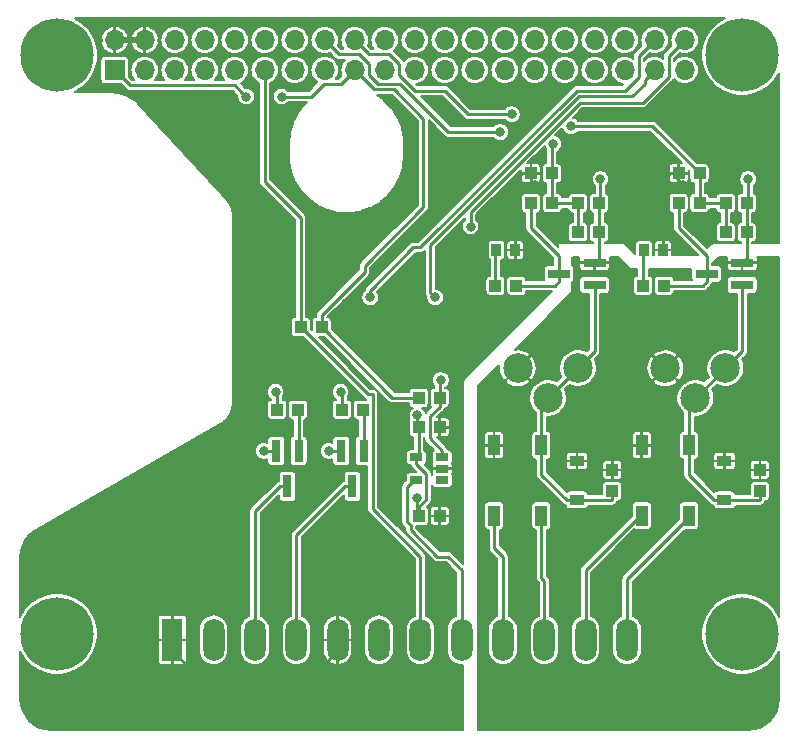
<source format=gbr>
G04 #@! TF.GenerationSoftware,KiCad,Pcbnew,(5.1.0-rc2-10-g13249b723)*
G04 #@! TF.CreationDate,2019-03-10T20:32:50+01:00*
G04 #@! TF.ProjectId,authbox-relay-driver,61757468-626f-4782-9d72-656c61792d64,rev?*
G04 #@! TF.SameCoordinates,Original*
G04 #@! TF.FileFunction,Copper,L1,Top*
G04 #@! TF.FilePolarity,Positive*
%FSLAX46Y46*%
G04 Gerber Fmt 4.6, Leading zero omitted, Abs format (unit mm)*
G04 Created by KiCad (PCBNEW (5.1.0-rc2-10-g13249b723)) date 2019-03-10 20:32:50*
%MOMM*%
%LPD*%
G04 APERTURE LIST*
%ADD10R,1.000000X1.700000*%
%ADD11C,2.500000*%
%ADD12R,1.700000X1.700000*%
%ADD13O,1.700000X1.700000*%
%ADD14R,0.995000X1.000000*%
%ADD15O,1.800000X3.600000*%
%ADD16R,1.800000X3.600000*%
%ADD17R,1.060000X0.650000*%
%ADD18R,1.900000X0.800000*%
%ADD19R,0.800000X1.900000*%
%ADD20R,0.820000X1.000000*%
%ADD21R,1.200000X0.900000*%
%ADD22R,1.000000X0.995000*%
%ADD23C,6.200000*%
%ADD24C,0.800000*%
%ADD25C,0.250000*%
%ADD26C,0.500000*%
%ADD27C,0.200000*%
G04 APERTURE END LIST*
D10*
X166550000Y-129145000D03*
X170550000Y-129145000D03*
X170550000Y-123195000D03*
X166550000Y-123195000D03*
X158050000Y-129145000D03*
X154050000Y-129145000D03*
X154050000Y-123195000D03*
X158050000Y-123195000D03*
D11*
X168550000Y-116670000D03*
X171090000Y-119210000D03*
X173630000Y-116670000D03*
X156050000Y-116670000D03*
X158590000Y-119210000D03*
X161130000Y-116670000D03*
D12*
X121920000Y-91440000D03*
D13*
X121920000Y-88900000D03*
X124460000Y-91440000D03*
X124460000Y-88900000D03*
X127000000Y-91440000D03*
X127000000Y-88900000D03*
X129540000Y-91440000D03*
X129540000Y-88900000D03*
X132080000Y-91440000D03*
X132080000Y-88900000D03*
X134620000Y-91440000D03*
X134620000Y-88900000D03*
X137160000Y-91440000D03*
X137160000Y-88900000D03*
X139700000Y-91440000D03*
X139700000Y-88900000D03*
X142240000Y-91440000D03*
X142240000Y-88900000D03*
X144780000Y-91440000D03*
X144780000Y-88900000D03*
X147320000Y-91440000D03*
X147320000Y-88900000D03*
X149860000Y-91440000D03*
X149860000Y-88900000D03*
X152400000Y-91440000D03*
X152400000Y-88900000D03*
X154940000Y-91440000D03*
X154940000Y-88900000D03*
X157480000Y-91440000D03*
X157480000Y-88900000D03*
X160020000Y-91440000D03*
X160020000Y-88900000D03*
X162560000Y-91440000D03*
X162560000Y-88900000D03*
X165100000Y-91440000D03*
X165100000Y-88900000D03*
X167640000Y-91440000D03*
X167640000Y-88900000D03*
X170180000Y-91440000D03*
X170180000Y-88900000D03*
D14*
X171437500Y-100170000D03*
X169662500Y-100170000D03*
D15*
X165300000Y-139670000D03*
X161800000Y-139670000D03*
X158300000Y-139670000D03*
X154800000Y-139670000D03*
X151300000Y-139670000D03*
X147800000Y-139670000D03*
X144300000Y-139670000D03*
X140800000Y-139670000D03*
X137300000Y-139670000D03*
X133800000Y-139670000D03*
X130300000Y-139670000D03*
D16*
X126800000Y-139670000D03*
D17*
X147450000Y-126120000D03*
X147450000Y-124220000D03*
X149650000Y-124220000D03*
X149650000Y-125170000D03*
X149650000Y-126120000D03*
D14*
X137437500Y-120170000D03*
X135662500Y-120170000D03*
X142937500Y-120170000D03*
X141162500Y-120170000D03*
X175437500Y-102670000D03*
X173662500Y-102670000D03*
X169662500Y-102670000D03*
X171437500Y-102670000D03*
X168437500Y-109670000D03*
X166662500Y-109670000D03*
X162937500Y-102670000D03*
X161162500Y-102670000D03*
X158937500Y-100170000D03*
X157162500Y-100170000D03*
X157162500Y-102670000D03*
X158937500Y-102670000D03*
X155937500Y-109670000D03*
X154162500Y-109670000D03*
X149437500Y-119170000D03*
X147662500Y-119170000D03*
X137662500Y-113170000D03*
X139437500Y-113170000D03*
D18*
X172050000Y-108670000D03*
X175050000Y-107720000D03*
X175050000Y-109620000D03*
D19*
X136550000Y-126670000D03*
X135600000Y-123670000D03*
X137500000Y-123670000D03*
X142050000Y-126670000D03*
X141100000Y-123670000D03*
X143000000Y-123670000D03*
D18*
X159550000Y-108670000D03*
X162550000Y-107720000D03*
X162550000Y-109620000D03*
D20*
X168350000Y-106670000D03*
X166750000Y-106670000D03*
D21*
X173550000Y-124520000D03*
X173550000Y-127820000D03*
D20*
X155850000Y-106670000D03*
X154250000Y-106670000D03*
D21*
X161050000Y-124520000D03*
X161050000Y-127820000D03*
D14*
X175437500Y-105170000D03*
X173662500Y-105170000D03*
X147662500Y-129170000D03*
X149437500Y-129170000D03*
X147662500Y-121670000D03*
X149437500Y-121670000D03*
D22*
X176550000Y-125282500D03*
X176550000Y-127057500D03*
D14*
X162937500Y-105170000D03*
X161162500Y-105170000D03*
D22*
X164050000Y-125282500D03*
X164050000Y-127057500D03*
D23*
X117050000Y-90170000D03*
X117050000Y-139170000D03*
X175050000Y-139170000D03*
X175050000Y-90170000D03*
D24*
X175550000Y-100670000D03*
X147550000Y-127670000D03*
X164550000Y-108170000D03*
X177050000Y-108170000D03*
X160550000Y-111170000D03*
X161550000Y-114670000D03*
X174050000Y-114670000D03*
X173050000Y-111170000D03*
X154550000Y-127170000D03*
X156050000Y-128670000D03*
X168550000Y-128670000D03*
X167050000Y-127170000D03*
X140050000Y-123670000D03*
X134550000Y-123670000D03*
X170050000Y-108670000D03*
X153550000Y-141670000D03*
X171050000Y-141670000D03*
X177550000Y-135170000D03*
X153550000Y-118170000D03*
X163050000Y-100670000D03*
X172050000Y-122170000D03*
X159550000Y-122170000D03*
X147550000Y-120670000D03*
X133050000Y-93670000D03*
X136050000Y-93670000D03*
X157550000Y-101170000D03*
X170050000Y-101170000D03*
X139050000Y-111170000D03*
X136550000Y-111170000D03*
X141550000Y-111170000D03*
X147050000Y-95670000D03*
X149050000Y-94170000D03*
X152050000Y-94170000D03*
X154550000Y-102170000D03*
X152550000Y-100170000D03*
X162050000Y-95170000D03*
X159050000Y-93670000D03*
X162050000Y-97170000D03*
X148550000Y-130670000D03*
X145550000Y-131670000D03*
X145550000Y-128670000D03*
X141050000Y-118670000D03*
X149050000Y-110670000D03*
X135550000Y-118670000D03*
X143550000Y-110670000D03*
X152050000Y-104670000D03*
X149534991Y-117670000D03*
X159050000Y-97670000D03*
X154550000Y-96670000D03*
X160550000Y-96170000D03*
X155550000Y-95170000D03*
D25*
X162937500Y-102670000D02*
X162937500Y-105170000D01*
X162937500Y-107332500D02*
X162550000Y-107720000D01*
X162937500Y-105170000D02*
X162937500Y-107332500D01*
X175437500Y-102670000D02*
X175437500Y-105170000D01*
X175437500Y-107332500D02*
X175050000Y-107720000D01*
X175437500Y-105170000D02*
X175437500Y-107332500D01*
X147662500Y-124007500D02*
X147450000Y-124220000D01*
X147662500Y-121670000D02*
X147662500Y-124007500D01*
X147662500Y-128420000D02*
X147662500Y-129170000D01*
X148305001Y-127777499D02*
X147662500Y-128420000D01*
X148305001Y-125650001D02*
X148305001Y-127777499D01*
X147450000Y-124795000D02*
X148305001Y-125650001D01*
X147450000Y-124220000D02*
X147450000Y-124795000D01*
X175550000Y-102557500D02*
X175437500Y-102670000D01*
X175550000Y-100670000D02*
X175550000Y-102557500D01*
X147550000Y-129057500D02*
X147662500Y-129170000D01*
X147550000Y-127670000D02*
X147550000Y-129057500D01*
X141100000Y-123670000D02*
X140050000Y-123670000D01*
X135600000Y-123670000D02*
X134550000Y-123670000D01*
X162937500Y-102670000D02*
X163050000Y-102557500D01*
X163050000Y-102557500D02*
X163050000Y-100670000D01*
X147550000Y-121557500D02*
X147662500Y-121670000D01*
X147550000Y-120670000D02*
X147550000Y-121557500D01*
X139437500Y-113172500D02*
X139437500Y-113170000D01*
X145435000Y-119170000D02*
X139437500Y-113172500D01*
X147662500Y-119170000D02*
X145435000Y-119170000D01*
X136050000Y-93670000D02*
X138550000Y-93670000D01*
X141390001Y-92289999D02*
X142240000Y-91440000D01*
X141064999Y-92615001D02*
X141390001Y-92289999D01*
X139604999Y-92615001D02*
X141064999Y-92615001D01*
X138550000Y-93670000D02*
X139604999Y-92615001D01*
X121920000Y-91440000D02*
X123199989Y-92719989D01*
X132650001Y-93270001D02*
X133050000Y-93670000D01*
X132099989Y-92719989D02*
X132650001Y-93270001D01*
X123199989Y-92719989D02*
X132099989Y-92719989D01*
X142240000Y-91440000D02*
X143865012Y-93065012D01*
X139437500Y-112420000D02*
X139437500Y-113170000D01*
X143865012Y-93065012D02*
X145581423Y-93065012D01*
X143099989Y-108483601D02*
X139437500Y-112146089D01*
X143099989Y-107983600D02*
X143099989Y-108483601D01*
X148050000Y-103033590D02*
X143099989Y-107983600D01*
X139437500Y-112146089D02*
X139437500Y-112420000D01*
X148050000Y-95533589D02*
X148050000Y-103033590D01*
X145581423Y-93065012D02*
X148050000Y-95533589D01*
X155850000Y-100735000D02*
X156415000Y-100170000D01*
X156415000Y-100170000D02*
X157162500Y-100170000D01*
X155850000Y-106670000D02*
X155850000Y-100735000D01*
X168915000Y-100170000D02*
X169662500Y-100170000D01*
X168350000Y-100735000D02*
X168915000Y-100170000D01*
X168350000Y-106670000D02*
X168350000Y-100735000D01*
X126800000Y-140570000D02*
X126800000Y-139670000D01*
X128025010Y-141795010D02*
X126800000Y-140570000D01*
X139574990Y-141795010D02*
X128025010Y-141795010D01*
X140800000Y-140570000D02*
X139574990Y-141795010D01*
X140800000Y-139670000D02*
X140800000Y-140570000D01*
D26*
X121920000Y-88900000D02*
X124460000Y-88900000D01*
D25*
X157162500Y-100170000D02*
X157162500Y-100782500D01*
X157162500Y-100782500D02*
X157550000Y-101170000D01*
X170050000Y-101170000D02*
X169550000Y-100670000D01*
X169662500Y-100557500D02*
X169662500Y-100170000D01*
X169550000Y-100670000D02*
X169662500Y-100557500D01*
X147800000Y-132620000D02*
X143760001Y-128580001D01*
X143760001Y-128580001D02*
X143760001Y-118880001D01*
X147800000Y-134670000D02*
X147800000Y-132620000D01*
X137662500Y-113172500D02*
X137662500Y-113170000D01*
X143370001Y-118880001D02*
X137662500Y-113172500D01*
X143760001Y-118880001D02*
X143370001Y-118880001D01*
X134620000Y-100876411D02*
X137662500Y-103918911D01*
X137662500Y-112420000D02*
X137662500Y-113170000D01*
X134620000Y-91440000D02*
X134620000Y-100876411D01*
X137662500Y-103918911D02*
X137662500Y-112420000D01*
X147800000Y-134670000D02*
X147800000Y-139670000D01*
X141162500Y-120170000D02*
X141162500Y-118782500D01*
X141162500Y-118782500D02*
X141050000Y-118670000D01*
X149050000Y-110670000D02*
X148650001Y-110270001D01*
X166790001Y-92289999D02*
X167640000Y-91440000D01*
X148650001Y-106206409D02*
X161236399Y-93620011D01*
X166790001Y-92566410D02*
X166790001Y-92289999D01*
X148650001Y-110270001D02*
X148650001Y-106206409D01*
X161236399Y-93620011D02*
X165736400Y-93620011D01*
X165736400Y-93620011D02*
X166790001Y-92566410D01*
X135662500Y-120170000D02*
X135662500Y-118782500D01*
X135662500Y-118782500D02*
X135550000Y-118670000D01*
X166275001Y-92004001D02*
X166275001Y-90264999D01*
X165109002Y-93170000D02*
X166275001Y-92004001D01*
X166275001Y-90264999D02*
X166790001Y-89749999D01*
X166790001Y-89749999D02*
X167640000Y-88900000D01*
X147775001Y-106444999D02*
X161050000Y-93170000D01*
X161050000Y-93170000D02*
X165109002Y-93170000D01*
X143550000Y-110104315D02*
X147209316Y-106444999D01*
X147209316Y-106444999D02*
X147775001Y-106444999D01*
X143550000Y-110670000D02*
X143550000Y-110104315D01*
X149437500Y-119920000D02*
X149437500Y-119170000D01*
X148614999Y-120742501D02*
X149437500Y-119920000D01*
X148614999Y-122609999D02*
X148614999Y-120742501D01*
X149650000Y-123645000D02*
X148614999Y-122609999D01*
X149650000Y-124220000D02*
X149650000Y-123645000D01*
X152050000Y-103442820D02*
X161322821Y-94170000D01*
X168815001Y-90264999D02*
X169330001Y-89749999D01*
X166649002Y-94170000D02*
X168815001Y-92004001D01*
X169330001Y-89749999D02*
X170180000Y-88900000D01*
X161322821Y-94170000D02*
X166649002Y-94170000D01*
X168815001Y-92004001D02*
X168815001Y-90264999D01*
X152050000Y-104670000D02*
X152050000Y-103442820D01*
X149437500Y-117767491D02*
X149534991Y-117670000D01*
X149437500Y-119170000D02*
X149437500Y-117767491D01*
X158590000Y-119210000D02*
X159309999Y-118490001D01*
X164035000Y-127820000D02*
X164050000Y-127805000D01*
X160200000Y-127820000D02*
X161050000Y-127820000D01*
X162550000Y-115250000D02*
X161130000Y-116670000D01*
X162550000Y-109620000D02*
X162550000Y-115250000D01*
X159309999Y-118490001D02*
X161130000Y-116670000D01*
X164050000Y-127805000D02*
X164050000Y-127057500D01*
X161050000Y-127820000D02*
X164035000Y-127820000D01*
X158050000Y-119750000D02*
X158590000Y-119210000D01*
X158050000Y-123195000D02*
X158050000Y-119750000D01*
X158050000Y-125670000D02*
X160200000Y-127820000D01*
X158050000Y-123195000D02*
X158050000Y-125670000D01*
X161162500Y-103420000D02*
X161162500Y-105170000D01*
X161162500Y-102670000D02*
X161162500Y-103420000D01*
X158937500Y-102670000D02*
X161162500Y-102670000D01*
X158937500Y-102670000D02*
X158937500Y-100170000D01*
X158937500Y-100170000D02*
X158937500Y-97782500D01*
X158937500Y-97782500D02*
X159050000Y-97670000D01*
X150174587Y-96670000D02*
X146119589Y-92615001D01*
X140549999Y-89749999D02*
X139700000Y-88900000D01*
X143415001Y-90875999D02*
X142614003Y-90075001D01*
X143415001Y-91814003D02*
X143415001Y-90875999D01*
X146119589Y-92615001D02*
X144215999Y-92615001D01*
X154550000Y-96670000D02*
X150174587Y-96670000D01*
X144215999Y-92615001D02*
X143415001Y-91814003D01*
X140875001Y-90075001D02*
X140549999Y-89749999D01*
X142614003Y-90075001D02*
X140875001Y-90075001D01*
X175050000Y-115250000D02*
X173630000Y-116670000D01*
X175050000Y-109620000D02*
X175050000Y-115250000D01*
X171809999Y-118490001D02*
X173630000Y-116670000D01*
X171090000Y-119210000D02*
X171809999Y-118490001D01*
X176535000Y-127820000D02*
X176550000Y-127805000D01*
X176550000Y-127805000D02*
X176550000Y-127057500D01*
X173550000Y-127820000D02*
X176535000Y-127820000D01*
X172700000Y-127820000D02*
X173550000Y-127820000D01*
X170550000Y-123195000D02*
X170550000Y-125670000D01*
X170550000Y-125670000D02*
X172700000Y-127820000D01*
X170550000Y-119750000D02*
X171090000Y-119210000D01*
X170550000Y-123195000D02*
X170550000Y-119750000D01*
X171437500Y-102670000D02*
X173662500Y-102670000D01*
X173662500Y-103420000D02*
X173662500Y-105170000D01*
X173662500Y-102670000D02*
X173662500Y-103420000D01*
X171437500Y-102670000D02*
X171437500Y-100170000D01*
X167440000Y-96170000D02*
X160550000Y-96170000D01*
X171437500Y-100170000D02*
X171437500Y-100167500D01*
X171437500Y-100167500D02*
X167440000Y-96170000D01*
X151850998Y-95170000D02*
X149850998Y-93170000D01*
X155550000Y-95170000D02*
X151850998Y-95170000D01*
X149850998Y-93170000D02*
X147310998Y-93170000D01*
X143089999Y-89749999D02*
X142240000Y-88900000D01*
X143415001Y-90075001D02*
X143089999Y-89749999D01*
X145154003Y-90075001D02*
X143415001Y-90075001D01*
X145955001Y-90875999D02*
X145154003Y-90075001D01*
X145955001Y-91814003D02*
X145955001Y-90875999D01*
X147310998Y-93170000D02*
X145955001Y-91814003D01*
X154050000Y-131870000D02*
X154050000Y-129145000D01*
X154800000Y-139670000D02*
X154800000Y-132620000D01*
X154800000Y-132620000D02*
X154050000Y-131870000D01*
X158050000Y-134420000D02*
X158300000Y-134670000D01*
X158050000Y-129145000D02*
X158050000Y-134420000D01*
X158300000Y-134670000D02*
X158300000Y-139670000D01*
X154162500Y-106757500D02*
X154250000Y-106670000D01*
X154162500Y-109670000D02*
X154162500Y-106757500D01*
X161800000Y-133770000D02*
X166425000Y-129145000D01*
X166425000Y-129145000D02*
X166550000Y-129145000D01*
X161800000Y-134670000D02*
X161800000Y-133770000D01*
X161800000Y-134670000D02*
X161800000Y-139670000D01*
X165300000Y-134545000D02*
X165300000Y-134670000D01*
X170550000Y-129295000D02*
X165300000Y-134545000D01*
X170550000Y-129145000D02*
X170550000Y-129295000D01*
X165300000Y-134670000D02*
X165300000Y-139670000D01*
X166662500Y-106757500D02*
X166750000Y-106670000D01*
X166662500Y-109670000D02*
X166662500Y-106757500D01*
X135900000Y-126670000D02*
X136550000Y-126670000D01*
X133800000Y-128770000D02*
X135900000Y-126670000D01*
X133800000Y-134670000D02*
X133800000Y-128770000D01*
X133800000Y-134670000D02*
X133800000Y-139670000D01*
X137300000Y-130770000D02*
X141400000Y-126670000D01*
X141400000Y-126670000D02*
X142050000Y-126670000D01*
X137300000Y-134670000D02*
X137300000Y-130770000D01*
X137300000Y-134670000D02*
X137300000Y-139670000D01*
X159550000Y-108670000D02*
X159550000Y-107170000D01*
X159200000Y-109670000D02*
X159550000Y-109320000D01*
X155937500Y-109670000D02*
X159200000Y-109670000D01*
X159550000Y-109320000D02*
X159550000Y-108670000D01*
X159550000Y-107170000D02*
X157162500Y-104782500D01*
X157162500Y-104782500D02*
X157162500Y-102670000D01*
X143000000Y-120232500D02*
X142937500Y-120170000D01*
X143000000Y-123670000D02*
X143000000Y-120232500D01*
X137500000Y-120232500D02*
X137437500Y-120170000D01*
X137500000Y-123670000D02*
X137500000Y-120232500D01*
X172050000Y-109320000D02*
X172050000Y-108670000D01*
X171700000Y-109670000D02*
X172050000Y-109320000D01*
X168437500Y-109670000D02*
X171700000Y-109670000D01*
X172050000Y-108670000D02*
X172050000Y-107170000D01*
X169662500Y-104782500D02*
X169662500Y-102670000D01*
X172050000Y-107170000D02*
X169662500Y-104782500D01*
X150150000Y-132620000D02*
X151300000Y-133770000D01*
X147450000Y-126120000D02*
X147245000Y-126120000D01*
X147245000Y-126120000D02*
X146670000Y-126695000D01*
X146670000Y-126695000D02*
X146670000Y-129653589D01*
X147000011Y-130370011D02*
X149250000Y-132620000D01*
X149250000Y-132620000D02*
X150150000Y-132620000D01*
X151300000Y-133770000D02*
X151300000Y-134670000D01*
X146670000Y-129653589D02*
X147000011Y-129983600D01*
X147000011Y-129983600D02*
X147000011Y-130370011D01*
X151300000Y-134670000D02*
X151300000Y-139670000D01*
D27*
G36*
X173415812Y-87112650D02*
G01*
X172850753Y-87490210D01*
X172370210Y-87970753D01*
X171992650Y-88535812D01*
X171732582Y-89163672D01*
X171600000Y-89830205D01*
X171600000Y-90509795D01*
X171732582Y-91176328D01*
X171992650Y-91804188D01*
X172370210Y-92369247D01*
X172850753Y-92849790D01*
X173415812Y-93227350D01*
X174043672Y-93487418D01*
X174710205Y-93620000D01*
X175389795Y-93620000D01*
X176056328Y-93487418D01*
X176684188Y-93227350D01*
X177249247Y-92849790D01*
X177729790Y-92369247D01*
X178107350Y-91804188D01*
X178175001Y-91640864D01*
X178175001Y-106070000D01*
X175912500Y-106070000D01*
X175912500Y-106021693D01*
X175935000Y-106021693D01*
X176003612Y-106014935D01*
X176069587Y-105994922D01*
X176130390Y-105962422D01*
X176183685Y-105918685D01*
X176227422Y-105865390D01*
X176259922Y-105804587D01*
X176279935Y-105738612D01*
X176286693Y-105670000D01*
X176286693Y-104670000D01*
X176279935Y-104601388D01*
X176259922Y-104535413D01*
X176227422Y-104474610D01*
X176183685Y-104421315D01*
X176130390Y-104377578D01*
X176069587Y-104345078D01*
X176003612Y-104325065D01*
X175935000Y-104318307D01*
X175912500Y-104318307D01*
X175912500Y-103521693D01*
X175935000Y-103521693D01*
X176003612Y-103514935D01*
X176069587Y-103494922D01*
X176130390Y-103462422D01*
X176183685Y-103418685D01*
X176227422Y-103365390D01*
X176259922Y-103304587D01*
X176279935Y-103238612D01*
X176286693Y-103170000D01*
X176286693Y-102170000D01*
X176279935Y-102101388D01*
X176259922Y-102035413D01*
X176227422Y-101974610D01*
X176183685Y-101921315D01*
X176130390Y-101877578D01*
X176069587Y-101845078D01*
X176025000Y-101831553D01*
X176025000Y-101254632D01*
X176028097Y-101252563D01*
X176132563Y-101148097D01*
X176214641Y-101025258D01*
X176271178Y-100888767D01*
X176300000Y-100743869D01*
X176300000Y-100596131D01*
X176271178Y-100451233D01*
X176214641Y-100314742D01*
X176132563Y-100191903D01*
X176028097Y-100087437D01*
X175905258Y-100005359D01*
X175768767Y-99948822D01*
X175623869Y-99920000D01*
X175476131Y-99920000D01*
X175331233Y-99948822D01*
X175194742Y-100005359D01*
X175071903Y-100087437D01*
X174967437Y-100191903D01*
X174885359Y-100314742D01*
X174828822Y-100451233D01*
X174800000Y-100596131D01*
X174800000Y-100743869D01*
X174828822Y-100888767D01*
X174885359Y-101025258D01*
X174967437Y-101148097D01*
X175071903Y-101252563D01*
X175075000Y-101254633D01*
X175075001Y-101818307D01*
X174940000Y-101818307D01*
X174871388Y-101825065D01*
X174805413Y-101845078D01*
X174744610Y-101877578D01*
X174691315Y-101921315D01*
X174647578Y-101974610D01*
X174615078Y-102035413D01*
X174595065Y-102101388D01*
X174588307Y-102170000D01*
X174588307Y-103170000D01*
X174595065Y-103238612D01*
X174615078Y-103304587D01*
X174647578Y-103365390D01*
X174691315Y-103418685D01*
X174744610Y-103462422D01*
X174805413Y-103494922D01*
X174871388Y-103514935D01*
X174940000Y-103521693D01*
X174962500Y-103521693D01*
X174962501Y-104318307D01*
X174940000Y-104318307D01*
X174871388Y-104325065D01*
X174805413Y-104345078D01*
X174744610Y-104377578D01*
X174691315Y-104421315D01*
X174647578Y-104474610D01*
X174615078Y-104535413D01*
X174595065Y-104601388D01*
X174588307Y-104670000D01*
X174588307Y-105670000D01*
X174595065Y-105738612D01*
X174615078Y-105804587D01*
X174647578Y-105865390D01*
X174691315Y-105918685D01*
X174744610Y-105962422D01*
X174805413Y-105994922D01*
X174871388Y-106014935D01*
X174940000Y-106021693D01*
X174962500Y-106021693D01*
X174962500Y-106070000D01*
X172591421Y-106070000D01*
X172571912Y-106071921D01*
X172553153Y-106077612D01*
X172482443Y-106106901D01*
X172465154Y-106116142D01*
X172450000Y-106128578D01*
X172065165Y-106513413D01*
X170137500Y-104585750D01*
X170137500Y-103521693D01*
X170160000Y-103521693D01*
X170228612Y-103514935D01*
X170294587Y-103494922D01*
X170355390Y-103462422D01*
X170408685Y-103418685D01*
X170452422Y-103365390D01*
X170484922Y-103304587D01*
X170504935Y-103238612D01*
X170511693Y-103170000D01*
X170511693Y-102170000D01*
X170504935Y-102101388D01*
X170484922Y-102035413D01*
X170452422Y-101974610D01*
X170408685Y-101921315D01*
X170355390Y-101877578D01*
X170294587Y-101845078D01*
X170228612Y-101825065D01*
X170160000Y-101818307D01*
X169165000Y-101818307D01*
X169096388Y-101825065D01*
X169030413Y-101845078D01*
X168969610Y-101877578D01*
X168916315Y-101921315D01*
X168872578Y-101974610D01*
X168840078Y-102035413D01*
X168820065Y-102101388D01*
X168813307Y-102170000D01*
X168813307Y-103170000D01*
X168820065Y-103238612D01*
X168840078Y-103304587D01*
X168872578Y-103365390D01*
X168916315Y-103418685D01*
X168969610Y-103462422D01*
X169030413Y-103494922D01*
X169096388Y-103514935D01*
X169165000Y-103521693D01*
X169187501Y-103521693D01*
X169187500Y-104759167D01*
X169185202Y-104782500D01*
X169194373Y-104875616D01*
X169202612Y-104902777D01*
X169221534Y-104965153D01*
X169265641Y-105047673D01*
X169324999Y-105120001D01*
X169343134Y-105134884D01*
X171278248Y-107070000D01*
X169110000Y-107070000D01*
X169110000Y-106782500D01*
X169022500Y-106695000D01*
X168375000Y-106695000D01*
X168375000Y-106715000D01*
X168325000Y-106715000D01*
X168325000Y-106695000D01*
X167677500Y-106695000D01*
X167590000Y-106782500D01*
X167590000Y-107070000D01*
X167511693Y-107070000D01*
X167511693Y-106170000D01*
X167508298Y-106135528D01*
X167590000Y-106135528D01*
X167590000Y-106557500D01*
X167677500Y-106645000D01*
X168325000Y-106645000D01*
X168325000Y-105907500D01*
X168375000Y-105907500D01*
X168375000Y-106645000D01*
X169022500Y-106645000D01*
X169110000Y-106557500D01*
X169110000Y-106135528D01*
X169096550Y-106067909D01*
X169070166Y-106004213D01*
X169031863Y-105946888D01*
X168983112Y-105898137D01*
X168925787Y-105859834D01*
X168862091Y-105833450D01*
X168794472Y-105820000D01*
X168462500Y-105820000D01*
X168375000Y-105907500D01*
X168325000Y-105907500D01*
X168237500Y-105820000D01*
X167905528Y-105820000D01*
X167837909Y-105833450D01*
X167774213Y-105859834D01*
X167716888Y-105898137D01*
X167668137Y-105946888D01*
X167629834Y-106004213D01*
X167603450Y-106067909D01*
X167590000Y-106135528D01*
X167508298Y-106135528D01*
X167504935Y-106101388D01*
X167484922Y-106035413D01*
X167452422Y-105974610D01*
X167408685Y-105921315D01*
X167355390Y-105877578D01*
X167294587Y-105845078D01*
X167228612Y-105825065D01*
X167160000Y-105818307D01*
X166340000Y-105818307D01*
X166271388Y-105825065D01*
X166205413Y-105845078D01*
X166144610Y-105877578D01*
X166091315Y-105921315D01*
X166047578Y-105974610D01*
X166015078Y-106035413D01*
X165995065Y-106101388D01*
X165988307Y-106170000D01*
X165988307Y-106966885D01*
X165150000Y-106128578D01*
X165134846Y-106116142D01*
X165117557Y-106106901D01*
X165046847Y-106077612D01*
X165028088Y-106071921D01*
X165008579Y-106070000D01*
X163412500Y-106070000D01*
X163412500Y-106021693D01*
X163435000Y-106021693D01*
X163503612Y-106014935D01*
X163569587Y-105994922D01*
X163630390Y-105962422D01*
X163683685Y-105918685D01*
X163727422Y-105865390D01*
X163759922Y-105804587D01*
X163779935Y-105738612D01*
X163786693Y-105670000D01*
X163786693Y-104670000D01*
X163779935Y-104601388D01*
X163759922Y-104535413D01*
X163727422Y-104474610D01*
X163683685Y-104421315D01*
X163630390Y-104377578D01*
X163569587Y-104345078D01*
X163503612Y-104325065D01*
X163435000Y-104318307D01*
X163412500Y-104318307D01*
X163412500Y-103521693D01*
X163435000Y-103521693D01*
X163503612Y-103514935D01*
X163569587Y-103494922D01*
X163630390Y-103462422D01*
X163683685Y-103418685D01*
X163727422Y-103365390D01*
X163759922Y-103304587D01*
X163779935Y-103238612D01*
X163786693Y-103170000D01*
X163786693Y-102170000D01*
X163779935Y-102101388D01*
X163759922Y-102035413D01*
X163727422Y-101974610D01*
X163683685Y-101921315D01*
X163630390Y-101877578D01*
X163569587Y-101845078D01*
X163525000Y-101831553D01*
X163525000Y-101254632D01*
X163528097Y-101252563D01*
X163632563Y-101148097D01*
X163714641Y-101025258D01*
X163771178Y-100888767D01*
X163800000Y-100743869D01*
X163800000Y-100596131D01*
X163771178Y-100451233D01*
X163714641Y-100314742D01*
X163693098Y-100282500D01*
X168815000Y-100282500D01*
X168815000Y-100704472D01*
X168828450Y-100772091D01*
X168854834Y-100835787D01*
X168893137Y-100893112D01*
X168941888Y-100941863D01*
X168999213Y-100980166D01*
X169062909Y-101006550D01*
X169130528Y-101020000D01*
X169550000Y-101020000D01*
X169637500Y-100932500D01*
X169637500Y-100195000D01*
X169687500Y-100195000D01*
X169687500Y-100932500D01*
X169775000Y-101020000D01*
X170194472Y-101020000D01*
X170262091Y-101006550D01*
X170325787Y-100980166D01*
X170383112Y-100941863D01*
X170431863Y-100893112D01*
X170470166Y-100835787D01*
X170496550Y-100772091D01*
X170510000Y-100704472D01*
X170510000Y-100282500D01*
X170422500Y-100195000D01*
X169687500Y-100195000D01*
X169637500Y-100195000D01*
X168902500Y-100195000D01*
X168815000Y-100282500D01*
X163693098Y-100282500D01*
X163632563Y-100191903D01*
X163528097Y-100087437D01*
X163405258Y-100005359D01*
X163268767Y-99948822D01*
X163123869Y-99920000D01*
X162976131Y-99920000D01*
X162831233Y-99948822D01*
X162694742Y-100005359D01*
X162571903Y-100087437D01*
X162467437Y-100191903D01*
X162385359Y-100314742D01*
X162328822Y-100451233D01*
X162300000Y-100596131D01*
X162300000Y-100743869D01*
X162328822Y-100888767D01*
X162385359Y-101025258D01*
X162467437Y-101148097D01*
X162571903Y-101252563D01*
X162575001Y-101254633D01*
X162575000Y-101818307D01*
X162440000Y-101818307D01*
X162371388Y-101825065D01*
X162305413Y-101845078D01*
X162244610Y-101877578D01*
X162191315Y-101921315D01*
X162147578Y-101974610D01*
X162115078Y-102035413D01*
X162095065Y-102101388D01*
X162088307Y-102170000D01*
X162088307Y-103170000D01*
X162095065Y-103238612D01*
X162115078Y-103304587D01*
X162147578Y-103365390D01*
X162191315Y-103418685D01*
X162244610Y-103462422D01*
X162305413Y-103494922D01*
X162371388Y-103514935D01*
X162440000Y-103521693D01*
X162462500Y-103521693D01*
X162462501Y-104318307D01*
X162440000Y-104318307D01*
X162371388Y-104325065D01*
X162305413Y-104345078D01*
X162244610Y-104377578D01*
X162191315Y-104421315D01*
X162147578Y-104474610D01*
X162115078Y-104535413D01*
X162095065Y-104601388D01*
X162088307Y-104670000D01*
X162088307Y-105670000D01*
X162095065Y-105738612D01*
X162115078Y-105804587D01*
X162147578Y-105865390D01*
X162191315Y-105918685D01*
X162244610Y-105962422D01*
X162305413Y-105994922D01*
X162371388Y-106014935D01*
X162440000Y-106021693D01*
X162462500Y-106021693D01*
X162462500Y-106070000D01*
X159650000Y-106070000D01*
X159630491Y-106071921D01*
X159611732Y-106077612D01*
X159594443Y-106086853D01*
X159579289Y-106099289D01*
X159479289Y-106199289D01*
X159466853Y-106214443D01*
X159457612Y-106231732D01*
X159451921Y-106250491D01*
X159450000Y-106270000D01*
X159450000Y-106398248D01*
X157637500Y-104585750D01*
X157637500Y-103521693D01*
X157660000Y-103521693D01*
X157728612Y-103514935D01*
X157794587Y-103494922D01*
X157855390Y-103462422D01*
X157908685Y-103418685D01*
X157952422Y-103365390D01*
X157984922Y-103304587D01*
X158004935Y-103238612D01*
X158011693Y-103170000D01*
X158011693Y-102170000D01*
X158004935Y-102101388D01*
X157984922Y-102035413D01*
X157952422Y-101974610D01*
X157908685Y-101921315D01*
X157855390Y-101877578D01*
X157794587Y-101845078D01*
X157728612Y-101825065D01*
X157660000Y-101818307D01*
X156665000Y-101818307D01*
X156596388Y-101825065D01*
X156530413Y-101845078D01*
X156469610Y-101877578D01*
X156416315Y-101921315D01*
X156372578Y-101974610D01*
X156340078Y-102035413D01*
X156320065Y-102101388D01*
X156313307Y-102170000D01*
X156313307Y-103170000D01*
X156320065Y-103238612D01*
X156340078Y-103304587D01*
X156372578Y-103365390D01*
X156416315Y-103418685D01*
X156469610Y-103462422D01*
X156530413Y-103494922D01*
X156596388Y-103514935D01*
X156665000Y-103521693D01*
X156687501Y-103521693D01*
X156687500Y-104759167D01*
X156685202Y-104782500D01*
X156694373Y-104875616D01*
X156702612Y-104902777D01*
X156721534Y-104965153D01*
X156765641Y-105047673D01*
X156824999Y-105120001D01*
X156843134Y-105134884D01*
X159075001Y-107366753D01*
X159075001Y-107918307D01*
X158600000Y-107918307D01*
X158531388Y-107925065D01*
X158465413Y-107945078D01*
X158404610Y-107977578D01*
X158351315Y-108021315D01*
X158307578Y-108074610D01*
X158275078Y-108135413D01*
X158255065Y-108201388D01*
X158248307Y-108270000D01*
X158248307Y-109070000D01*
X158255065Y-109138612D01*
X158272170Y-109195000D01*
X156786693Y-109195000D01*
X156786693Y-109170000D01*
X156779935Y-109101388D01*
X156759922Y-109035413D01*
X156727422Y-108974610D01*
X156683685Y-108921315D01*
X156630390Y-108877578D01*
X156569587Y-108845078D01*
X156503612Y-108825065D01*
X156435000Y-108818307D01*
X155440000Y-108818307D01*
X155371388Y-108825065D01*
X155305413Y-108845078D01*
X155244610Y-108877578D01*
X155191315Y-108921315D01*
X155147578Y-108974610D01*
X155115078Y-109035413D01*
X155095065Y-109101388D01*
X155088307Y-109170000D01*
X155088307Y-110170000D01*
X155095065Y-110238612D01*
X155115078Y-110304587D01*
X155147578Y-110365390D01*
X155191315Y-110418685D01*
X155244610Y-110462422D01*
X155305413Y-110494922D01*
X155371388Y-110514935D01*
X155440000Y-110521693D01*
X156435000Y-110521693D01*
X156503612Y-110514935D01*
X156569587Y-110494922D01*
X156630390Y-110462422D01*
X156683685Y-110418685D01*
X156727422Y-110365390D01*
X156759922Y-110304587D01*
X156779935Y-110238612D01*
X156786693Y-110170000D01*
X156786693Y-110145000D01*
X158933578Y-110145000D01*
X151508578Y-117570000D01*
X151496142Y-117585154D01*
X151486901Y-117602443D01*
X151457612Y-117673153D01*
X151451921Y-117691912D01*
X151450000Y-117711421D01*
X151450000Y-133248248D01*
X150502384Y-132300634D01*
X150487501Y-132282499D01*
X150415173Y-132223141D01*
X150332654Y-132179034D01*
X150243116Y-132151873D01*
X150173332Y-132145000D01*
X150150000Y-132142702D01*
X150126668Y-132145000D01*
X149446751Y-132145000D01*
X147475011Y-130173261D01*
X147475011Y-130021693D01*
X148160000Y-130021693D01*
X148228612Y-130014935D01*
X148294587Y-129994922D01*
X148355390Y-129962422D01*
X148408685Y-129918685D01*
X148452422Y-129865390D01*
X148484922Y-129804587D01*
X148504935Y-129738612D01*
X148511693Y-129670000D01*
X148511693Y-129282500D01*
X148590000Y-129282500D01*
X148590000Y-129704472D01*
X148603450Y-129772091D01*
X148629834Y-129835787D01*
X148668137Y-129893112D01*
X148716888Y-129941863D01*
X148774213Y-129980166D01*
X148837909Y-130006550D01*
X148905528Y-130020000D01*
X149325000Y-130020000D01*
X149412500Y-129932500D01*
X149412500Y-129195000D01*
X149462500Y-129195000D01*
X149462500Y-129932500D01*
X149550000Y-130020000D01*
X149969472Y-130020000D01*
X150037091Y-130006550D01*
X150100787Y-129980166D01*
X150158112Y-129941863D01*
X150206863Y-129893112D01*
X150245166Y-129835787D01*
X150271550Y-129772091D01*
X150285000Y-129704472D01*
X150285000Y-129282500D01*
X150197500Y-129195000D01*
X149462500Y-129195000D01*
X149412500Y-129195000D01*
X148677500Y-129195000D01*
X148590000Y-129282500D01*
X148511693Y-129282500D01*
X148511693Y-128670000D01*
X148508298Y-128635528D01*
X148590000Y-128635528D01*
X148590000Y-129057500D01*
X148677500Y-129145000D01*
X149412500Y-129145000D01*
X149412500Y-128407500D01*
X149462500Y-128407500D01*
X149462500Y-129145000D01*
X150197500Y-129145000D01*
X150285000Y-129057500D01*
X150285000Y-128635528D01*
X150271550Y-128567909D01*
X150245166Y-128504213D01*
X150206863Y-128446888D01*
X150158112Y-128398137D01*
X150100787Y-128359834D01*
X150037091Y-128333450D01*
X149969472Y-128320000D01*
X149550000Y-128320000D01*
X149462500Y-128407500D01*
X149412500Y-128407500D01*
X149325000Y-128320000D01*
X148905528Y-128320000D01*
X148837909Y-128333450D01*
X148774213Y-128359834D01*
X148716888Y-128398137D01*
X148668137Y-128446888D01*
X148629834Y-128504213D01*
X148603450Y-128567909D01*
X148590000Y-128635528D01*
X148508298Y-128635528D01*
X148504935Y-128601388D01*
X148484922Y-128535413D01*
X148452422Y-128474610D01*
X148408685Y-128421315D01*
X148367080Y-128387171D01*
X148624378Y-128129874D01*
X148642502Y-128115000D01*
X148701860Y-128042672D01*
X148745967Y-127960153D01*
X148773128Y-127870615D01*
X148780001Y-127800831D01*
X148782299Y-127777499D01*
X148780001Y-127754167D01*
X148780001Y-126529884D01*
X148795078Y-126579587D01*
X148827578Y-126640390D01*
X148871315Y-126693685D01*
X148924610Y-126737422D01*
X148985413Y-126769922D01*
X149051388Y-126789935D01*
X149120000Y-126796693D01*
X150180000Y-126796693D01*
X150248612Y-126789935D01*
X150314587Y-126769922D01*
X150375390Y-126737422D01*
X150428685Y-126693685D01*
X150472422Y-126640390D01*
X150504922Y-126579587D01*
X150524935Y-126513612D01*
X150531693Y-126445000D01*
X150531693Y-125795000D01*
X150524935Y-125726388D01*
X150504922Y-125660413D01*
X150496696Y-125645023D01*
X150516550Y-125597091D01*
X150530000Y-125529472D01*
X150530000Y-125282500D01*
X150442500Y-125195000D01*
X149675000Y-125195000D01*
X149675000Y-125215000D01*
X149625000Y-125215000D01*
X149625000Y-125195000D01*
X148857500Y-125195000D01*
X148770000Y-125282500D01*
X148770000Y-125529472D01*
X148783450Y-125597091D01*
X148803304Y-125645023D01*
X148795078Y-125660413D01*
X148780001Y-125710116D01*
X148780001Y-125673333D01*
X148782299Y-125650000D01*
X148773128Y-125556884D01*
X148764812Y-125529472D01*
X148745967Y-125467347D01*
X148701860Y-125384828D01*
X148642502Y-125312500D01*
X148624372Y-125297621D01*
X148168080Y-124841329D01*
X148175390Y-124837422D01*
X148228685Y-124793685D01*
X148272422Y-124740390D01*
X148304922Y-124679587D01*
X148324935Y-124613612D01*
X148331693Y-124545000D01*
X148331693Y-123895000D01*
X148324935Y-123826388D01*
X148304922Y-123760413D01*
X148272422Y-123699610D01*
X148228685Y-123646315D01*
X148175390Y-123602578D01*
X148137500Y-123582325D01*
X148137500Y-122521693D01*
X148139999Y-122521693D01*
X148139999Y-122586666D01*
X148137701Y-122609999D01*
X148146872Y-122703114D01*
X148174033Y-122792652D01*
X148218140Y-122875172D01*
X148277498Y-122947500D01*
X148295633Y-122962383D01*
X148931920Y-123598671D01*
X148924610Y-123602578D01*
X148871315Y-123646315D01*
X148827578Y-123699610D01*
X148795078Y-123760413D01*
X148775065Y-123826388D01*
X148768307Y-123895000D01*
X148768307Y-124545000D01*
X148775065Y-124613612D01*
X148795078Y-124679587D01*
X148803304Y-124694977D01*
X148783450Y-124742909D01*
X148770000Y-124810528D01*
X148770000Y-125057500D01*
X148857500Y-125145000D01*
X149625000Y-125145000D01*
X149625000Y-125125000D01*
X149675000Y-125125000D01*
X149675000Y-125145000D01*
X150442500Y-125145000D01*
X150530000Y-125057500D01*
X150530000Y-124810528D01*
X150516550Y-124742909D01*
X150496696Y-124694977D01*
X150504922Y-124679587D01*
X150524935Y-124613612D01*
X150531693Y-124545000D01*
X150531693Y-123895000D01*
X150524935Y-123826388D01*
X150504922Y-123760413D01*
X150472422Y-123699610D01*
X150428685Y-123646315D01*
X150375390Y-123602578D01*
X150314587Y-123570078D01*
X150248612Y-123550065D01*
X150180000Y-123543307D01*
X150115525Y-123543307D01*
X150090966Y-123462346D01*
X150046859Y-123379827D01*
X149987501Y-123307499D01*
X149969371Y-123292620D01*
X149196750Y-122520000D01*
X149325000Y-122520000D01*
X149412500Y-122432500D01*
X149412500Y-121695000D01*
X149462500Y-121695000D01*
X149462500Y-122432500D01*
X149550000Y-122520000D01*
X149969472Y-122520000D01*
X150037091Y-122506550D01*
X150100787Y-122480166D01*
X150158112Y-122441863D01*
X150206863Y-122393112D01*
X150245166Y-122335787D01*
X150271550Y-122272091D01*
X150285000Y-122204472D01*
X150285000Y-121782500D01*
X150197500Y-121695000D01*
X149462500Y-121695000D01*
X149412500Y-121695000D01*
X149392500Y-121695000D01*
X149392500Y-121645000D01*
X149412500Y-121645000D01*
X149412500Y-120907500D01*
X149462500Y-120907500D01*
X149462500Y-121645000D01*
X150197500Y-121645000D01*
X150285000Y-121557500D01*
X150285000Y-121135528D01*
X150271550Y-121067909D01*
X150245166Y-121004213D01*
X150206863Y-120946888D01*
X150158112Y-120898137D01*
X150100787Y-120859834D01*
X150037091Y-120833450D01*
X149969472Y-120820000D01*
X149550000Y-120820000D01*
X149462500Y-120907500D01*
X149412500Y-120907500D01*
X149325000Y-120820000D01*
X149209250Y-120820000D01*
X149756871Y-120272380D01*
X149775001Y-120257501D01*
X149834359Y-120185173D01*
X149878466Y-120102654D01*
X149903025Y-120021693D01*
X149935000Y-120021693D01*
X150003612Y-120014935D01*
X150069587Y-119994922D01*
X150130390Y-119962422D01*
X150183685Y-119918685D01*
X150227422Y-119865390D01*
X150259922Y-119804587D01*
X150279935Y-119738612D01*
X150286693Y-119670000D01*
X150286693Y-118670000D01*
X150279935Y-118601388D01*
X150259922Y-118535413D01*
X150227422Y-118474610D01*
X150183685Y-118421315D01*
X150130390Y-118377578D01*
X150069587Y-118345078D01*
X150003612Y-118325065D01*
X149935000Y-118318307D01*
X149914695Y-118318307D01*
X150013088Y-118252563D01*
X150117554Y-118148097D01*
X150199632Y-118025258D01*
X150256169Y-117888767D01*
X150284991Y-117743869D01*
X150284991Y-117596131D01*
X150256169Y-117451233D01*
X150199632Y-117314742D01*
X150117554Y-117191903D01*
X150013088Y-117087437D01*
X149890249Y-117005359D01*
X149753758Y-116948822D01*
X149608860Y-116920000D01*
X149461122Y-116920000D01*
X149316224Y-116948822D01*
X149179733Y-117005359D01*
X149056894Y-117087437D01*
X148952428Y-117191903D01*
X148870350Y-117314742D01*
X148813813Y-117451233D01*
X148784991Y-117596131D01*
X148784991Y-117743869D01*
X148813813Y-117888767D01*
X148870350Y-118025258D01*
X148952428Y-118148097D01*
X148962501Y-118158170D01*
X148962501Y-118318307D01*
X148940000Y-118318307D01*
X148871388Y-118325065D01*
X148805413Y-118345078D01*
X148744610Y-118377578D01*
X148691315Y-118421315D01*
X148647578Y-118474610D01*
X148615078Y-118535413D01*
X148595065Y-118601388D01*
X148588307Y-118670000D01*
X148588307Y-119670000D01*
X148595065Y-119738612D01*
X148615078Y-119804587D01*
X148647578Y-119865390D01*
X148691315Y-119918685D01*
X148732921Y-119952829D01*
X148295628Y-120390122D01*
X148277499Y-120405000D01*
X148260571Y-120425626D01*
X148214641Y-120314742D01*
X148132563Y-120191903D01*
X148028097Y-120087437D01*
X147929704Y-120021693D01*
X148160000Y-120021693D01*
X148228612Y-120014935D01*
X148294587Y-119994922D01*
X148355390Y-119962422D01*
X148408685Y-119918685D01*
X148452422Y-119865390D01*
X148484922Y-119804587D01*
X148504935Y-119738612D01*
X148511693Y-119670000D01*
X148511693Y-118670000D01*
X148504935Y-118601388D01*
X148484922Y-118535413D01*
X148452422Y-118474610D01*
X148408685Y-118421315D01*
X148355390Y-118377578D01*
X148294587Y-118345078D01*
X148228612Y-118325065D01*
X148160000Y-118318307D01*
X147165000Y-118318307D01*
X147096388Y-118325065D01*
X147030413Y-118345078D01*
X146969610Y-118377578D01*
X146916315Y-118421315D01*
X146872578Y-118474610D01*
X146840078Y-118535413D01*
X146820065Y-118601388D01*
X146813307Y-118670000D01*
X146813307Y-118695000D01*
X145631752Y-118695000D01*
X140286693Y-113349943D01*
X140286693Y-112670000D01*
X140279935Y-112601388D01*
X140259922Y-112535413D01*
X140227422Y-112474610D01*
X140183685Y-112421315D01*
X140130390Y-112377578D01*
X140069587Y-112345078D01*
X140003612Y-112325065D01*
X139936850Y-112318489D01*
X141659208Y-110596131D01*
X142800000Y-110596131D01*
X142800000Y-110743869D01*
X142828822Y-110888767D01*
X142885359Y-111025258D01*
X142967437Y-111148097D01*
X143071903Y-111252563D01*
X143194742Y-111334641D01*
X143331233Y-111391178D01*
X143476131Y-111420000D01*
X143623869Y-111420000D01*
X143768767Y-111391178D01*
X143905258Y-111334641D01*
X144028097Y-111252563D01*
X144132563Y-111148097D01*
X144214641Y-111025258D01*
X144271178Y-110888767D01*
X144300000Y-110743869D01*
X144300000Y-110596131D01*
X144271178Y-110451233D01*
X144214641Y-110314742D01*
X144133203Y-110192862D01*
X147406067Y-106919999D01*
X147751669Y-106919999D01*
X147775001Y-106922297D01*
X147798333Y-106919999D01*
X147868117Y-106913126D01*
X147957655Y-106885965D01*
X148040174Y-106841858D01*
X148112502Y-106782500D01*
X148127385Y-106764365D01*
X148175002Y-106716748D01*
X148175001Y-110246669D01*
X148172703Y-110270001D01*
X148181874Y-110363117D01*
X148184476Y-110371693D01*
X148209035Y-110452654D01*
X148253142Y-110535174D01*
X148300618Y-110593024D01*
X148300000Y-110596131D01*
X148300000Y-110743869D01*
X148328822Y-110888767D01*
X148385359Y-111025258D01*
X148467437Y-111148097D01*
X148571903Y-111252563D01*
X148694742Y-111334641D01*
X148831233Y-111391178D01*
X148976131Y-111420000D01*
X149123869Y-111420000D01*
X149268767Y-111391178D01*
X149405258Y-111334641D01*
X149528097Y-111252563D01*
X149632563Y-111148097D01*
X149714641Y-111025258D01*
X149771178Y-110888767D01*
X149800000Y-110743869D01*
X149800000Y-110596131D01*
X149771178Y-110451233D01*
X149714641Y-110314742D01*
X149632563Y-110191903D01*
X149528097Y-110087437D01*
X149405258Y-110005359D01*
X149268767Y-109948822D01*
X149125001Y-109920225D01*
X149125001Y-109170000D01*
X153313307Y-109170000D01*
X153313307Y-110170000D01*
X153320065Y-110238612D01*
X153340078Y-110304587D01*
X153372578Y-110365390D01*
X153416315Y-110418685D01*
X153469610Y-110462422D01*
X153530413Y-110494922D01*
X153596388Y-110514935D01*
X153665000Y-110521693D01*
X154660000Y-110521693D01*
X154728612Y-110514935D01*
X154794587Y-110494922D01*
X154855390Y-110462422D01*
X154908685Y-110418685D01*
X154952422Y-110365390D01*
X154984922Y-110304587D01*
X155004935Y-110238612D01*
X155011693Y-110170000D01*
X155011693Y-109170000D01*
X155004935Y-109101388D01*
X154984922Y-109035413D01*
X154952422Y-108974610D01*
X154908685Y-108921315D01*
X154855390Y-108877578D01*
X154794587Y-108845078D01*
X154728612Y-108825065D01*
X154660000Y-108818307D01*
X154637500Y-108818307D01*
X154637500Y-107521693D01*
X154660000Y-107521693D01*
X154728612Y-107514935D01*
X154794587Y-107494922D01*
X154855390Y-107462422D01*
X154908685Y-107418685D01*
X154952422Y-107365390D01*
X154984922Y-107304587D01*
X155004935Y-107238612D01*
X155011693Y-107170000D01*
X155011693Y-106782500D01*
X155090000Y-106782500D01*
X155090000Y-107204472D01*
X155103450Y-107272091D01*
X155129834Y-107335787D01*
X155168137Y-107393112D01*
X155216888Y-107441863D01*
X155274213Y-107480166D01*
X155337909Y-107506550D01*
X155405528Y-107520000D01*
X155737500Y-107520000D01*
X155825000Y-107432500D01*
X155825000Y-106695000D01*
X155875000Y-106695000D01*
X155875000Y-107432500D01*
X155962500Y-107520000D01*
X156294472Y-107520000D01*
X156362091Y-107506550D01*
X156425787Y-107480166D01*
X156483112Y-107441863D01*
X156531863Y-107393112D01*
X156570166Y-107335787D01*
X156596550Y-107272091D01*
X156610000Y-107204472D01*
X156610000Y-106782500D01*
X156522500Y-106695000D01*
X155875000Y-106695000D01*
X155825000Y-106695000D01*
X155177500Y-106695000D01*
X155090000Y-106782500D01*
X155011693Y-106782500D01*
X155011693Y-106170000D01*
X155008298Y-106135528D01*
X155090000Y-106135528D01*
X155090000Y-106557500D01*
X155177500Y-106645000D01*
X155825000Y-106645000D01*
X155825000Y-105907500D01*
X155875000Y-105907500D01*
X155875000Y-106645000D01*
X156522500Y-106645000D01*
X156610000Y-106557500D01*
X156610000Y-106135528D01*
X156596550Y-106067909D01*
X156570166Y-106004213D01*
X156531863Y-105946888D01*
X156483112Y-105898137D01*
X156425787Y-105859834D01*
X156362091Y-105833450D01*
X156294472Y-105820000D01*
X155962500Y-105820000D01*
X155875000Y-105907500D01*
X155825000Y-105907500D01*
X155737500Y-105820000D01*
X155405528Y-105820000D01*
X155337909Y-105833450D01*
X155274213Y-105859834D01*
X155216888Y-105898137D01*
X155168137Y-105946888D01*
X155129834Y-106004213D01*
X155103450Y-106067909D01*
X155090000Y-106135528D01*
X155008298Y-106135528D01*
X155004935Y-106101388D01*
X154984922Y-106035413D01*
X154952422Y-105974610D01*
X154908685Y-105921315D01*
X154855390Y-105877578D01*
X154794587Y-105845078D01*
X154728612Y-105825065D01*
X154660000Y-105818307D01*
X153840000Y-105818307D01*
X153771388Y-105825065D01*
X153705413Y-105845078D01*
X153644610Y-105877578D01*
X153591315Y-105921315D01*
X153547578Y-105974610D01*
X153515078Y-106035413D01*
X153495065Y-106101388D01*
X153488307Y-106170000D01*
X153488307Y-107170000D01*
X153495065Y-107238612D01*
X153515078Y-107304587D01*
X153547578Y-107365390D01*
X153591315Y-107418685D01*
X153644610Y-107462422D01*
X153687501Y-107485348D01*
X153687500Y-108818307D01*
X153665000Y-108818307D01*
X153596388Y-108825065D01*
X153530413Y-108845078D01*
X153469610Y-108877578D01*
X153416315Y-108921315D01*
X153372578Y-108974610D01*
X153340078Y-109035413D01*
X153320065Y-109101388D01*
X153313307Y-109170000D01*
X149125001Y-109170000D01*
X149125001Y-106403159D01*
X151575001Y-103953160D01*
X151575000Y-104085367D01*
X151571903Y-104087437D01*
X151467437Y-104191903D01*
X151385359Y-104314742D01*
X151328822Y-104451233D01*
X151300000Y-104596131D01*
X151300000Y-104743869D01*
X151328822Y-104888767D01*
X151385359Y-105025258D01*
X151467437Y-105148097D01*
X151571903Y-105252563D01*
X151694742Y-105334641D01*
X151831233Y-105391178D01*
X151976131Y-105420000D01*
X152123869Y-105420000D01*
X152268767Y-105391178D01*
X152405258Y-105334641D01*
X152528097Y-105252563D01*
X152632563Y-105148097D01*
X152714641Y-105025258D01*
X152771178Y-104888767D01*
X152800000Y-104743869D01*
X152800000Y-104596131D01*
X152771178Y-104451233D01*
X152714641Y-104314742D01*
X152632563Y-104191903D01*
X152528097Y-104087437D01*
X152525000Y-104085368D01*
X152525000Y-103639570D01*
X155882070Y-100282500D01*
X156315000Y-100282500D01*
X156315000Y-100704472D01*
X156328450Y-100772091D01*
X156354834Y-100835787D01*
X156393137Y-100893112D01*
X156441888Y-100941863D01*
X156499213Y-100980166D01*
X156562909Y-101006550D01*
X156630528Y-101020000D01*
X157050000Y-101020000D01*
X157137500Y-100932500D01*
X157137500Y-100195000D01*
X157187500Y-100195000D01*
X157187500Y-100932500D01*
X157275000Y-101020000D01*
X157694472Y-101020000D01*
X157762091Y-101006550D01*
X157825787Y-100980166D01*
X157883112Y-100941863D01*
X157931863Y-100893112D01*
X157970166Y-100835787D01*
X157996550Y-100772091D01*
X158010000Y-100704472D01*
X158010000Y-100282500D01*
X157922500Y-100195000D01*
X157187500Y-100195000D01*
X157137500Y-100195000D01*
X156402500Y-100195000D01*
X156315000Y-100282500D01*
X155882070Y-100282500D01*
X156315000Y-99849571D01*
X156315000Y-100057500D01*
X156402500Y-100145000D01*
X157137500Y-100145000D01*
X157137500Y-99407500D01*
X157187500Y-99407500D01*
X157187500Y-100145000D01*
X157922500Y-100145000D01*
X158010000Y-100057500D01*
X158010000Y-99635528D01*
X157996550Y-99567909D01*
X157970166Y-99504213D01*
X157931863Y-99446888D01*
X157883112Y-99398137D01*
X157825787Y-99359834D01*
X157762091Y-99333450D01*
X157694472Y-99320000D01*
X157275000Y-99320000D01*
X157187500Y-99407500D01*
X157137500Y-99407500D01*
X157050000Y-99320000D01*
X156844571Y-99320000D01*
X158320026Y-97844546D01*
X158328822Y-97888767D01*
X158385359Y-98025258D01*
X158462501Y-98140709D01*
X158462500Y-99318307D01*
X158440000Y-99318307D01*
X158371388Y-99325065D01*
X158305413Y-99345078D01*
X158244610Y-99377578D01*
X158191315Y-99421315D01*
X158147578Y-99474610D01*
X158115078Y-99535413D01*
X158095065Y-99601388D01*
X158088307Y-99670000D01*
X158088307Y-100670000D01*
X158095065Y-100738612D01*
X158115078Y-100804587D01*
X158147578Y-100865390D01*
X158191315Y-100918685D01*
X158244610Y-100962422D01*
X158305413Y-100994922D01*
X158371388Y-101014935D01*
X158440000Y-101021693D01*
X158462501Y-101021693D01*
X158462500Y-101818307D01*
X158440000Y-101818307D01*
X158371388Y-101825065D01*
X158305413Y-101845078D01*
X158244610Y-101877578D01*
X158191315Y-101921315D01*
X158147578Y-101974610D01*
X158115078Y-102035413D01*
X158095065Y-102101388D01*
X158088307Y-102170000D01*
X158088307Y-103170000D01*
X158095065Y-103238612D01*
X158115078Y-103304587D01*
X158147578Y-103365390D01*
X158191315Y-103418685D01*
X158244610Y-103462422D01*
X158305413Y-103494922D01*
X158371388Y-103514935D01*
X158440000Y-103521693D01*
X159435000Y-103521693D01*
X159503612Y-103514935D01*
X159569587Y-103494922D01*
X159630390Y-103462422D01*
X159683685Y-103418685D01*
X159727422Y-103365390D01*
X159759922Y-103304587D01*
X159779935Y-103238612D01*
X159786693Y-103170000D01*
X159786693Y-103145000D01*
X160313307Y-103145000D01*
X160313307Y-103170000D01*
X160320065Y-103238612D01*
X160340078Y-103304587D01*
X160372578Y-103365390D01*
X160416315Y-103418685D01*
X160469610Y-103462422D01*
X160530413Y-103494922D01*
X160596388Y-103514935D01*
X160665000Y-103521693D01*
X160687500Y-103521693D01*
X160687501Y-104318307D01*
X160665000Y-104318307D01*
X160596388Y-104325065D01*
X160530413Y-104345078D01*
X160469610Y-104377578D01*
X160416315Y-104421315D01*
X160372578Y-104474610D01*
X160340078Y-104535413D01*
X160320065Y-104601388D01*
X160313307Y-104670000D01*
X160313307Y-105670000D01*
X160320065Y-105738612D01*
X160340078Y-105804587D01*
X160372578Y-105865390D01*
X160416315Y-105918685D01*
X160469610Y-105962422D01*
X160530413Y-105994922D01*
X160596388Y-106014935D01*
X160665000Y-106021693D01*
X161660000Y-106021693D01*
X161728612Y-106014935D01*
X161794587Y-105994922D01*
X161855390Y-105962422D01*
X161908685Y-105918685D01*
X161952422Y-105865390D01*
X161984922Y-105804587D01*
X162004935Y-105738612D01*
X162011693Y-105670000D01*
X162011693Y-104670000D01*
X162004935Y-104601388D01*
X161984922Y-104535413D01*
X161952422Y-104474610D01*
X161908685Y-104421315D01*
X161855390Y-104377578D01*
X161794587Y-104345078D01*
X161728612Y-104325065D01*
X161660000Y-104318307D01*
X161637500Y-104318307D01*
X161637500Y-103521693D01*
X161660000Y-103521693D01*
X161728612Y-103514935D01*
X161794587Y-103494922D01*
X161855390Y-103462422D01*
X161908685Y-103418685D01*
X161952422Y-103365390D01*
X161984922Y-103304587D01*
X162004935Y-103238612D01*
X162011693Y-103170000D01*
X162011693Y-102170000D01*
X162004935Y-102101388D01*
X161984922Y-102035413D01*
X161952422Y-101974610D01*
X161908685Y-101921315D01*
X161855390Y-101877578D01*
X161794587Y-101845078D01*
X161728612Y-101825065D01*
X161660000Y-101818307D01*
X160665000Y-101818307D01*
X160596388Y-101825065D01*
X160530413Y-101845078D01*
X160469610Y-101877578D01*
X160416315Y-101921315D01*
X160372578Y-101974610D01*
X160340078Y-102035413D01*
X160320065Y-102101388D01*
X160313307Y-102170000D01*
X160313307Y-102195000D01*
X159786693Y-102195000D01*
X159786693Y-102170000D01*
X159779935Y-102101388D01*
X159759922Y-102035413D01*
X159727422Y-101974610D01*
X159683685Y-101921315D01*
X159630390Y-101877578D01*
X159569587Y-101845078D01*
X159503612Y-101825065D01*
X159435000Y-101818307D01*
X159412500Y-101818307D01*
X159412500Y-101021693D01*
X159435000Y-101021693D01*
X159503612Y-101014935D01*
X159569587Y-100994922D01*
X159630390Y-100962422D01*
X159683685Y-100918685D01*
X159727422Y-100865390D01*
X159759922Y-100804587D01*
X159779935Y-100738612D01*
X159786693Y-100670000D01*
X159786693Y-99670000D01*
X159783298Y-99635528D01*
X168815000Y-99635528D01*
X168815000Y-100057500D01*
X168902500Y-100145000D01*
X169637500Y-100145000D01*
X169637500Y-99407500D01*
X169550000Y-99320000D01*
X169130528Y-99320000D01*
X169062909Y-99333450D01*
X168999213Y-99359834D01*
X168941888Y-99398137D01*
X168893137Y-99446888D01*
X168854834Y-99504213D01*
X168828450Y-99567909D01*
X168815000Y-99635528D01*
X159783298Y-99635528D01*
X159779935Y-99601388D01*
X159759922Y-99535413D01*
X159727422Y-99474610D01*
X159683685Y-99421315D01*
X159630390Y-99377578D01*
X159569587Y-99345078D01*
X159503612Y-99325065D01*
X159435000Y-99318307D01*
X159412500Y-99318307D01*
X159412500Y-98329802D01*
X159528097Y-98252563D01*
X159632563Y-98148097D01*
X159714641Y-98025258D01*
X159771178Y-97888767D01*
X159800000Y-97743869D01*
X159800000Y-97596131D01*
X159771178Y-97451233D01*
X159714641Y-97314742D01*
X159632563Y-97191903D01*
X159528097Y-97087437D01*
X159405258Y-97005359D01*
X159268767Y-96948822D01*
X159224546Y-96940026D01*
X159820026Y-96344546D01*
X159828822Y-96388767D01*
X159885359Y-96525258D01*
X159967437Y-96648097D01*
X160071903Y-96752563D01*
X160194742Y-96834641D01*
X160331233Y-96891178D01*
X160476131Y-96920000D01*
X160623869Y-96920000D01*
X160768767Y-96891178D01*
X160905258Y-96834641D01*
X161028097Y-96752563D01*
X161132563Y-96648097D01*
X161134632Y-96645000D01*
X167243250Y-96645000D01*
X169918249Y-99320000D01*
X169775000Y-99320000D01*
X169687500Y-99407500D01*
X169687500Y-100145000D01*
X170422500Y-100145000D01*
X170510000Y-100057500D01*
X170510000Y-99911752D01*
X170588307Y-99990059D01*
X170588307Y-100670000D01*
X170595065Y-100738612D01*
X170615078Y-100804587D01*
X170647578Y-100865390D01*
X170691315Y-100918685D01*
X170744610Y-100962422D01*
X170805413Y-100994922D01*
X170871388Y-101014935D01*
X170940000Y-101021693D01*
X170962501Y-101021693D01*
X170962500Y-101818307D01*
X170940000Y-101818307D01*
X170871388Y-101825065D01*
X170805413Y-101845078D01*
X170744610Y-101877578D01*
X170691315Y-101921315D01*
X170647578Y-101974610D01*
X170615078Y-102035413D01*
X170595065Y-102101388D01*
X170588307Y-102170000D01*
X170588307Y-103170000D01*
X170595065Y-103238612D01*
X170615078Y-103304587D01*
X170647578Y-103365390D01*
X170691315Y-103418685D01*
X170744610Y-103462422D01*
X170805413Y-103494922D01*
X170871388Y-103514935D01*
X170940000Y-103521693D01*
X171935000Y-103521693D01*
X172003612Y-103514935D01*
X172069587Y-103494922D01*
X172130390Y-103462422D01*
X172183685Y-103418685D01*
X172227422Y-103365390D01*
X172259922Y-103304587D01*
X172279935Y-103238612D01*
X172286693Y-103170000D01*
X172286693Y-103145000D01*
X172813307Y-103145000D01*
X172813307Y-103170000D01*
X172820065Y-103238612D01*
X172840078Y-103304587D01*
X172872578Y-103365390D01*
X172916315Y-103418685D01*
X172969610Y-103462422D01*
X173030413Y-103494922D01*
X173096388Y-103514935D01*
X173165000Y-103521693D01*
X173187500Y-103521693D01*
X173187501Y-104318307D01*
X173165000Y-104318307D01*
X173096388Y-104325065D01*
X173030413Y-104345078D01*
X172969610Y-104377578D01*
X172916315Y-104421315D01*
X172872578Y-104474610D01*
X172840078Y-104535413D01*
X172820065Y-104601388D01*
X172813307Y-104670000D01*
X172813307Y-105670000D01*
X172820065Y-105738612D01*
X172840078Y-105804587D01*
X172872578Y-105865390D01*
X172916315Y-105918685D01*
X172969610Y-105962422D01*
X173030413Y-105994922D01*
X173096388Y-106014935D01*
X173165000Y-106021693D01*
X174160000Y-106021693D01*
X174228612Y-106014935D01*
X174294587Y-105994922D01*
X174355390Y-105962422D01*
X174408685Y-105918685D01*
X174452422Y-105865390D01*
X174484922Y-105804587D01*
X174504935Y-105738612D01*
X174511693Y-105670000D01*
X174511693Y-104670000D01*
X174504935Y-104601388D01*
X174484922Y-104535413D01*
X174452422Y-104474610D01*
X174408685Y-104421315D01*
X174355390Y-104377578D01*
X174294587Y-104345078D01*
X174228612Y-104325065D01*
X174160000Y-104318307D01*
X174137500Y-104318307D01*
X174137500Y-103521693D01*
X174160000Y-103521693D01*
X174228612Y-103514935D01*
X174294587Y-103494922D01*
X174355390Y-103462422D01*
X174408685Y-103418685D01*
X174452422Y-103365390D01*
X174484922Y-103304587D01*
X174504935Y-103238612D01*
X174511693Y-103170000D01*
X174511693Y-102170000D01*
X174504935Y-102101388D01*
X174484922Y-102035413D01*
X174452422Y-101974610D01*
X174408685Y-101921315D01*
X174355390Y-101877578D01*
X174294587Y-101845078D01*
X174228612Y-101825065D01*
X174160000Y-101818307D01*
X173165000Y-101818307D01*
X173096388Y-101825065D01*
X173030413Y-101845078D01*
X172969610Y-101877578D01*
X172916315Y-101921315D01*
X172872578Y-101974610D01*
X172840078Y-102035413D01*
X172820065Y-102101388D01*
X172813307Y-102170000D01*
X172813307Y-102195000D01*
X172286693Y-102195000D01*
X172286693Y-102170000D01*
X172279935Y-102101388D01*
X172259922Y-102035413D01*
X172227422Y-101974610D01*
X172183685Y-101921315D01*
X172130390Y-101877578D01*
X172069587Y-101845078D01*
X172003612Y-101825065D01*
X171935000Y-101818307D01*
X171912500Y-101818307D01*
X171912500Y-101021693D01*
X171935000Y-101021693D01*
X172003612Y-101014935D01*
X172069587Y-100994922D01*
X172130390Y-100962422D01*
X172183685Y-100918685D01*
X172227422Y-100865390D01*
X172259922Y-100804587D01*
X172279935Y-100738612D01*
X172286693Y-100670000D01*
X172286693Y-99670000D01*
X172279935Y-99601388D01*
X172259922Y-99535413D01*
X172227422Y-99474610D01*
X172183685Y-99421315D01*
X172130390Y-99377578D01*
X172069587Y-99345078D01*
X172003612Y-99325065D01*
X171935000Y-99318307D01*
X171260059Y-99318307D01*
X167792384Y-95850634D01*
X167777501Y-95832499D01*
X167705173Y-95773141D01*
X167622654Y-95729034D01*
X167533116Y-95701873D01*
X167463332Y-95695000D01*
X167440000Y-95692702D01*
X167416668Y-95695000D01*
X161134632Y-95695000D01*
X161132563Y-95691903D01*
X161028097Y-95587437D01*
X160905258Y-95505359D01*
X160768767Y-95448822D01*
X160724547Y-95440026D01*
X161519573Y-94645000D01*
X166625670Y-94645000D01*
X166649002Y-94647298D01*
X166672334Y-94645000D01*
X166742118Y-94638127D01*
X166831656Y-94610966D01*
X166914175Y-94566859D01*
X166986503Y-94507501D01*
X167001386Y-94489366D01*
X169134373Y-92356380D01*
X169152502Y-92341502D01*
X169211860Y-92269174D01*
X169249824Y-92198148D01*
X169327366Y-92292634D01*
X169510090Y-92442591D01*
X169718558Y-92554019D01*
X169944759Y-92622637D01*
X170121050Y-92640000D01*
X170238950Y-92640000D01*
X170415241Y-92622637D01*
X170641442Y-92554019D01*
X170849910Y-92442591D01*
X171032634Y-92292634D01*
X171182591Y-92109910D01*
X171294019Y-91901442D01*
X171362637Y-91675241D01*
X171385806Y-91440000D01*
X171362637Y-91204759D01*
X171294019Y-90978558D01*
X171182591Y-90770090D01*
X171032634Y-90587366D01*
X170849910Y-90437409D01*
X170641442Y-90325981D01*
X170415241Y-90257363D01*
X170238950Y-90240000D01*
X170121050Y-90240000D01*
X169944759Y-90257363D01*
X169718558Y-90325981D01*
X169510090Y-90437409D01*
X169327366Y-90587366D01*
X169290001Y-90632896D01*
X169290001Y-90461749D01*
X169682374Y-90069377D01*
X169682378Y-90069372D01*
X169733269Y-90018481D01*
X169944759Y-90082637D01*
X170121050Y-90100000D01*
X170238950Y-90100000D01*
X170415241Y-90082637D01*
X170641442Y-90014019D01*
X170849910Y-89902591D01*
X171032634Y-89752634D01*
X171182591Y-89569910D01*
X171294019Y-89361442D01*
X171362637Y-89135241D01*
X171385806Y-88900000D01*
X171362637Y-88664759D01*
X171294019Y-88438558D01*
X171182591Y-88230090D01*
X171032634Y-88047366D01*
X170849910Y-87897409D01*
X170641442Y-87785981D01*
X170415241Y-87717363D01*
X170238950Y-87700000D01*
X170121050Y-87700000D01*
X169944759Y-87717363D01*
X169718558Y-87785981D01*
X169510090Y-87897409D01*
X169327366Y-88047366D01*
X169177409Y-88230090D01*
X169065981Y-88438558D01*
X168997363Y-88664759D01*
X168974194Y-88900000D01*
X168997363Y-89135241D01*
X169061519Y-89346731D01*
X169010628Y-89397622D01*
X169010623Y-89397626D01*
X168495630Y-89912620D01*
X168477501Y-89927498D01*
X168418143Y-89999826D01*
X168379337Y-90072427D01*
X168374036Y-90082345D01*
X168346874Y-90171883D01*
X168337703Y-90264999D01*
X168340002Y-90288341D01*
X168340002Y-90462105D01*
X168309910Y-90437409D01*
X168101442Y-90325981D01*
X167875241Y-90257363D01*
X167698950Y-90240000D01*
X167581050Y-90240000D01*
X167404759Y-90257363D01*
X167178558Y-90325981D01*
X166970090Y-90437409D01*
X166787366Y-90587366D01*
X166750001Y-90632896D01*
X166750001Y-90461749D01*
X167142374Y-90069377D01*
X167142378Y-90069372D01*
X167193269Y-90018481D01*
X167404759Y-90082637D01*
X167581050Y-90100000D01*
X167698950Y-90100000D01*
X167875241Y-90082637D01*
X168101442Y-90014019D01*
X168309910Y-89902591D01*
X168492634Y-89752634D01*
X168642591Y-89569910D01*
X168754019Y-89361442D01*
X168822637Y-89135241D01*
X168845806Y-88900000D01*
X168822637Y-88664759D01*
X168754019Y-88438558D01*
X168642591Y-88230090D01*
X168492634Y-88047366D01*
X168309910Y-87897409D01*
X168101442Y-87785981D01*
X167875241Y-87717363D01*
X167698950Y-87700000D01*
X167581050Y-87700000D01*
X167404759Y-87717363D01*
X167178558Y-87785981D01*
X166970090Y-87897409D01*
X166787366Y-88047366D01*
X166637409Y-88230090D01*
X166525981Y-88438558D01*
X166457363Y-88664759D01*
X166434194Y-88900000D01*
X166457363Y-89135241D01*
X166521519Y-89346731D01*
X166470628Y-89397622D01*
X166470623Y-89397626D01*
X165955630Y-89912620D01*
X165937501Y-89927498D01*
X165878143Y-89999826D01*
X165839337Y-90072427D01*
X165834036Y-90082345D01*
X165806874Y-90171883D01*
X165797703Y-90264999D01*
X165800002Y-90288341D01*
X165800002Y-90462105D01*
X165769910Y-90437409D01*
X165561442Y-90325981D01*
X165335241Y-90257363D01*
X165158950Y-90240000D01*
X165041050Y-90240000D01*
X164864759Y-90257363D01*
X164638558Y-90325981D01*
X164430090Y-90437409D01*
X164247366Y-90587366D01*
X164097409Y-90770090D01*
X163985981Y-90978558D01*
X163917363Y-91204759D01*
X163894194Y-91440000D01*
X163917363Y-91675241D01*
X163985981Y-91901442D01*
X164097409Y-92109910D01*
X164247366Y-92292634D01*
X164430090Y-92442591D01*
X164638558Y-92554019D01*
X164864759Y-92622637D01*
X164973868Y-92633383D01*
X164912252Y-92695000D01*
X161073332Y-92695000D01*
X161050000Y-92692702D01*
X161026668Y-92695000D01*
X160956884Y-92701873D01*
X160867346Y-92729034D01*
X160784827Y-92773141D01*
X160712499Y-92832499D01*
X160697626Y-92850622D01*
X147578251Y-105969999D01*
X147232647Y-105969999D01*
X147209315Y-105967701D01*
X147116199Y-105976872D01*
X147089038Y-105985111D01*
X147026662Y-106004033D01*
X146944143Y-106048140D01*
X146871815Y-106107498D01*
X146856937Y-106125627D01*
X143230629Y-109751936D01*
X143212500Y-109766814D01*
X143153142Y-109839142D01*
X143111191Y-109917628D01*
X143109035Y-109921661D01*
X143081873Y-110011199D01*
X143074538Y-110085677D01*
X143071903Y-110087437D01*
X142967437Y-110191903D01*
X142885359Y-110314742D01*
X142828822Y-110451233D01*
X142800000Y-110596131D01*
X141659208Y-110596131D01*
X143419360Y-108835980D01*
X143437490Y-108821102D01*
X143496848Y-108748774D01*
X143540955Y-108666255D01*
X143562227Y-108596131D01*
X143568116Y-108576718D01*
X143577287Y-108483602D01*
X143574989Y-108460269D01*
X143574989Y-108180350D01*
X148369372Y-103385969D01*
X148387501Y-103371091D01*
X148446859Y-103298763D01*
X148490966Y-103216244D01*
X148511809Y-103147535D01*
X148518127Y-103126707D01*
X148527298Y-103033591D01*
X148525000Y-103010258D01*
X148525000Y-95692163D01*
X149822208Y-96989372D01*
X149837086Y-97007501D01*
X149909414Y-97066859D01*
X149991933Y-97110966D01*
X150054309Y-97129888D01*
X150081470Y-97138127D01*
X150174587Y-97147298D01*
X150197919Y-97145000D01*
X153965368Y-97145000D01*
X153967437Y-97148097D01*
X154071903Y-97252563D01*
X154194742Y-97334641D01*
X154331233Y-97391178D01*
X154476131Y-97420000D01*
X154623869Y-97420000D01*
X154768767Y-97391178D01*
X154905258Y-97334641D01*
X155028097Y-97252563D01*
X155132563Y-97148097D01*
X155214641Y-97025258D01*
X155271178Y-96888767D01*
X155300000Y-96743869D01*
X155300000Y-96596131D01*
X155271178Y-96451233D01*
X155214641Y-96314742D01*
X155132563Y-96191903D01*
X155028097Y-96087437D01*
X154905258Y-96005359D01*
X154768767Y-95948822D01*
X154623869Y-95920000D01*
X154476131Y-95920000D01*
X154331233Y-95948822D01*
X154194742Y-96005359D01*
X154071903Y-96087437D01*
X153967437Y-96191903D01*
X153965368Y-96195000D01*
X150371339Y-96195000D01*
X147821338Y-93645000D01*
X149654248Y-93645000D01*
X151498619Y-95489372D01*
X151513497Y-95507501D01*
X151585825Y-95566859D01*
X151668344Y-95610966D01*
X151720229Y-95626705D01*
X151757881Y-95638127D01*
X151850997Y-95647298D01*
X151874329Y-95645000D01*
X154965368Y-95645000D01*
X154967437Y-95648097D01*
X155071903Y-95752563D01*
X155194742Y-95834641D01*
X155331233Y-95891178D01*
X155476131Y-95920000D01*
X155623869Y-95920000D01*
X155768767Y-95891178D01*
X155905258Y-95834641D01*
X156028097Y-95752563D01*
X156132563Y-95648097D01*
X156214641Y-95525258D01*
X156271178Y-95388767D01*
X156300000Y-95243869D01*
X156300000Y-95096131D01*
X156271178Y-94951233D01*
X156214641Y-94814742D01*
X156132563Y-94691903D01*
X156028097Y-94587437D01*
X155905258Y-94505359D01*
X155768767Y-94448822D01*
X155623869Y-94420000D01*
X155476131Y-94420000D01*
X155331233Y-94448822D01*
X155194742Y-94505359D01*
X155071903Y-94587437D01*
X154967437Y-94691903D01*
X154965368Y-94695000D01*
X152047749Y-94695000D01*
X150203382Y-92850634D01*
X150188499Y-92832499D01*
X150116171Y-92773141D01*
X150033652Y-92729034D01*
X149944114Y-92701873D01*
X149874330Y-92695000D01*
X149850998Y-92692702D01*
X149827666Y-92695000D01*
X147507749Y-92695000D01*
X147446132Y-92633383D01*
X147555241Y-92622637D01*
X147781442Y-92554019D01*
X147989910Y-92442591D01*
X148172634Y-92292634D01*
X148322591Y-92109910D01*
X148434019Y-91901442D01*
X148502637Y-91675241D01*
X148525806Y-91440000D01*
X148654194Y-91440000D01*
X148677363Y-91675241D01*
X148745981Y-91901442D01*
X148857409Y-92109910D01*
X149007366Y-92292634D01*
X149190090Y-92442591D01*
X149398558Y-92554019D01*
X149624759Y-92622637D01*
X149801050Y-92640000D01*
X149918950Y-92640000D01*
X150095241Y-92622637D01*
X150321442Y-92554019D01*
X150529910Y-92442591D01*
X150712634Y-92292634D01*
X150862591Y-92109910D01*
X150974019Y-91901442D01*
X151042637Y-91675241D01*
X151065806Y-91440000D01*
X151194194Y-91440000D01*
X151217363Y-91675241D01*
X151285981Y-91901442D01*
X151397409Y-92109910D01*
X151547366Y-92292634D01*
X151730090Y-92442591D01*
X151938558Y-92554019D01*
X152164759Y-92622637D01*
X152341050Y-92640000D01*
X152458950Y-92640000D01*
X152635241Y-92622637D01*
X152861442Y-92554019D01*
X153069910Y-92442591D01*
X153252634Y-92292634D01*
X153402591Y-92109910D01*
X153514019Y-91901442D01*
X153582637Y-91675241D01*
X153605806Y-91440000D01*
X153734194Y-91440000D01*
X153757363Y-91675241D01*
X153825981Y-91901442D01*
X153937409Y-92109910D01*
X154087366Y-92292634D01*
X154270090Y-92442591D01*
X154478558Y-92554019D01*
X154704759Y-92622637D01*
X154881050Y-92640000D01*
X154998950Y-92640000D01*
X155175241Y-92622637D01*
X155401442Y-92554019D01*
X155609910Y-92442591D01*
X155792634Y-92292634D01*
X155942591Y-92109910D01*
X156054019Y-91901442D01*
X156122637Y-91675241D01*
X156145806Y-91440000D01*
X156274194Y-91440000D01*
X156297363Y-91675241D01*
X156365981Y-91901442D01*
X156477409Y-92109910D01*
X156627366Y-92292634D01*
X156810090Y-92442591D01*
X157018558Y-92554019D01*
X157244759Y-92622637D01*
X157421050Y-92640000D01*
X157538950Y-92640000D01*
X157715241Y-92622637D01*
X157941442Y-92554019D01*
X158149910Y-92442591D01*
X158332634Y-92292634D01*
X158482591Y-92109910D01*
X158594019Y-91901442D01*
X158662637Y-91675241D01*
X158685806Y-91440000D01*
X158814194Y-91440000D01*
X158837363Y-91675241D01*
X158905981Y-91901442D01*
X159017409Y-92109910D01*
X159167366Y-92292634D01*
X159350090Y-92442591D01*
X159558558Y-92554019D01*
X159784759Y-92622637D01*
X159961050Y-92640000D01*
X160078950Y-92640000D01*
X160255241Y-92622637D01*
X160481442Y-92554019D01*
X160689910Y-92442591D01*
X160872634Y-92292634D01*
X161022591Y-92109910D01*
X161134019Y-91901442D01*
X161202637Y-91675241D01*
X161225806Y-91440000D01*
X161354194Y-91440000D01*
X161377363Y-91675241D01*
X161445981Y-91901442D01*
X161557409Y-92109910D01*
X161707366Y-92292634D01*
X161890090Y-92442591D01*
X162098558Y-92554019D01*
X162324759Y-92622637D01*
X162501050Y-92640000D01*
X162618950Y-92640000D01*
X162795241Y-92622637D01*
X163021442Y-92554019D01*
X163229910Y-92442591D01*
X163412634Y-92292634D01*
X163562591Y-92109910D01*
X163674019Y-91901442D01*
X163742637Y-91675241D01*
X163765806Y-91440000D01*
X163742637Y-91204759D01*
X163674019Y-90978558D01*
X163562591Y-90770090D01*
X163412634Y-90587366D01*
X163229910Y-90437409D01*
X163021442Y-90325981D01*
X162795241Y-90257363D01*
X162618950Y-90240000D01*
X162501050Y-90240000D01*
X162324759Y-90257363D01*
X162098558Y-90325981D01*
X161890090Y-90437409D01*
X161707366Y-90587366D01*
X161557409Y-90770090D01*
X161445981Y-90978558D01*
X161377363Y-91204759D01*
X161354194Y-91440000D01*
X161225806Y-91440000D01*
X161202637Y-91204759D01*
X161134019Y-90978558D01*
X161022591Y-90770090D01*
X160872634Y-90587366D01*
X160689910Y-90437409D01*
X160481442Y-90325981D01*
X160255241Y-90257363D01*
X160078950Y-90240000D01*
X159961050Y-90240000D01*
X159784759Y-90257363D01*
X159558558Y-90325981D01*
X159350090Y-90437409D01*
X159167366Y-90587366D01*
X159017409Y-90770090D01*
X158905981Y-90978558D01*
X158837363Y-91204759D01*
X158814194Y-91440000D01*
X158685806Y-91440000D01*
X158662637Y-91204759D01*
X158594019Y-90978558D01*
X158482591Y-90770090D01*
X158332634Y-90587366D01*
X158149910Y-90437409D01*
X157941442Y-90325981D01*
X157715241Y-90257363D01*
X157538950Y-90240000D01*
X157421050Y-90240000D01*
X157244759Y-90257363D01*
X157018558Y-90325981D01*
X156810090Y-90437409D01*
X156627366Y-90587366D01*
X156477409Y-90770090D01*
X156365981Y-90978558D01*
X156297363Y-91204759D01*
X156274194Y-91440000D01*
X156145806Y-91440000D01*
X156122637Y-91204759D01*
X156054019Y-90978558D01*
X155942591Y-90770090D01*
X155792634Y-90587366D01*
X155609910Y-90437409D01*
X155401442Y-90325981D01*
X155175241Y-90257363D01*
X154998950Y-90240000D01*
X154881050Y-90240000D01*
X154704759Y-90257363D01*
X154478558Y-90325981D01*
X154270090Y-90437409D01*
X154087366Y-90587366D01*
X153937409Y-90770090D01*
X153825981Y-90978558D01*
X153757363Y-91204759D01*
X153734194Y-91440000D01*
X153605806Y-91440000D01*
X153582637Y-91204759D01*
X153514019Y-90978558D01*
X153402591Y-90770090D01*
X153252634Y-90587366D01*
X153069910Y-90437409D01*
X152861442Y-90325981D01*
X152635241Y-90257363D01*
X152458950Y-90240000D01*
X152341050Y-90240000D01*
X152164759Y-90257363D01*
X151938558Y-90325981D01*
X151730090Y-90437409D01*
X151547366Y-90587366D01*
X151397409Y-90770090D01*
X151285981Y-90978558D01*
X151217363Y-91204759D01*
X151194194Y-91440000D01*
X151065806Y-91440000D01*
X151042637Y-91204759D01*
X150974019Y-90978558D01*
X150862591Y-90770090D01*
X150712634Y-90587366D01*
X150529910Y-90437409D01*
X150321442Y-90325981D01*
X150095241Y-90257363D01*
X149918950Y-90240000D01*
X149801050Y-90240000D01*
X149624759Y-90257363D01*
X149398558Y-90325981D01*
X149190090Y-90437409D01*
X149007366Y-90587366D01*
X148857409Y-90770090D01*
X148745981Y-90978558D01*
X148677363Y-91204759D01*
X148654194Y-91440000D01*
X148525806Y-91440000D01*
X148502637Y-91204759D01*
X148434019Y-90978558D01*
X148322591Y-90770090D01*
X148172634Y-90587366D01*
X147989910Y-90437409D01*
X147781442Y-90325981D01*
X147555241Y-90257363D01*
X147378950Y-90240000D01*
X147261050Y-90240000D01*
X147084759Y-90257363D01*
X146858558Y-90325981D01*
X146650090Y-90437409D01*
X146467366Y-90587366D01*
X146389824Y-90681852D01*
X146351860Y-90610826D01*
X146292502Y-90538498D01*
X146274372Y-90523619D01*
X145561645Y-89810893D01*
X145632634Y-89752634D01*
X145782591Y-89569910D01*
X145894019Y-89361442D01*
X145962637Y-89135241D01*
X145985806Y-88900000D01*
X146114194Y-88900000D01*
X146137363Y-89135241D01*
X146205981Y-89361442D01*
X146317409Y-89569910D01*
X146467366Y-89752634D01*
X146650090Y-89902591D01*
X146858558Y-90014019D01*
X147084759Y-90082637D01*
X147261050Y-90100000D01*
X147378950Y-90100000D01*
X147555241Y-90082637D01*
X147781442Y-90014019D01*
X147989910Y-89902591D01*
X148172634Y-89752634D01*
X148322591Y-89569910D01*
X148434019Y-89361442D01*
X148502637Y-89135241D01*
X148525806Y-88900000D01*
X148654194Y-88900000D01*
X148677363Y-89135241D01*
X148745981Y-89361442D01*
X148857409Y-89569910D01*
X149007366Y-89752634D01*
X149190090Y-89902591D01*
X149398558Y-90014019D01*
X149624759Y-90082637D01*
X149801050Y-90100000D01*
X149918950Y-90100000D01*
X150095241Y-90082637D01*
X150321442Y-90014019D01*
X150529910Y-89902591D01*
X150712634Y-89752634D01*
X150862591Y-89569910D01*
X150974019Y-89361442D01*
X151042637Y-89135241D01*
X151065806Y-88900000D01*
X151194194Y-88900000D01*
X151217363Y-89135241D01*
X151285981Y-89361442D01*
X151397409Y-89569910D01*
X151547366Y-89752634D01*
X151730090Y-89902591D01*
X151938558Y-90014019D01*
X152164759Y-90082637D01*
X152341050Y-90100000D01*
X152458950Y-90100000D01*
X152635241Y-90082637D01*
X152861442Y-90014019D01*
X153069910Y-89902591D01*
X153252634Y-89752634D01*
X153402591Y-89569910D01*
X153514019Y-89361442D01*
X153582637Y-89135241D01*
X153605806Y-88900000D01*
X153734194Y-88900000D01*
X153757363Y-89135241D01*
X153825981Y-89361442D01*
X153937409Y-89569910D01*
X154087366Y-89752634D01*
X154270090Y-89902591D01*
X154478558Y-90014019D01*
X154704759Y-90082637D01*
X154881050Y-90100000D01*
X154998950Y-90100000D01*
X155175241Y-90082637D01*
X155401442Y-90014019D01*
X155609910Y-89902591D01*
X155792634Y-89752634D01*
X155942591Y-89569910D01*
X156054019Y-89361442D01*
X156122637Y-89135241D01*
X156145806Y-88900000D01*
X156274194Y-88900000D01*
X156297363Y-89135241D01*
X156365981Y-89361442D01*
X156477409Y-89569910D01*
X156627366Y-89752634D01*
X156810090Y-89902591D01*
X157018558Y-90014019D01*
X157244759Y-90082637D01*
X157421050Y-90100000D01*
X157538950Y-90100000D01*
X157715241Y-90082637D01*
X157941442Y-90014019D01*
X158149910Y-89902591D01*
X158332634Y-89752634D01*
X158482591Y-89569910D01*
X158594019Y-89361442D01*
X158662637Y-89135241D01*
X158685806Y-88900000D01*
X158814194Y-88900000D01*
X158837363Y-89135241D01*
X158905981Y-89361442D01*
X159017409Y-89569910D01*
X159167366Y-89752634D01*
X159350090Y-89902591D01*
X159558558Y-90014019D01*
X159784759Y-90082637D01*
X159961050Y-90100000D01*
X160078950Y-90100000D01*
X160255241Y-90082637D01*
X160481442Y-90014019D01*
X160689910Y-89902591D01*
X160872634Y-89752634D01*
X161022591Y-89569910D01*
X161134019Y-89361442D01*
X161202637Y-89135241D01*
X161225806Y-88900000D01*
X161354194Y-88900000D01*
X161377363Y-89135241D01*
X161445981Y-89361442D01*
X161557409Y-89569910D01*
X161707366Y-89752634D01*
X161890090Y-89902591D01*
X162098558Y-90014019D01*
X162324759Y-90082637D01*
X162501050Y-90100000D01*
X162618950Y-90100000D01*
X162795241Y-90082637D01*
X163021442Y-90014019D01*
X163229910Y-89902591D01*
X163412634Y-89752634D01*
X163562591Y-89569910D01*
X163674019Y-89361442D01*
X163742637Y-89135241D01*
X163765806Y-88900000D01*
X163894194Y-88900000D01*
X163917363Y-89135241D01*
X163985981Y-89361442D01*
X164097409Y-89569910D01*
X164247366Y-89752634D01*
X164430090Y-89902591D01*
X164638558Y-90014019D01*
X164864759Y-90082637D01*
X165041050Y-90100000D01*
X165158950Y-90100000D01*
X165335241Y-90082637D01*
X165561442Y-90014019D01*
X165769910Y-89902591D01*
X165952634Y-89752634D01*
X166102591Y-89569910D01*
X166214019Y-89361442D01*
X166282637Y-89135241D01*
X166305806Y-88900000D01*
X166282637Y-88664759D01*
X166214019Y-88438558D01*
X166102591Y-88230090D01*
X165952634Y-88047366D01*
X165769910Y-87897409D01*
X165561442Y-87785981D01*
X165335241Y-87717363D01*
X165158950Y-87700000D01*
X165041050Y-87700000D01*
X164864759Y-87717363D01*
X164638558Y-87785981D01*
X164430090Y-87897409D01*
X164247366Y-88047366D01*
X164097409Y-88230090D01*
X163985981Y-88438558D01*
X163917363Y-88664759D01*
X163894194Y-88900000D01*
X163765806Y-88900000D01*
X163742637Y-88664759D01*
X163674019Y-88438558D01*
X163562591Y-88230090D01*
X163412634Y-88047366D01*
X163229910Y-87897409D01*
X163021442Y-87785981D01*
X162795241Y-87717363D01*
X162618950Y-87700000D01*
X162501050Y-87700000D01*
X162324759Y-87717363D01*
X162098558Y-87785981D01*
X161890090Y-87897409D01*
X161707366Y-88047366D01*
X161557409Y-88230090D01*
X161445981Y-88438558D01*
X161377363Y-88664759D01*
X161354194Y-88900000D01*
X161225806Y-88900000D01*
X161202637Y-88664759D01*
X161134019Y-88438558D01*
X161022591Y-88230090D01*
X160872634Y-88047366D01*
X160689910Y-87897409D01*
X160481442Y-87785981D01*
X160255241Y-87717363D01*
X160078950Y-87700000D01*
X159961050Y-87700000D01*
X159784759Y-87717363D01*
X159558558Y-87785981D01*
X159350090Y-87897409D01*
X159167366Y-88047366D01*
X159017409Y-88230090D01*
X158905981Y-88438558D01*
X158837363Y-88664759D01*
X158814194Y-88900000D01*
X158685806Y-88900000D01*
X158662637Y-88664759D01*
X158594019Y-88438558D01*
X158482591Y-88230090D01*
X158332634Y-88047366D01*
X158149910Y-87897409D01*
X157941442Y-87785981D01*
X157715241Y-87717363D01*
X157538950Y-87700000D01*
X157421050Y-87700000D01*
X157244759Y-87717363D01*
X157018558Y-87785981D01*
X156810090Y-87897409D01*
X156627366Y-88047366D01*
X156477409Y-88230090D01*
X156365981Y-88438558D01*
X156297363Y-88664759D01*
X156274194Y-88900000D01*
X156145806Y-88900000D01*
X156122637Y-88664759D01*
X156054019Y-88438558D01*
X155942591Y-88230090D01*
X155792634Y-88047366D01*
X155609910Y-87897409D01*
X155401442Y-87785981D01*
X155175241Y-87717363D01*
X154998950Y-87700000D01*
X154881050Y-87700000D01*
X154704759Y-87717363D01*
X154478558Y-87785981D01*
X154270090Y-87897409D01*
X154087366Y-88047366D01*
X153937409Y-88230090D01*
X153825981Y-88438558D01*
X153757363Y-88664759D01*
X153734194Y-88900000D01*
X153605806Y-88900000D01*
X153582637Y-88664759D01*
X153514019Y-88438558D01*
X153402591Y-88230090D01*
X153252634Y-88047366D01*
X153069910Y-87897409D01*
X152861442Y-87785981D01*
X152635241Y-87717363D01*
X152458950Y-87700000D01*
X152341050Y-87700000D01*
X152164759Y-87717363D01*
X151938558Y-87785981D01*
X151730090Y-87897409D01*
X151547366Y-88047366D01*
X151397409Y-88230090D01*
X151285981Y-88438558D01*
X151217363Y-88664759D01*
X151194194Y-88900000D01*
X151065806Y-88900000D01*
X151042637Y-88664759D01*
X150974019Y-88438558D01*
X150862591Y-88230090D01*
X150712634Y-88047366D01*
X150529910Y-87897409D01*
X150321442Y-87785981D01*
X150095241Y-87717363D01*
X149918950Y-87700000D01*
X149801050Y-87700000D01*
X149624759Y-87717363D01*
X149398558Y-87785981D01*
X149190090Y-87897409D01*
X149007366Y-88047366D01*
X148857409Y-88230090D01*
X148745981Y-88438558D01*
X148677363Y-88664759D01*
X148654194Y-88900000D01*
X148525806Y-88900000D01*
X148502637Y-88664759D01*
X148434019Y-88438558D01*
X148322591Y-88230090D01*
X148172634Y-88047366D01*
X147989910Y-87897409D01*
X147781442Y-87785981D01*
X147555241Y-87717363D01*
X147378950Y-87700000D01*
X147261050Y-87700000D01*
X147084759Y-87717363D01*
X146858558Y-87785981D01*
X146650090Y-87897409D01*
X146467366Y-88047366D01*
X146317409Y-88230090D01*
X146205981Y-88438558D01*
X146137363Y-88664759D01*
X146114194Y-88900000D01*
X145985806Y-88900000D01*
X145962637Y-88664759D01*
X145894019Y-88438558D01*
X145782591Y-88230090D01*
X145632634Y-88047366D01*
X145449910Y-87897409D01*
X145241442Y-87785981D01*
X145015241Y-87717363D01*
X144838950Y-87700000D01*
X144721050Y-87700000D01*
X144544759Y-87717363D01*
X144318558Y-87785981D01*
X144110090Y-87897409D01*
X143927366Y-88047366D01*
X143777409Y-88230090D01*
X143665981Y-88438558D01*
X143597363Y-88664759D01*
X143574194Y-88900000D01*
X143597363Y-89135241D01*
X143665981Y-89361442D01*
X143777409Y-89569910D01*
X143802104Y-89600001D01*
X143611752Y-89600001D01*
X143442376Y-89430626D01*
X143442372Y-89430621D01*
X143358482Y-89346731D01*
X143422637Y-89135241D01*
X143445806Y-88900000D01*
X143422637Y-88664759D01*
X143354019Y-88438558D01*
X143242591Y-88230090D01*
X143092634Y-88047366D01*
X142909910Y-87897409D01*
X142701442Y-87785981D01*
X142475241Y-87717363D01*
X142298950Y-87700000D01*
X142181050Y-87700000D01*
X142004759Y-87717363D01*
X141778558Y-87785981D01*
X141570090Y-87897409D01*
X141387366Y-88047366D01*
X141237409Y-88230090D01*
X141125981Y-88438558D01*
X141057363Y-88664759D01*
X141034194Y-88900000D01*
X141057363Y-89135241D01*
X141125981Y-89361442D01*
X141237409Y-89569910D01*
X141262104Y-89600001D01*
X141071752Y-89600001D01*
X140902376Y-89430626D01*
X140902372Y-89430621D01*
X140818482Y-89346731D01*
X140882637Y-89135241D01*
X140905806Y-88900000D01*
X140882637Y-88664759D01*
X140814019Y-88438558D01*
X140702591Y-88230090D01*
X140552634Y-88047366D01*
X140369910Y-87897409D01*
X140161442Y-87785981D01*
X139935241Y-87717363D01*
X139758950Y-87700000D01*
X139641050Y-87700000D01*
X139464759Y-87717363D01*
X139238558Y-87785981D01*
X139030090Y-87897409D01*
X138847366Y-88047366D01*
X138697409Y-88230090D01*
X138585981Y-88438558D01*
X138517363Y-88664759D01*
X138494194Y-88900000D01*
X138517363Y-89135241D01*
X138585981Y-89361442D01*
X138697409Y-89569910D01*
X138847366Y-89752634D01*
X139030090Y-89902591D01*
X139238558Y-90014019D01*
X139464759Y-90082637D01*
X139641050Y-90100000D01*
X139758950Y-90100000D01*
X139935241Y-90082637D01*
X140146731Y-90018482D01*
X140230621Y-90102372D01*
X140230626Y-90102376D01*
X140522621Y-90394372D01*
X140537500Y-90412502D01*
X140609828Y-90471860D01*
X140692347Y-90515967D01*
X140754723Y-90534889D01*
X140781884Y-90543128D01*
X140875000Y-90552299D01*
X140898332Y-90550001D01*
X141432896Y-90550001D01*
X141387366Y-90587366D01*
X141237409Y-90770090D01*
X141125981Y-90978558D01*
X141057363Y-91204759D01*
X141034194Y-91440000D01*
X141057363Y-91675241D01*
X141121519Y-91886731D01*
X141070628Y-91937622D01*
X141070623Y-91937626D01*
X140868249Y-92140001D01*
X140677896Y-92140001D01*
X140702591Y-92109910D01*
X140814019Y-91901442D01*
X140882637Y-91675241D01*
X140905806Y-91440000D01*
X140882637Y-91204759D01*
X140814019Y-90978558D01*
X140702591Y-90770090D01*
X140552634Y-90587366D01*
X140369910Y-90437409D01*
X140161442Y-90325981D01*
X139935241Y-90257363D01*
X139758950Y-90240000D01*
X139641050Y-90240000D01*
X139464759Y-90257363D01*
X139238558Y-90325981D01*
X139030090Y-90437409D01*
X138847366Y-90587366D01*
X138697409Y-90770090D01*
X138585981Y-90978558D01*
X138517363Y-91204759D01*
X138494194Y-91440000D01*
X138517363Y-91675241D01*
X138585981Y-91901442D01*
X138697409Y-92109910D01*
X138847366Y-92292634D01*
X139030090Y-92442591D01*
X139079335Y-92468913D01*
X138353250Y-93195000D01*
X136634632Y-93195000D01*
X136632563Y-93191903D01*
X136528097Y-93087437D01*
X136405258Y-93005359D01*
X136268767Y-92948822D01*
X136123869Y-92920000D01*
X135976131Y-92920000D01*
X135831233Y-92948822D01*
X135694742Y-93005359D01*
X135571903Y-93087437D01*
X135467437Y-93191903D01*
X135385359Y-93314742D01*
X135328822Y-93451233D01*
X135300000Y-93596131D01*
X135300000Y-93743869D01*
X135328822Y-93888767D01*
X135385359Y-94025258D01*
X135467437Y-94148097D01*
X135571903Y-94252563D01*
X135694742Y-94334641D01*
X135831233Y-94391178D01*
X135976131Y-94420000D01*
X136123869Y-94420000D01*
X136268767Y-94391178D01*
X136405258Y-94334641D01*
X136528097Y-94252563D01*
X136632563Y-94148097D01*
X136634632Y-94145000D01*
X138205037Y-94145000D01*
X138045452Y-94283481D01*
X138033480Y-94296053D01*
X138020341Y-94307394D01*
X137996339Y-94335054D01*
X137996328Y-94335066D01*
X137996324Y-94335073D01*
X137468303Y-95007273D01*
X137458923Y-95021883D01*
X137448166Y-95035504D01*
X137429825Y-95067207D01*
X137429819Y-95067216D01*
X137429819Y-95067217D01*
X137038432Y-95827142D01*
X137031982Y-95843268D01*
X137023998Y-95858671D01*
X137011986Y-95893262D01*
X137011978Y-95893281D01*
X137011976Y-95893291D01*
X136771351Y-96713507D01*
X136768068Y-96730557D01*
X136763139Y-96747196D01*
X136757881Y-96783455D01*
X136676730Y-97634014D01*
X136675000Y-97651582D01*
X136675001Y-98688419D01*
X136675899Y-98697534D01*
X136696925Y-99127442D01*
X136698172Y-99136044D01*
X136698172Y-99144739D01*
X136703429Y-99180997D01*
X136867263Y-100019944D01*
X136872195Y-100036593D01*
X136875476Y-100053633D01*
X136887486Y-100088218D01*
X136887494Y-100088244D01*
X136887500Y-100088256D01*
X137207015Y-100881073D01*
X137215002Y-100896481D01*
X137221449Y-100912601D01*
X137239791Y-100944305D01*
X137239796Y-100944315D01*
X137239800Y-100944319D01*
X137703471Y-101662422D01*
X137714233Y-101676050D01*
X137723607Y-101690651D01*
X137747600Y-101718300D01*
X137747619Y-101718324D01*
X137747630Y-101718334D01*
X138338721Y-102335796D01*
X138351866Y-102347142D01*
X138363832Y-102359708D01*
X138392644Y-102382341D01*
X139089841Y-102876897D01*
X139104892Y-102885551D01*
X139119021Y-102895630D01*
X139151593Y-102912406D01*
X139929731Y-103266205D01*
X139946149Y-103271858D01*
X139961927Y-103279082D01*
X139997063Y-103289390D01*
X139997083Y-103289397D01*
X139997093Y-103289398D01*
X140828084Y-103489668D01*
X140845271Y-103492114D01*
X140862134Y-103496225D01*
X140898606Y-103499705D01*
X141752485Y-103539227D01*
X141769826Y-103538379D01*
X141787162Y-103539227D01*
X141823614Y-103535749D01*
X141823633Y-103535748D01*
X141823642Y-103535746D01*
X142669582Y-103413090D01*
X142686448Y-103408979D01*
X142703632Y-103406533D01*
X142738788Y-103396220D01*
X143546280Y-103115811D01*
X143562068Y-103108583D01*
X143578476Y-103102933D01*
X143611039Y-103086162D01*
X143611048Y-103086158D01*
X143611052Y-103086155D01*
X144350947Y-102658116D01*
X144365088Y-102648029D01*
X144380126Y-102639382D01*
X144408928Y-102616759D01*
X144408939Y-102616751D01*
X144408944Y-102616746D01*
X145054548Y-102056518D01*
X145066517Y-102043950D01*
X145079659Y-102032606D01*
X145103661Y-102004946D01*
X145103672Y-102004934D01*
X145103676Y-102004927D01*
X145631698Y-101332727D01*
X145641078Y-101318116D01*
X145651834Y-101304497D01*
X145670181Y-101272784D01*
X146061567Y-100512858D01*
X146068015Y-100496738D01*
X146076002Y-100481329D01*
X146088014Y-100446738D01*
X146088022Y-100446719D01*
X146088024Y-100446709D01*
X146328649Y-99626493D01*
X146331932Y-99609443D01*
X146336861Y-99592804D01*
X146342119Y-99556546D01*
X146423267Y-98706018D01*
X146425000Y-98688419D01*
X146425000Y-97651581D01*
X146424100Y-97642446D01*
X146403075Y-97212558D01*
X146401828Y-97203957D01*
X146401828Y-97195262D01*
X146396571Y-97159003D01*
X146232737Y-96320057D01*
X146227806Y-96303410D01*
X146224524Y-96286367D01*
X146212512Y-96251777D01*
X146212506Y-96251757D01*
X146212502Y-96251748D01*
X145892985Y-95458927D01*
X145884998Y-95443519D01*
X145878551Y-95427399D01*
X145860209Y-95395695D01*
X145860204Y-95395685D01*
X145860200Y-95395681D01*
X145396529Y-94677579D01*
X145385771Y-94663956D01*
X145376393Y-94649349D01*
X145352390Y-94621687D01*
X145352381Y-94621676D01*
X145352375Y-94621671D01*
X144761279Y-94004205D01*
X144748141Y-93992864D01*
X144736168Y-93980291D01*
X144707367Y-93957668D01*
X144707357Y-93957659D01*
X144707352Y-93957656D01*
X144118581Y-93540012D01*
X145384673Y-93540012D01*
X147575000Y-95730340D01*
X147575001Y-102836838D01*
X142780623Y-107631216D01*
X142762488Y-107646099D01*
X142703130Y-107718427D01*
X142659023Y-107800947D01*
X142640101Y-107863323D01*
X142631862Y-107890484D01*
X142622691Y-107983600D01*
X142624989Y-108006933D01*
X142624990Y-108286848D01*
X139118134Y-111793705D01*
X139099999Y-111808588D01*
X139040641Y-111880916D01*
X138996534Y-111963436D01*
X138978423Y-112023141D01*
X138969373Y-112052973D01*
X138960202Y-112146089D01*
X138962500Y-112169421D01*
X138962500Y-112318307D01*
X138940000Y-112318307D01*
X138871388Y-112325065D01*
X138805413Y-112345078D01*
X138744610Y-112377578D01*
X138691315Y-112421315D01*
X138647578Y-112474610D01*
X138615078Y-112535413D01*
X138595065Y-112601388D01*
X138588307Y-112670000D01*
X138588307Y-113426557D01*
X138511693Y-113349943D01*
X138511693Y-112670000D01*
X138504935Y-112601388D01*
X138484922Y-112535413D01*
X138452422Y-112474610D01*
X138408685Y-112421315D01*
X138355390Y-112377578D01*
X138294587Y-112345078D01*
X138228612Y-112325065D01*
X138160000Y-112318307D01*
X138137500Y-112318307D01*
X138137500Y-103942243D01*
X138139798Y-103918911D01*
X138130627Y-103825795D01*
X138103466Y-103736257D01*
X138088358Y-103707992D01*
X138059359Y-103653738D01*
X138000001Y-103581410D01*
X137981877Y-103566536D01*
X135095000Y-100679661D01*
X135095000Y-92546772D01*
X135289910Y-92442591D01*
X135472634Y-92292634D01*
X135622591Y-92109910D01*
X135734019Y-91901442D01*
X135802637Y-91675241D01*
X135825806Y-91440000D01*
X135954194Y-91440000D01*
X135977363Y-91675241D01*
X136045981Y-91901442D01*
X136157409Y-92109910D01*
X136307366Y-92292634D01*
X136490090Y-92442591D01*
X136698558Y-92554019D01*
X136924759Y-92622637D01*
X137101050Y-92640000D01*
X137218950Y-92640000D01*
X137395241Y-92622637D01*
X137621442Y-92554019D01*
X137829910Y-92442591D01*
X138012634Y-92292634D01*
X138162591Y-92109910D01*
X138274019Y-91901442D01*
X138342637Y-91675241D01*
X138365806Y-91440000D01*
X138342637Y-91204759D01*
X138274019Y-90978558D01*
X138162591Y-90770090D01*
X138012634Y-90587366D01*
X137829910Y-90437409D01*
X137621442Y-90325981D01*
X137395241Y-90257363D01*
X137218950Y-90240000D01*
X137101050Y-90240000D01*
X136924759Y-90257363D01*
X136698558Y-90325981D01*
X136490090Y-90437409D01*
X136307366Y-90587366D01*
X136157409Y-90770090D01*
X136045981Y-90978558D01*
X135977363Y-91204759D01*
X135954194Y-91440000D01*
X135825806Y-91440000D01*
X135802637Y-91204759D01*
X135734019Y-90978558D01*
X135622591Y-90770090D01*
X135472634Y-90587366D01*
X135289910Y-90437409D01*
X135081442Y-90325981D01*
X134855241Y-90257363D01*
X134678950Y-90240000D01*
X134561050Y-90240000D01*
X134384759Y-90257363D01*
X134158558Y-90325981D01*
X133950090Y-90437409D01*
X133767366Y-90587366D01*
X133617409Y-90770090D01*
X133505981Y-90978558D01*
X133437363Y-91204759D01*
X133414194Y-91440000D01*
X133437363Y-91675241D01*
X133505981Y-91901442D01*
X133617409Y-92109910D01*
X133767366Y-92292634D01*
X133950090Y-92442591D01*
X134145000Y-92546772D01*
X134145001Y-100853069D01*
X134142702Y-100876411D01*
X134151873Y-100969527D01*
X134175303Y-101046762D01*
X134179035Y-101059065D01*
X134223142Y-101141584D01*
X134282500Y-101213912D01*
X134300629Y-101228790D01*
X137187500Y-104115663D01*
X137187501Y-112318307D01*
X137165000Y-112318307D01*
X137096388Y-112325065D01*
X137030413Y-112345078D01*
X136969610Y-112377578D01*
X136916315Y-112421315D01*
X136872578Y-112474610D01*
X136840078Y-112535413D01*
X136820065Y-112601388D01*
X136813307Y-112670000D01*
X136813307Y-113670000D01*
X136820065Y-113738612D01*
X136840078Y-113804587D01*
X136872578Y-113865390D01*
X136916315Y-113918685D01*
X136969610Y-113962422D01*
X137030413Y-113994922D01*
X137096388Y-114014935D01*
X137165000Y-114021693D01*
X137839943Y-114021693D01*
X143017622Y-119199373D01*
X143032500Y-119217502D01*
X143104828Y-119276860D01*
X143182370Y-119318307D01*
X142440000Y-119318307D01*
X142371388Y-119325065D01*
X142305413Y-119345078D01*
X142244610Y-119377578D01*
X142191315Y-119421315D01*
X142147578Y-119474610D01*
X142115078Y-119535413D01*
X142095065Y-119601388D01*
X142088307Y-119670000D01*
X142088307Y-120670000D01*
X142095065Y-120738612D01*
X142115078Y-120804587D01*
X142147578Y-120865390D01*
X142191315Y-120918685D01*
X142244610Y-120962422D01*
X142305413Y-120994922D01*
X142371388Y-121014935D01*
X142440000Y-121021693D01*
X142525001Y-121021693D01*
X142525000Y-122377003D01*
X142465413Y-122395078D01*
X142404610Y-122427578D01*
X142351315Y-122471315D01*
X142307578Y-122524610D01*
X142275078Y-122585413D01*
X142255065Y-122651388D01*
X142248307Y-122720000D01*
X142248307Y-124620000D01*
X142255065Y-124688612D01*
X142275078Y-124754587D01*
X142307578Y-124815390D01*
X142351315Y-124868685D01*
X142404610Y-124912422D01*
X142465413Y-124944922D01*
X142531388Y-124964935D01*
X142600000Y-124971693D01*
X143285001Y-124971693D01*
X143285001Y-128556669D01*
X143282703Y-128580001D01*
X143291874Y-128673117D01*
X143293017Y-128676884D01*
X143319035Y-128762654D01*
X143363142Y-128845174D01*
X143422500Y-128917502D01*
X143440635Y-128932385D01*
X147325001Y-132816752D01*
X147325000Y-134646668D01*
X147325000Y-134646669D01*
X147325001Y-137607843D01*
X147319331Y-137609563D01*
X147102177Y-137725634D01*
X146911840Y-137881840D01*
X146755634Y-138072178D01*
X146639563Y-138289332D01*
X146568087Y-138524958D01*
X146550000Y-138708596D01*
X146550000Y-140631405D01*
X146568088Y-140815043D01*
X146639564Y-141050669D01*
X146755635Y-141267823D01*
X146911841Y-141458160D01*
X147102178Y-141614366D01*
X147319332Y-141730437D01*
X147554958Y-141801913D01*
X147800000Y-141826048D01*
X148045043Y-141801913D01*
X148280669Y-141730437D01*
X148497823Y-141614366D01*
X148688160Y-141458160D01*
X148844366Y-141267823D01*
X148960437Y-141050669D01*
X149031913Y-140815043D01*
X149050000Y-140631405D01*
X149050000Y-138708595D01*
X149031913Y-138524957D01*
X148960437Y-138289331D01*
X148844366Y-138072177D01*
X148688160Y-137881840D01*
X148497822Y-137725634D01*
X148280668Y-137609563D01*
X148275000Y-137607844D01*
X148275000Y-132643331D01*
X148277298Y-132619999D01*
X148268127Y-132526883D01*
X148246024Y-132454021D01*
X148240966Y-132437346D01*
X148196859Y-132354827D01*
X148137501Y-132282499D01*
X148119372Y-132267621D01*
X144235001Y-128383251D01*
X144235001Y-118903333D01*
X144237299Y-118880001D01*
X144228128Y-118786885D01*
X144200967Y-118697347D01*
X144156860Y-118614828D01*
X144097502Y-118542500D01*
X144025174Y-118483142D01*
X143942655Y-118439035D01*
X143853117Y-118411874D01*
X143783333Y-118405001D01*
X143760001Y-118402703D01*
X143736669Y-118405001D01*
X143566752Y-118405001D01*
X139183443Y-114021693D01*
X139614943Y-114021693D01*
X145082625Y-119489377D01*
X145097499Y-119507501D01*
X145169827Y-119566859D01*
X145209183Y-119587895D01*
X145252345Y-119610966D01*
X145341884Y-119638127D01*
X145435000Y-119647298D01*
X145458332Y-119645000D01*
X146813307Y-119645000D01*
X146813307Y-119670000D01*
X146820065Y-119738612D01*
X146840078Y-119804587D01*
X146872578Y-119865390D01*
X146916315Y-119918685D01*
X146969610Y-119962422D01*
X147030413Y-119994922D01*
X147096388Y-120014935D01*
X147165000Y-120021693D01*
X147170296Y-120021693D01*
X147071903Y-120087437D01*
X146967437Y-120191903D01*
X146885359Y-120314742D01*
X146828822Y-120451233D01*
X146800000Y-120596131D01*
X146800000Y-120743869D01*
X146828822Y-120888767D01*
X146867959Y-120983251D01*
X146840078Y-121035413D01*
X146820065Y-121101388D01*
X146813307Y-121170000D01*
X146813307Y-122170000D01*
X146820065Y-122238612D01*
X146840078Y-122304587D01*
X146872578Y-122365390D01*
X146916315Y-122418685D01*
X146969610Y-122462422D01*
X147030413Y-122494922D01*
X147096388Y-122514935D01*
X147165000Y-122521693D01*
X147187500Y-122521693D01*
X147187501Y-123543307D01*
X146920000Y-123543307D01*
X146851388Y-123550065D01*
X146785413Y-123570078D01*
X146724610Y-123602578D01*
X146671315Y-123646315D01*
X146627578Y-123699610D01*
X146595078Y-123760413D01*
X146575065Y-123826388D01*
X146568307Y-123895000D01*
X146568307Y-124545000D01*
X146575065Y-124613612D01*
X146595078Y-124679587D01*
X146627578Y-124740390D01*
X146671315Y-124793685D01*
X146724610Y-124837422D01*
X146785413Y-124869922D01*
X146851388Y-124889935D01*
X146920000Y-124896693D01*
X146984475Y-124896693D01*
X146999106Y-124944922D01*
X147009035Y-124977654D01*
X147053142Y-125060173D01*
X147112500Y-125132501D01*
X147130629Y-125147379D01*
X147426557Y-125443307D01*
X146920000Y-125443307D01*
X146851388Y-125450065D01*
X146785413Y-125470078D01*
X146724610Y-125502578D01*
X146671315Y-125546315D01*
X146627578Y-125599610D01*
X146595078Y-125660413D01*
X146575065Y-125726388D01*
X146568307Y-125795000D01*
X146568307Y-126124942D01*
X146350633Y-126342617D01*
X146332499Y-126357499D01*
X146273141Y-126429827D01*
X146229034Y-126512347D01*
X146214579Y-126560000D01*
X146201873Y-126601884D01*
X146192702Y-126695000D01*
X146195000Y-126718332D01*
X146195001Y-129630247D01*
X146192702Y-129653589D01*
X146201873Y-129746705D01*
X146218328Y-129800947D01*
X146229035Y-129836243D01*
X146273142Y-129918762D01*
X146332500Y-129991090D01*
X146350629Y-130005968D01*
X146525011Y-130180351D01*
X146525011Y-130346679D01*
X146522713Y-130370011D01*
X146531884Y-130463127D01*
X146551727Y-130528539D01*
X146559046Y-130552665D01*
X146603153Y-130635184D01*
X146662511Y-130707512D01*
X146680640Y-130722390D01*
X148897621Y-132939372D01*
X148912499Y-132957501D01*
X148984827Y-133016859D01*
X149067346Y-133060966D01*
X149129722Y-133079888D01*
X149156883Y-133088127D01*
X149250000Y-133097298D01*
X149273332Y-133095000D01*
X149953250Y-133095000D01*
X150825000Y-133966752D01*
X150825001Y-134646659D01*
X150825000Y-134646669D01*
X150825001Y-137607843D01*
X150819331Y-137609563D01*
X150602177Y-137725634D01*
X150411840Y-137881840D01*
X150255634Y-138072178D01*
X150139563Y-138289332D01*
X150068087Y-138524958D01*
X150050000Y-138708596D01*
X150050000Y-140631405D01*
X150068088Y-140815043D01*
X150139564Y-141050669D01*
X150255635Y-141267823D01*
X150411841Y-141458160D01*
X150602178Y-141614366D01*
X150819332Y-141730437D01*
X151054958Y-141801913D01*
X151300000Y-141826048D01*
X151450000Y-141811274D01*
X151450000Y-147295000D01*
X116568337Y-147295000D01*
X116040486Y-147243243D01*
X115550374Y-147095270D01*
X115098339Y-146854918D01*
X114701601Y-146531346D01*
X114375267Y-146136877D01*
X114131767Y-145686532D01*
X113980377Y-145197470D01*
X113925005Y-144670640D01*
X113925000Y-144669267D01*
X113925000Y-140640866D01*
X113992650Y-140804188D01*
X114370210Y-141369247D01*
X114850753Y-141849790D01*
X115415812Y-142227350D01*
X116043672Y-142487418D01*
X116710205Y-142620000D01*
X117389795Y-142620000D01*
X118056328Y-142487418D01*
X118684188Y-142227350D01*
X119249247Y-141849790D01*
X119729790Y-141369247D01*
X120107350Y-140804188D01*
X120367418Y-140176328D01*
X120445755Y-139782500D01*
X125550000Y-139782500D01*
X125550000Y-141504472D01*
X125563450Y-141572091D01*
X125589834Y-141635787D01*
X125628137Y-141693112D01*
X125676888Y-141741863D01*
X125734213Y-141780166D01*
X125797909Y-141806550D01*
X125865528Y-141820000D01*
X126687500Y-141820000D01*
X126775000Y-141732500D01*
X126775000Y-139695000D01*
X126825000Y-139695000D01*
X126825000Y-141732500D01*
X126912500Y-141820000D01*
X127734472Y-141820000D01*
X127802091Y-141806550D01*
X127865787Y-141780166D01*
X127923112Y-141741863D01*
X127971863Y-141693112D01*
X128010166Y-141635787D01*
X128036550Y-141572091D01*
X128050000Y-141504472D01*
X128050000Y-139782500D01*
X127962500Y-139695000D01*
X126825000Y-139695000D01*
X126775000Y-139695000D01*
X125637500Y-139695000D01*
X125550000Y-139782500D01*
X120445755Y-139782500D01*
X120500000Y-139509795D01*
X120500000Y-138830205D01*
X120367418Y-138163672D01*
X120231497Y-137835528D01*
X125550000Y-137835528D01*
X125550000Y-139557500D01*
X125637500Y-139645000D01*
X126775000Y-139645000D01*
X126775000Y-137607500D01*
X126825000Y-137607500D01*
X126825000Y-139645000D01*
X127962500Y-139645000D01*
X128050000Y-139557500D01*
X128050000Y-138708596D01*
X129050000Y-138708596D01*
X129050000Y-140631405D01*
X129068088Y-140815043D01*
X129139564Y-141050669D01*
X129255635Y-141267823D01*
X129411841Y-141458160D01*
X129602178Y-141614366D01*
X129819332Y-141730437D01*
X130054958Y-141801913D01*
X130300000Y-141826048D01*
X130545043Y-141801913D01*
X130780669Y-141730437D01*
X130997823Y-141614366D01*
X131188160Y-141458160D01*
X131344366Y-141267823D01*
X131460437Y-141050669D01*
X131531913Y-140815043D01*
X131550000Y-140631405D01*
X131550000Y-138708596D01*
X132550000Y-138708596D01*
X132550000Y-140631405D01*
X132568088Y-140815043D01*
X132639564Y-141050669D01*
X132755635Y-141267823D01*
X132911841Y-141458160D01*
X133102178Y-141614366D01*
X133319332Y-141730437D01*
X133554958Y-141801913D01*
X133800000Y-141826048D01*
X134045043Y-141801913D01*
X134280669Y-141730437D01*
X134497823Y-141614366D01*
X134688160Y-141458160D01*
X134844366Y-141267823D01*
X134960437Y-141050669D01*
X135031913Y-140815043D01*
X135050000Y-140631405D01*
X135050000Y-138708596D01*
X136050000Y-138708596D01*
X136050000Y-140631405D01*
X136068088Y-140815043D01*
X136139564Y-141050669D01*
X136255635Y-141267823D01*
X136411841Y-141458160D01*
X136602178Y-141614366D01*
X136819332Y-141730437D01*
X137054958Y-141801913D01*
X137300000Y-141826048D01*
X137545043Y-141801913D01*
X137780669Y-141730437D01*
X137997823Y-141614366D01*
X138188160Y-141458160D01*
X138344366Y-141267823D01*
X138460437Y-141050669D01*
X138531913Y-140815043D01*
X138550000Y-140631405D01*
X138550000Y-139695000D01*
X139550000Y-139695000D01*
X139550000Y-140595000D01*
X139578896Y-140838383D01*
X139654718Y-141071452D01*
X139774553Y-141285250D01*
X139933795Y-141471561D01*
X140126325Y-141623226D01*
X140344744Y-141734416D01*
X140579804Y-141800453D01*
X140775000Y-141732231D01*
X140775000Y-139695000D01*
X140825000Y-139695000D01*
X140825000Y-141732231D01*
X141020196Y-141800453D01*
X141255256Y-141734416D01*
X141473675Y-141623226D01*
X141666205Y-141471561D01*
X141825447Y-141285250D01*
X141945282Y-141071452D01*
X142021104Y-140838383D01*
X142050000Y-140595000D01*
X142050000Y-139695000D01*
X140825000Y-139695000D01*
X140775000Y-139695000D01*
X139550000Y-139695000D01*
X138550000Y-139695000D01*
X138550000Y-138745000D01*
X139550000Y-138745000D01*
X139550000Y-139645000D01*
X140775000Y-139645000D01*
X140775000Y-137607769D01*
X140825000Y-137607769D01*
X140825000Y-139645000D01*
X142050000Y-139645000D01*
X142050000Y-138745000D01*
X142045678Y-138708596D01*
X143050000Y-138708596D01*
X143050000Y-140631405D01*
X143068088Y-140815043D01*
X143139564Y-141050669D01*
X143255635Y-141267823D01*
X143411841Y-141458160D01*
X143602178Y-141614366D01*
X143819332Y-141730437D01*
X144054958Y-141801913D01*
X144300000Y-141826048D01*
X144545043Y-141801913D01*
X144780669Y-141730437D01*
X144997823Y-141614366D01*
X145188160Y-141458160D01*
X145344366Y-141267823D01*
X145460437Y-141050669D01*
X145531913Y-140815043D01*
X145550000Y-140631405D01*
X145550000Y-138708595D01*
X145531913Y-138524957D01*
X145460437Y-138289331D01*
X145344366Y-138072177D01*
X145188160Y-137881840D01*
X144997822Y-137725634D01*
X144780668Y-137609563D01*
X144545042Y-137538087D01*
X144300000Y-137513952D01*
X144054957Y-137538087D01*
X143819331Y-137609563D01*
X143602177Y-137725634D01*
X143411840Y-137881840D01*
X143255634Y-138072178D01*
X143139563Y-138289332D01*
X143068087Y-138524958D01*
X143050000Y-138708596D01*
X142045678Y-138708596D01*
X142021104Y-138501617D01*
X141945282Y-138268548D01*
X141825447Y-138054750D01*
X141666205Y-137868439D01*
X141473675Y-137716774D01*
X141255256Y-137605584D01*
X141020196Y-137539547D01*
X140825000Y-137607769D01*
X140775000Y-137607769D01*
X140579804Y-137539547D01*
X140344744Y-137605584D01*
X140126325Y-137716774D01*
X139933795Y-137868439D01*
X139774553Y-138054750D01*
X139654718Y-138268548D01*
X139578896Y-138501617D01*
X139550000Y-138745000D01*
X138550000Y-138745000D01*
X138550000Y-138708595D01*
X138531913Y-138524957D01*
X138460437Y-138289331D01*
X138344366Y-138072177D01*
X138188160Y-137881840D01*
X137997822Y-137725634D01*
X137780668Y-137609563D01*
X137775000Y-137607844D01*
X137775000Y-130966750D01*
X141298307Y-127443445D01*
X141298307Y-127620000D01*
X141305065Y-127688612D01*
X141325078Y-127754587D01*
X141357578Y-127815390D01*
X141401315Y-127868685D01*
X141454610Y-127912422D01*
X141515413Y-127944922D01*
X141581388Y-127964935D01*
X141650000Y-127971693D01*
X142450000Y-127971693D01*
X142518612Y-127964935D01*
X142584587Y-127944922D01*
X142645390Y-127912422D01*
X142698685Y-127868685D01*
X142742422Y-127815390D01*
X142774922Y-127754587D01*
X142794935Y-127688612D01*
X142801693Y-127620000D01*
X142801693Y-125720000D01*
X142794935Y-125651388D01*
X142774922Y-125585413D01*
X142742422Y-125524610D01*
X142698685Y-125471315D01*
X142645390Y-125427578D01*
X142584587Y-125395078D01*
X142518612Y-125375065D01*
X142450000Y-125368307D01*
X141650000Y-125368307D01*
X141581388Y-125375065D01*
X141515413Y-125395078D01*
X141454610Y-125427578D01*
X141401315Y-125471315D01*
X141357578Y-125524610D01*
X141325078Y-125585413D01*
X141305065Y-125651388D01*
X141298307Y-125720000D01*
X141298307Y-126204475D01*
X141217346Y-126229034D01*
X141134827Y-126273141D01*
X141062499Y-126332499D01*
X141047625Y-126350623D01*
X136980629Y-130417621D01*
X136962500Y-130432499D01*
X136903142Y-130504827D01*
X136880739Y-130546740D01*
X136859035Y-130587346D01*
X136831873Y-130676884D01*
X136822702Y-130770000D01*
X136825001Y-130793342D01*
X136825000Y-134646668D01*
X136825000Y-134646669D01*
X136825001Y-137607843D01*
X136819331Y-137609563D01*
X136602177Y-137725634D01*
X136411840Y-137881840D01*
X136255634Y-138072178D01*
X136139563Y-138289332D01*
X136068087Y-138524958D01*
X136050000Y-138708596D01*
X135050000Y-138708596D01*
X135050000Y-138708595D01*
X135031913Y-138524957D01*
X134960437Y-138289331D01*
X134844366Y-138072177D01*
X134688160Y-137881840D01*
X134497822Y-137725634D01*
X134280668Y-137609563D01*
X134275000Y-137607844D01*
X134275000Y-128966750D01*
X135798307Y-127443444D01*
X135798307Y-127620000D01*
X135805065Y-127688612D01*
X135825078Y-127754587D01*
X135857578Y-127815390D01*
X135901315Y-127868685D01*
X135954610Y-127912422D01*
X136015413Y-127944922D01*
X136081388Y-127964935D01*
X136150000Y-127971693D01*
X136950000Y-127971693D01*
X137018612Y-127964935D01*
X137084587Y-127944922D01*
X137145390Y-127912422D01*
X137198685Y-127868685D01*
X137242422Y-127815390D01*
X137274922Y-127754587D01*
X137294935Y-127688612D01*
X137301693Y-127620000D01*
X137301693Y-125720000D01*
X137294935Y-125651388D01*
X137274922Y-125585413D01*
X137242422Y-125524610D01*
X137198685Y-125471315D01*
X137145390Y-125427578D01*
X137084587Y-125395078D01*
X137018612Y-125375065D01*
X136950000Y-125368307D01*
X136150000Y-125368307D01*
X136081388Y-125375065D01*
X136015413Y-125395078D01*
X135954610Y-125427578D01*
X135901315Y-125471315D01*
X135857578Y-125524610D01*
X135825078Y-125585413D01*
X135805065Y-125651388D01*
X135798307Y-125720000D01*
X135798307Y-126204475D01*
X135717346Y-126229034D01*
X135634827Y-126273141D01*
X135562499Y-126332499D01*
X135547621Y-126350628D01*
X133480629Y-128417621D01*
X133462500Y-128432499D01*
X133403142Y-128504827D01*
X133395735Y-128518685D01*
X133359035Y-128587346D01*
X133331873Y-128676884D01*
X133322702Y-128770000D01*
X133325001Y-128793342D01*
X133325000Y-134646668D01*
X133325000Y-134646669D01*
X133325001Y-137607843D01*
X133319331Y-137609563D01*
X133102177Y-137725634D01*
X132911840Y-137881840D01*
X132755634Y-138072178D01*
X132639563Y-138289332D01*
X132568087Y-138524958D01*
X132550000Y-138708596D01*
X131550000Y-138708596D01*
X131550000Y-138708595D01*
X131531913Y-138524957D01*
X131460437Y-138289331D01*
X131344366Y-138072177D01*
X131188160Y-137881840D01*
X130997822Y-137725634D01*
X130780668Y-137609563D01*
X130545042Y-137538087D01*
X130300000Y-137513952D01*
X130054957Y-137538087D01*
X129819331Y-137609563D01*
X129602177Y-137725634D01*
X129411840Y-137881840D01*
X129255634Y-138072178D01*
X129139563Y-138289332D01*
X129068087Y-138524958D01*
X129050000Y-138708596D01*
X128050000Y-138708596D01*
X128050000Y-137835528D01*
X128036550Y-137767909D01*
X128010166Y-137704213D01*
X127971863Y-137646888D01*
X127923112Y-137598137D01*
X127865787Y-137559834D01*
X127802091Y-137533450D01*
X127734472Y-137520000D01*
X126912500Y-137520000D01*
X126825000Y-137607500D01*
X126775000Y-137607500D01*
X126687500Y-137520000D01*
X125865528Y-137520000D01*
X125797909Y-137533450D01*
X125734213Y-137559834D01*
X125676888Y-137598137D01*
X125628137Y-137646888D01*
X125589834Y-137704213D01*
X125563450Y-137767909D01*
X125550000Y-137835528D01*
X120231497Y-137835528D01*
X120107350Y-137535812D01*
X119729790Y-136970753D01*
X119249247Y-136490210D01*
X118684188Y-136112650D01*
X118056328Y-135852582D01*
X117389795Y-135720000D01*
X116710205Y-135720000D01*
X116043672Y-135852582D01*
X115415812Y-136112650D01*
X114850753Y-136490210D01*
X114370210Y-136970753D01*
X113992650Y-137535812D01*
X113925000Y-137699134D01*
X113925000Y-132681605D01*
X113976757Y-132153753D01*
X114124729Y-131663645D01*
X114365080Y-131211608D01*
X114688654Y-130814868D01*
X115092258Y-130480977D01*
X115243217Y-130386648D01*
X127001005Y-123596131D01*
X133800000Y-123596131D01*
X133800000Y-123743869D01*
X133828822Y-123888767D01*
X133885359Y-124025258D01*
X133967437Y-124148097D01*
X134071903Y-124252563D01*
X134194742Y-124334641D01*
X134331233Y-124391178D01*
X134476131Y-124420000D01*
X134623869Y-124420000D01*
X134768767Y-124391178D01*
X134848307Y-124358231D01*
X134848307Y-124620000D01*
X134855065Y-124688612D01*
X134875078Y-124754587D01*
X134907578Y-124815390D01*
X134951315Y-124868685D01*
X135004610Y-124912422D01*
X135065413Y-124944922D01*
X135131388Y-124964935D01*
X135200000Y-124971693D01*
X136000000Y-124971693D01*
X136068612Y-124964935D01*
X136134587Y-124944922D01*
X136195390Y-124912422D01*
X136248685Y-124868685D01*
X136292422Y-124815390D01*
X136324922Y-124754587D01*
X136344935Y-124688612D01*
X136351693Y-124620000D01*
X136351693Y-122720000D01*
X136344935Y-122651388D01*
X136324922Y-122585413D01*
X136292422Y-122524610D01*
X136248685Y-122471315D01*
X136195390Y-122427578D01*
X136134587Y-122395078D01*
X136068612Y-122375065D01*
X136000000Y-122368307D01*
X135200000Y-122368307D01*
X135131388Y-122375065D01*
X135065413Y-122395078D01*
X135004610Y-122427578D01*
X134951315Y-122471315D01*
X134907578Y-122524610D01*
X134875078Y-122585413D01*
X134855065Y-122651388D01*
X134848307Y-122720000D01*
X134848307Y-122981769D01*
X134768767Y-122948822D01*
X134623869Y-122920000D01*
X134476131Y-122920000D01*
X134331233Y-122948822D01*
X134194742Y-123005359D01*
X134071903Y-123087437D01*
X133967437Y-123191903D01*
X133885359Y-123314742D01*
X133828822Y-123451233D01*
X133800000Y-123596131D01*
X127001005Y-123596131D01*
X131003494Y-121284560D01*
X131008799Y-121280758D01*
X131087510Y-121231573D01*
X131105143Y-121217994D01*
X131123765Y-121205808D01*
X131127823Y-121202499D01*
X131353390Y-121015894D01*
X131377369Y-120991747D01*
X131401622Y-120967996D01*
X131404960Y-120963962D01*
X131589986Y-120737098D01*
X131608815Y-120708758D01*
X131627996Y-120680745D01*
X131630487Y-120676139D01*
X131767924Y-120417658D01*
X131780890Y-120386201D01*
X131794265Y-120354995D01*
X131795814Y-120349993D01*
X131880428Y-120069739D01*
X131887033Y-120036378D01*
X131894096Y-120003153D01*
X131894643Y-119997945D01*
X131922982Y-119708914D01*
X131925001Y-119688418D01*
X131925001Y-118596131D01*
X134800000Y-118596131D01*
X134800000Y-118743869D01*
X134828822Y-118888767D01*
X134885359Y-119025258D01*
X134967437Y-119148097D01*
X135071903Y-119252563D01*
X135170296Y-119318307D01*
X135165000Y-119318307D01*
X135096388Y-119325065D01*
X135030413Y-119345078D01*
X134969610Y-119377578D01*
X134916315Y-119421315D01*
X134872578Y-119474610D01*
X134840078Y-119535413D01*
X134820065Y-119601388D01*
X134813307Y-119670000D01*
X134813307Y-120670000D01*
X134820065Y-120738612D01*
X134840078Y-120804587D01*
X134872578Y-120865390D01*
X134916315Y-120918685D01*
X134969610Y-120962422D01*
X135030413Y-120994922D01*
X135096388Y-121014935D01*
X135165000Y-121021693D01*
X136160000Y-121021693D01*
X136228612Y-121014935D01*
X136294587Y-120994922D01*
X136355390Y-120962422D01*
X136408685Y-120918685D01*
X136452422Y-120865390D01*
X136484922Y-120804587D01*
X136504935Y-120738612D01*
X136511693Y-120670000D01*
X136511693Y-119670000D01*
X136588307Y-119670000D01*
X136588307Y-120670000D01*
X136595065Y-120738612D01*
X136615078Y-120804587D01*
X136647578Y-120865390D01*
X136691315Y-120918685D01*
X136744610Y-120962422D01*
X136805413Y-120994922D01*
X136871388Y-121014935D01*
X136940000Y-121021693D01*
X137025001Y-121021693D01*
X137025000Y-122377003D01*
X136965413Y-122395078D01*
X136904610Y-122427578D01*
X136851315Y-122471315D01*
X136807578Y-122524610D01*
X136775078Y-122585413D01*
X136755065Y-122651388D01*
X136748307Y-122720000D01*
X136748307Y-124620000D01*
X136755065Y-124688612D01*
X136775078Y-124754587D01*
X136807578Y-124815390D01*
X136851315Y-124868685D01*
X136904610Y-124912422D01*
X136965413Y-124944922D01*
X137031388Y-124964935D01*
X137100000Y-124971693D01*
X137900000Y-124971693D01*
X137968612Y-124964935D01*
X138034587Y-124944922D01*
X138095390Y-124912422D01*
X138148685Y-124868685D01*
X138192422Y-124815390D01*
X138224922Y-124754587D01*
X138244935Y-124688612D01*
X138251693Y-124620000D01*
X138251693Y-123596131D01*
X139300000Y-123596131D01*
X139300000Y-123743869D01*
X139328822Y-123888767D01*
X139385359Y-124025258D01*
X139467437Y-124148097D01*
X139571903Y-124252563D01*
X139694742Y-124334641D01*
X139831233Y-124391178D01*
X139976131Y-124420000D01*
X140123869Y-124420000D01*
X140268767Y-124391178D01*
X140348307Y-124358231D01*
X140348307Y-124620000D01*
X140355065Y-124688612D01*
X140375078Y-124754587D01*
X140407578Y-124815390D01*
X140451315Y-124868685D01*
X140504610Y-124912422D01*
X140565413Y-124944922D01*
X140631388Y-124964935D01*
X140700000Y-124971693D01*
X141500000Y-124971693D01*
X141568612Y-124964935D01*
X141634587Y-124944922D01*
X141695390Y-124912422D01*
X141748685Y-124868685D01*
X141792422Y-124815390D01*
X141824922Y-124754587D01*
X141844935Y-124688612D01*
X141851693Y-124620000D01*
X141851693Y-122720000D01*
X141844935Y-122651388D01*
X141824922Y-122585413D01*
X141792422Y-122524610D01*
X141748685Y-122471315D01*
X141695390Y-122427578D01*
X141634587Y-122395078D01*
X141568612Y-122375065D01*
X141500000Y-122368307D01*
X140700000Y-122368307D01*
X140631388Y-122375065D01*
X140565413Y-122395078D01*
X140504610Y-122427578D01*
X140451315Y-122471315D01*
X140407578Y-122524610D01*
X140375078Y-122585413D01*
X140355065Y-122651388D01*
X140348307Y-122720000D01*
X140348307Y-122981769D01*
X140268767Y-122948822D01*
X140123869Y-122920000D01*
X139976131Y-122920000D01*
X139831233Y-122948822D01*
X139694742Y-123005359D01*
X139571903Y-123087437D01*
X139467437Y-123191903D01*
X139385359Y-123314742D01*
X139328822Y-123451233D01*
X139300000Y-123596131D01*
X138251693Y-123596131D01*
X138251693Y-122720000D01*
X138244935Y-122651388D01*
X138224922Y-122585413D01*
X138192422Y-122524610D01*
X138148685Y-122471315D01*
X138095390Y-122427578D01*
X138034587Y-122395078D01*
X137975000Y-122377003D01*
X137975000Y-121017753D01*
X138003612Y-121014935D01*
X138069587Y-120994922D01*
X138130390Y-120962422D01*
X138183685Y-120918685D01*
X138227422Y-120865390D01*
X138259922Y-120804587D01*
X138279935Y-120738612D01*
X138286693Y-120670000D01*
X138286693Y-119670000D01*
X138279935Y-119601388D01*
X138259922Y-119535413D01*
X138227422Y-119474610D01*
X138183685Y-119421315D01*
X138130390Y-119377578D01*
X138069587Y-119345078D01*
X138003612Y-119325065D01*
X137935000Y-119318307D01*
X136940000Y-119318307D01*
X136871388Y-119325065D01*
X136805413Y-119345078D01*
X136744610Y-119377578D01*
X136691315Y-119421315D01*
X136647578Y-119474610D01*
X136615078Y-119535413D01*
X136595065Y-119601388D01*
X136588307Y-119670000D01*
X136511693Y-119670000D01*
X136504935Y-119601388D01*
X136484922Y-119535413D01*
X136452422Y-119474610D01*
X136408685Y-119421315D01*
X136355390Y-119377578D01*
X136294587Y-119345078D01*
X136228612Y-119325065D01*
X136160000Y-119318307D01*
X136137500Y-119318307D01*
X136137500Y-119140708D01*
X136214641Y-119025258D01*
X136271178Y-118888767D01*
X136300000Y-118743869D01*
X136300000Y-118596131D01*
X140300000Y-118596131D01*
X140300000Y-118743869D01*
X140328822Y-118888767D01*
X140385359Y-119025258D01*
X140467437Y-119148097D01*
X140571903Y-119252563D01*
X140670296Y-119318307D01*
X140665000Y-119318307D01*
X140596388Y-119325065D01*
X140530413Y-119345078D01*
X140469610Y-119377578D01*
X140416315Y-119421315D01*
X140372578Y-119474610D01*
X140340078Y-119535413D01*
X140320065Y-119601388D01*
X140313307Y-119670000D01*
X140313307Y-120670000D01*
X140320065Y-120738612D01*
X140340078Y-120804587D01*
X140372578Y-120865390D01*
X140416315Y-120918685D01*
X140469610Y-120962422D01*
X140530413Y-120994922D01*
X140596388Y-121014935D01*
X140665000Y-121021693D01*
X141660000Y-121021693D01*
X141728612Y-121014935D01*
X141794587Y-120994922D01*
X141855390Y-120962422D01*
X141908685Y-120918685D01*
X141952422Y-120865390D01*
X141984922Y-120804587D01*
X142004935Y-120738612D01*
X142011693Y-120670000D01*
X142011693Y-119670000D01*
X142004935Y-119601388D01*
X141984922Y-119535413D01*
X141952422Y-119474610D01*
X141908685Y-119421315D01*
X141855390Y-119377578D01*
X141794587Y-119345078D01*
X141728612Y-119325065D01*
X141660000Y-119318307D01*
X141637500Y-119318307D01*
X141637500Y-119140708D01*
X141714641Y-119025258D01*
X141771178Y-118888767D01*
X141800000Y-118743869D01*
X141800000Y-118596131D01*
X141771178Y-118451233D01*
X141714641Y-118314742D01*
X141632563Y-118191903D01*
X141528097Y-118087437D01*
X141405258Y-118005359D01*
X141268767Y-117948822D01*
X141123869Y-117920000D01*
X140976131Y-117920000D01*
X140831233Y-117948822D01*
X140694742Y-118005359D01*
X140571903Y-118087437D01*
X140467437Y-118191903D01*
X140385359Y-118314742D01*
X140328822Y-118451233D01*
X140300000Y-118596131D01*
X136300000Y-118596131D01*
X136271178Y-118451233D01*
X136214641Y-118314742D01*
X136132563Y-118191903D01*
X136028097Y-118087437D01*
X135905258Y-118005359D01*
X135768767Y-117948822D01*
X135623869Y-117920000D01*
X135476131Y-117920000D01*
X135331233Y-117948822D01*
X135194742Y-118005359D01*
X135071903Y-118087437D01*
X134967437Y-118191903D01*
X134885359Y-118314742D01*
X134828822Y-118451233D01*
X134800000Y-118596131D01*
X131925001Y-118596131D01*
X131924999Y-103651581D01*
X131923543Y-103636801D01*
X131904939Y-103403015D01*
X131899548Y-103372903D01*
X131895139Y-103342678D01*
X131893846Y-103337604D01*
X131819560Y-103054437D01*
X131807758Y-103022532D01*
X131796422Y-102990521D01*
X131794168Y-102985795D01*
X131666294Y-102722450D01*
X131648522Y-102693449D01*
X131631183Y-102664248D01*
X131628054Y-102660050D01*
X131628053Y-102660048D01*
X131628050Y-102660045D01*
X131452021Y-102427292D01*
X131440463Y-102411995D01*
X124017852Y-94367684D01*
X124014789Y-94364958D01*
X123933881Y-94281028D01*
X123918801Y-94268171D01*
X123904946Y-94254023D01*
X123900912Y-94250685D01*
X123447185Y-93880634D01*
X123418872Y-93861823D01*
X123390832Y-93842623D01*
X123386226Y-93840133D01*
X122869262Y-93565258D01*
X122837810Y-93552295D01*
X122806600Y-93538918D01*
X122801598Y-93537369D01*
X122241090Y-93368141D01*
X122207722Y-93361534D01*
X122174503Y-93354473D01*
X122169298Y-93353926D01*
X122169296Y-93353926D01*
X121587074Y-93296839D01*
X121568420Y-93295002D01*
X118520864Y-93295001D01*
X118684188Y-93227350D01*
X119249247Y-92849790D01*
X119729790Y-92369247D01*
X120107350Y-91804188D01*
X120367418Y-91176328D01*
X120484046Y-90590000D01*
X120718307Y-90590000D01*
X120718307Y-92290000D01*
X120725065Y-92358612D01*
X120745078Y-92424587D01*
X120777578Y-92485390D01*
X120821315Y-92538685D01*
X120874610Y-92582422D01*
X120935413Y-92614922D01*
X121001388Y-92634935D01*
X121070000Y-92641693D01*
X122449942Y-92641693D01*
X122847614Y-93039366D01*
X122862488Y-93057490D01*
X122934816Y-93116848D01*
X122987506Y-93145011D01*
X123017334Y-93160955D01*
X123106873Y-93188116D01*
X123199989Y-93197287D01*
X123223321Y-93194989D01*
X131903239Y-93194989D01*
X132300727Y-93592478D01*
X132300000Y-93596131D01*
X132300000Y-93743869D01*
X132328822Y-93888767D01*
X132385359Y-94025258D01*
X132467437Y-94148097D01*
X132571903Y-94252563D01*
X132694742Y-94334641D01*
X132831233Y-94391178D01*
X132976131Y-94420000D01*
X133123869Y-94420000D01*
X133268767Y-94391178D01*
X133405258Y-94334641D01*
X133528097Y-94252563D01*
X133632563Y-94148097D01*
X133714641Y-94025258D01*
X133771178Y-93888767D01*
X133800000Y-93743869D01*
X133800000Y-93596131D01*
X133771178Y-93451233D01*
X133714641Y-93314742D01*
X133632563Y-93191903D01*
X133528097Y-93087437D01*
X133405258Y-93005359D01*
X133268767Y-92948822D01*
X133123869Y-92920000D01*
X132976131Y-92920000D01*
X132972478Y-92920727D01*
X132583362Y-92531612D01*
X132749910Y-92442591D01*
X132932634Y-92292634D01*
X133082591Y-92109910D01*
X133194019Y-91901442D01*
X133262637Y-91675241D01*
X133285806Y-91440000D01*
X133262637Y-91204759D01*
X133194019Y-90978558D01*
X133082591Y-90770090D01*
X132932634Y-90587366D01*
X132749910Y-90437409D01*
X132541442Y-90325981D01*
X132315241Y-90257363D01*
X132138950Y-90240000D01*
X132021050Y-90240000D01*
X131844759Y-90257363D01*
X131618558Y-90325981D01*
X131410090Y-90437409D01*
X131227366Y-90587366D01*
X131077409Y-90770090D01*
X130965981Y-90978558D01*
X130897363Y-91204759D01*
X130874194Y-91440000D01*
X130897363Y-91675241D01*
X130965981Y-91901442D01*
X131077409Y-92109910D01*
X131188265Y-92244989D01*
X130431735Y-92244989D01*
X130542591Y-92109910D01*
X130654019Y-91901442D01*
X130722637Y-91675241D01*
X130745806Y-91440000D01*
X130722637Y-91204759D01*
X130654019Y-90978558D01*
X130542591Y-90770090D01*
X130392634Y-90587366D01*
X130209910Y-90437409D01*
X130001442Y-90325981D01*
X129775241Y-90257363D01*
X129598950Y-90240000D01*
X129481050Y-90240000D01*
X129304759Y-90257363D01*
X129078558Y-90325981D01*
X128870090Y-90437409D01*
X128687366Y-90587366D01*
X128537409Y-90770090D01*
X128425981Y-90978558D01*
X128357363Y-91204759D01*
X128334194Y-91440000D01*
X128357363Y-91675241D01*
X128425981Y-91901442D01*
X128537409Y-92109910D01*
X128648265Y-92244989D01*
X127891735Y-92244989D01*
X128002591Y-92109910D01*
X128114019Y-91901442D01*
X128182637Y-91675241D01*
X128205806Y-91440000D01*
X128182637Y-91204759D01*
X128114019Y-90978558D01*
X128002591Y-90770090D01*
X127852634Y-90587366D01*
X127669910Y-90437409D01*
X127461442Y-90325981D01*
X127235241Y-90257363D01*
X127058950Y-90240000D01*
X126941050Y-90240000D01*
X126764759Y-90257363D01*
X126538558Y-90325981D01*
X126330090Y-90437409D01*
X126147366Y-90587366D01*
X125997409Y-90770090D01*
X125885981Y-90978558D01*
X125817363Y-91204759D01*
X125794194Y-91440000D01*
X125817363Y-91675241D01*
X125885981Y-91901442D01*
X125997409Y-92109910D01*
X126108265Y-92244989D01*
X125351735Y-92244989D01*
X125462591Y-92109910D01*
X125574019Y-91901442D01*
X125642637Y-91675241D01*
X125665806Y-91440000D01*
X125642637Y-91204759D01*
X125574019Y-90978558D01*
X125462591Y-90770090D01*
X125312634Y-90587366D01*
X125129910Y-90437409D01*
X124921442Y-90325981D01*
X124695241Y-90257363D01*
X124518950Y-90240000D01*
X124401050Y-90240000D01*
X124224759Y-90257363D01*
X123998558Y-90325981D01*
X123790090Y-90437409D01*
X123607366Y-90587366D01*
X123457409Y-90770090D01*
X123345981Y-90978558D01*
X123277363Y-91204759D01*
X123254194Y-91440000D01*
X123277363Y-91675241D01*
X123345981Y-91901442D01*
X123457409Y-92109910D01*
X123568265Y-92244989D01*
X123396741Y-92244989D01*
X123121693Y-91969942D01*
X123121693Y-90590000D01*
X123114935Y-90521388D01*
X123094922Y-90455413D01*
X123062422Y-90394610D01*
X123018685Y-90341315D01*
X122965390Y-90297578D01*
X122904587Y-90265078D01*
X122838612Y-90245065D01*
X122770000Y-90238307D01*
X121070000Y-90238307D01*
X121001388Y-90245065D01*
X120935413Y-90265078D01*
X120874610Y-90297578D01*
X120821315Y-90341315D01*
X120777578Y-90394610D01*
X120745078Y-90455413D01*
X120725065Y-90521388D01*
X120718307Y-90590000D01*
X120484046Y-90590000D01*
X120500000Y-90509795D01*
X120500000Y-89830205D01*
X120367418Y-89163672D01*
X120247846Y-88874998D01*
X120720000Y-88874998D01*
X120720000Y-88925002D01*
X120807758Y-88925002D01*
X120738941Y-89112373D01*
X120803067Y-89338705D01*
X120910116Y-89548178D01*
X121055974Y-89732742D01*
X121235036Y-89885304D01*
X121440421Y-90000002D01*
X121664236Y-90072427D01*
X121707627Y-90081058D01*
X121895000Y-90012219D01*
X121895000Y-88925000D01*
X121875000Y-88925000D01*
X121875000Y-88875000D01*
X121895000Y-88875000D01*
X121895000Y-87787781D01*
X121945000Y-87787781D01*
X121945000Y-88875000D01*
X121965000Y-88875000D01*
X121965000Y-88925000D01*
X121945000Y-88925000D01*
X121945000Y-90012219D01*
X122132373Y-90081058D01*
X122175764Y-90072427D01*
X122399579Y-90000002D01*
X122604964Y-89885304D01*
X122784026Y-89732742D01*
X122929884Y-89548178D01*
X123036933Y-89338705D01*
X123101059Y-89112373D01*
X123032242Y-88925002D01*
X123120000Y-88925002D01*
X123120000Y-88874998D01*
X123260000Y-88874998D01*
X123260000Y-88925002D01*
X123347758Y-88925002D01*
X123278941Y-89112373D01*
X123343067Y-89338705D01*
X123450116Y-89548178D01*
X123595974Y-89732742D01*
X123775036Y-89885304D01*
X123980421Y-90000002D01*
X124204236Y-90072427D01*
X124247627Y-90081058D01*
X124435000Y-90012219D01*
X124435000Y-88925000D01*
X124415000Y-88925000D01*
X124415000Y-88875000D01*
X124435000Y-88875000D01*
X124435000Y-87787781D01*
X124485000Y-87787781D01*
X124485000Y-88875000D01*
X124505000Y-88875000D01*
X124505000Y-88925000D01*
X124485000Y-88925000D01*
X124485000Y-90012219D01*
X124672373Y-90081058D01*
X124715764Y-90072427D01*
X124939579Y-90000002D01*
X125144964Y-89885304D01*
X125324026Y-89732742D01*
X125469884Y-89548178D01*
X125576933Y-89338705D01*
X125641059Y-89112373D01*
X125572242Y-88925002D01*
X125660000Y-88925002D01*
X125660000Y-88900000D01*
X125794194Y-88900000D01*
X125817363Y-89135241D01*
X125885981Y-89361442D01*
X125997409Y-89569910D01*
X126147366Y-89752634D01*
X126330090Y-89902591D01*
X126538558Y-90014019D01*
X126764759Y-90082637D01*
X126941050Y-90100000D01*
X127058950Y-90100000D01*
X127235241Y-90082637D01*
X127461442Y-90014019D01*
X127669910Y-89902591D01*
X127852634Y-89752634D01*
X128002591Y-89569910D01*
X128114019Y-89361442D01*
X128182637Y-89135241D01*
X128205806Y-88900000D01*
X128334194Y-88900000D01*
X128357363Y-89135241D01*
X128425981Y-89361442D01*
X128537409Y-89569910D01*
X128687366Y-89752634D01*
X128870090Y-89902591D01*
X129078558Y-90014019D01*
X129304759Y-90082637D01*
X129481050Y-90100000D01*
X129598950Y-90100000D01*
X129775241Y-90082637D01*
X130001442Y-90014019D01*
X130209910Y-89902591D01*
X130392634Y-89752634D01*
X130542591Y-89569910D01*
X130654019Y-89361442D01*
X130722637Y-89135241D01*
X130745806Y-88900000D01*
X130874194Y-88900000D01*
X130897363Y-89135241D01*
X130965981Y-89361442D01*
X131077409Y-89569910D01*
X131227366Y-89752634D01*
X131410090Y-89902591D01*
X131618558Y-90014019D01*
X131844759Y-90082637D01*
X132021050Y-90100000D01*
X132138950Y-90100000D01*
X132315241Y-90082637D01*
X132541442Y-90014019D01*
X132749910Y-89902591D01*
X132932634Y-89752634D01*
X133082591Y-89569910D01*
X133194019Y-89361442D01*
X133262637Y-89135241D01*
X133285806Y-88900000D01*
X133414194Y-88900000D01*
X133437363Y-89135241D01*
X133505981Y-89361442D01*
X133617409Y-89569910D01*
X133767366Y-89752634D01*
X133950090Y-89902591D01*
X134158558Y-90014019D01*
X134384759Y-90082637D01*
X134561050Y-90100000D01*
X134678950Y-90100000D01*
X134855241Y-90082637D01*
X135081442Y-90014019D01*
X135289910Y-89902591D01*
X135472634Y-89752634D01*
X135622591Y-89569910D01*
X135734019Y-89361442D01*
X135802637Y-89135241D01*
X135825806Y-88900000D01*
X135954194Y-88900000D01*
X135977363Y-89135241D01*
X136045981Y-89361442D01*
X136157409Y-89569910D01*
X136307366Y-89752634D01*
X136490090Y-89902591D01*
X136698558Y-90014019D01*
X136924759Y-90082637D01*
X137101050Y-90100000D01*
X137218950Y-90100000D01*
X137395241Y-90082637D01*
X137621442Y-90014019D01*
X137829910Y-89902591D01*
X138012634Y-89752634D01*
X138162591Y-89569910D01*
X138274019Y-89361442D01*
X138342637Y-89135241D01*
X138365806Y-88900000D01*
X138342637Y-88664759D01*
X138274019Y-88438558D01*
X138162591Y-88230090D01*
X138012634Y-88047366D01*
X137829910Y-87897409D01*
X137621442Y-87785981D01*
X137395241Y-87717363D01*
X137218950Y-87700000D01*
X137101050Y-87700000D01*
X136924759Y-87717363D01*
X136698558Y-87785981D01*
X136490090Y-87897409D01*
X136307366Y-88047366D01*
X136157409Y-88230090D01*
X136045981Y-88438558D01*
X135977363Y-88664759D01*
X135954194Y-88900000D01*
X135825806Y-88900000D01*
X135802637Y-88664759D01*
X135734019Y-88438558D01*
X135622591Y-88230090D01*
X135472634Y-88047366D01*
X135289910Y-87897409D01*
X135081442Y-87785981D01*
X134855241Y-87717363D01*
X134678950Y-87700000D01*
X134561050Y-87700000D01*
X134384759Y-87717363D01*
X134158558Y-87785981D01*
X133950090Y-87897409D01*
X133767366Y-88047366D01*
X133617409Y-88230090D01*
X133505981Y-88438558D01*
X133437363Y-88664759D01*
X133414194Y-88900000D01*
X133285806Y-88900000D01*
X133262637Y-88664759D01*
X133194019Y-88438558D01*
X133082591Y-88230090D01*
X132932634Y-88047366D01*
X132749910Y-87897409D01*
X132541442Y-87785981D01*
X132315241Y-87717363D01*
X132138950Y-87700000D01*
X132021050Y-87700000D01*
X131844759Y-87717363D01*
X131618558Y-87785981D01*
X131410090Y-87897409D01*
X131227366Y-88047366D01*
X131077409Y-88230090D01*
X130965981Y-88438558D01*
X130897363Y-88664759D01*
X130874194Y-88900000D01*
X130745806Y-88900000D01*
X130722637Y-88664759D01*
X130654019Y-88438558D01*
X130542591Y-88230090D01*
X130392634Y-88047366D01*
X130209910Y-87897409D01*
X130001442Y-87785981D01*
X129775241Y-87717363D01*
X129598950Y-87700000D01*
X129481050Y-87700000D01*
X129304759Y-87717363D01*
X129078558Y-87785981D01*
X128870090Y-87897409D01*
X128687366Y-88047366D01*
X128537409Y-88230090D01*
X128425981Y-88438558D01*
X128357363Y-88664759D01*
X128334194Y-88900000D01*
X128205806Y-88900000D01*
X128182637Y-88664759D01*
X128114019Y-88438558D01*
X128002591Y-88230090D01*
X127852634Y-88047366D01*
X127669910Y-87897409D01*
X127461442Y-87785981D01*
X127235241Y-87717363D01*
X127058950Y-87700000D01*
X126941050Y-87700000D01*
X126764759Y-87717363D01*
X126538558Y-87785981D01*
X126330090Y-87897409D01*
X126147366Y-88047366D01*
X125997409Y-88230090D01*
X125885981Y-88438558D01*
X125817363Y-88664759D01*
X125794194Y-88900000D01*
X125660000Y-88900000D01*
X125660000Y-88874998D01*
X125572242Y-88874998D01*
X125641059Y-88687627D01*
X125576933Y-88461295D01*
X125469884Y-88251822D01*
X125324026Y-88067258D01*
X125144964Y-87914696D01*
X124939579Y-87799998D01*
X124715764Y-87727573D01*
X124672373Y-87718942D01*
X124485000Y-87787781D01*
X124435000Y-87787781D01*
X124247627Y-87718942D01*
X124204236Y-87727573D01*
X123980421Y-87799998D01*
X123775036Y-87914696D01*
X123595974Y-88067258D01*
X123450116Y-88251822D01*
X123343067Y-88461295D01*
X123278941Y-88687627D01*
X123347758Y-88874998D01*
X123260000Y-88874998D01*
X123120000Y-88874998D01*
X123032242Y-88874998D01*
X123101059Y-88687627D01*
X123036933Y-88461295D01*
X122929884Y-88251822D01*
X122784026Y-88067258D01*
X122604964Y-87914696D01*
X122399579Y-87799998D01*
X122175764Y-87727573D01*
X122132373Y-87718942D01*
X121945000Y-87787781D01*
X121895000Y-87787781D01*
X121707627Y-87718942D01*
X121664236Y-87727573D01*
X121440421Y-87799998D01*
X121235036Y-87914696D01*
X121055974Y-88067258D01*
X120910116Y-88251822D01*
X120803067Y-88461295D01*
X120738941Y-88687627D01*
X120807758Y-88874998D01*
X120720000Y-88874998D01*
X120247846Y-88874998D01*
X120107350Y-88535812D01*
X119729790Y-87970753D01*
X119249247Y-87490210D01*
X118684188Y-87112650D01*
X118520866Y-87045000D01*
X173579134Y-87045000D01*
X173415812Y-87112650D01*
X173415812Y-87112650D01*
G37*
X173415812Y-87112650D02*
X172850753Y-87490210D01*
X172370210Y-87970753D01*
X171992650Y-88535812D01*
X171732582Y-89163672D01*
X171600000Y-89830205D01*
X171600000Y-90509795D01*
X171732582Y-91176328D01*
X171992650Y-91804188D01*
X172370210Y-92369247D01*
X172850753Y-92849790D01*
X173415812Y-93227350D01*
X174043672Y-93487418D01*
X174710205Y-93620000D01*
X175389795Y-93620000D01*
X176056328Y-93487418D01*
X176684188Y-93227350D01*
X177249247Y-92849790D01*
X177729790Y-92369247D01*
X178107350Y-91804188D01*
X178175001Y-91640864D01*
X178175001Y-106070000D01*
X175912500Y-106070000D01*
X175912500Y-106021693D01*
X175935000Y-106021693D01*
X176003612Y-106014935D01*
X176069587Y-105994922D01*
X176130390Y-105962422D01*
X176183685Y-105918685D01*
X176227422Y-105865390D01*
X176259922Y-105804587D01*
X176279935Y-105738612D01*
X176286693Y-105670000D01*
X176286693Y-104670000D01*
X176279935Y-104601388D01*
X176259922Y-104535413D01*
X176227422Y-104474610D01*
X176183685Y-104421315D01*
X176130390Y-104377578D01*
X176069587Y-104345078D01*
X176003612Y-104325065D01*
X175935000Y-104318307D01*
X175912500Y-104318307D01*
X175912500Y-103521693D01*
X175935000Y-103521693D01*
X176003612Y-103514935D01*
X176069587Y-103494922D01*
X176130390Y-103462422D01*
X176183685Y-103418685D01*
X176227422Y-103365390D01*
X176259922Y-103304587D01*
X176279935Y-103238612D01*
X176286693Y-103170000D01*
X176286693Y-102170000D01*
X176279935Y-102101388D01*
X176259922Y-102035413D01*
X176227422Y-101974610D01*
X176183685Y-101921315D01*
X176130390Y-101877578D01*
X176069587Y-101845078D01*
X176025000Y-101831553D01*
X176025000Y-101254632D01*
X176028097Y-101252563D01*
X176132563Y-101148097D01*
X176214641Y-101025258D01*
X176271178Y-100888767D01*
X176300000Y-100743869D01*
X176300000Y-100596131D01*
X176271178Y-100451233D01*
X176214641Y-100314742D01*
X176132563Y-100191903D01*
X176028097Y-100087437D01*
X175905258Y-100005359D01*
X175768767Y-99948822D01*
X175623869Y-99920000D01*
X175476131Y-99920000D01*
X175331233Y-99948822D01*
X175194742Y-100005359D01*
X175071903Y-100087437D01*
X174967437Y-100191903D01*
X174885359Y-100314742D01*
X174828822Y-100451233D01*
X174800000Y-100596131D01*
X174800000Y-100743869D01*
X174828822Y-100888767D01*
X174885359Y-101025258D01*
X174967437Y-101148097D01*
X175071903Y-101252563D01*
X175075000Y-101254633D01*
X175075001Y-101818307D01*
X174940000Y-101818307D01*
X174871388Y-101825065D01*
X174805413Y-101845078D01*
X174744610Y-101877578D01*
X174691315Y-101921315D01*
X174647578Y-101974610D01*
X174615078Y-102035413D01*
X174595065Y-102101388D01*
X174588307Y-102170000D01*
X174588307Y-103170000D01*
X174595065Y-103238612D01*
X174615078Y-103304587D01*
X174647578Y-103365390D01*
X174691315Y-103418685D01*
X174744610Y-103462422D01*
X174805413Y-103494922D01*
X174871388Y-103514935D01*
X174940000Y-103521693D01*
X174962500Y-103521693D01*
X174962501Y-104318307D01*
X174940000Y-104318307D01*
X174871388Y-104325065D01*
X174805413Y-104345078D01*
X174744610Y-104377578D01*
X174691315Y-104421315D01*
X174647578Y-104474610D01*
X174615078Y-104535413D01*
X174595065Y-104601388D01*
X174588307Y-104670000D01*
X174588307Y-105670000D01*
X174595065Y-105738612D01*
X174615078Y-105804587D01*
X174647578Y-105865390D01*
X174691315Y-105918685D01*
X174744610Y-105962422D01*
X174805413Y-105994922D01*
X174871388Y-106014935D01*
X174940000Y-106021693D01*
X174962500Y-106021693D01*
X174962500Y-106070000D01*
X172591421Y-106070000D01*
X172571912Y-106071921D01*
X172553153Y-106077612D01*
X172482443Y-106106901D01*
X172465154Y-106116142D01*
X172450000Y-106128578D01*
X172065165Y-106513413D01*
X170137500Y-104585750D01*
X170137500Y-103521693D01*
X170160000Y-103521693D01*
X170228612Y-103514935D01*
X170294587Y-103494922D01*
X170355390Y-103462422D01*
X170408685Y-103418685D01*
X170452422Y-103365390D01*
X170484922Y-103304587D01*
X170504935Y-103238612D01*
X170511693Y-103170000D01*
X170511693Y-102170000D01*
X170504935Y-102101388D01*
X170484922Y-102035413D01*
X170452422Y-101974610D01*
X170408685Y-101921315D01*
X170355390Y-101877578D01*
X170294587Y-101845078D01*
X170228612Y-101825065D01*
X170160000Y-101818307D01*
X169165000Y-101818307D01*
X169096388Y-101825065D01*
X169030413Y-101845078D01*
X168969610Y-101877578D01*
X168916315Y-101921315D01*
X168872578Y-101974610D01*
X168840078Y-102035413D01*
X168820065Y-102101388D01*
X168813307Y-102170000D01*
X168813307Y-103170000D01*
X168820065Y-103238612D01*
X168840078Y-103304587D01*
X168872578Y-103365390D01*
X168916315Y-103418685D01*
X168969610Y-103462422D01*
X169030413Y-103494922D01*
X169096388Y-103514935D01*
X169165000Y-103521693D01*
X169187501Y-103521693D01*
X169187500Y-104759167D01*
X169185202Y-104782500D01*
X169194373Y-104875616D01*
X169202612Y-104902777D01*
X169221534Y-104965153D01*
X169265641Y-105047673D01*
X169324999Y-105120001D01*
X169343134Y-105134884D01*
X171278248Y-107070000D01*
X169110000Y-107070000D01*
X169110000Y-106782500D01*
X169022500Y-106695000D01*
X168375000Y-106695000D01*
X168375000Y-106715000D01*
X168325000Y-106715000D01*
X168325000Y-106695000D01*
X167677500Y-106695000D01*
X167590000Y-106782500D01*
X167590000Y-107070000D01*
X167511693Y-107070000D01*
X167511693Y-106170000D01*
X167508298Y-106135528D01*
X167590000Y-106135528D01*
X167590000Y-106557500D01*
X167677500Y-106645000D01*
X168325000Y-106645000D01*
X168325000Y-105907500D01*
X168375000Y-105907500D01*
X168375000Y-106645000D01*
X169022500Y-106645000D01*
X169110000Y-106557500D01*
X169110000Y-106135528D01*
X169096550Y-106067909D01*
X169070166Y-106004213D01*
X169031863Y-105946888D01*
X168983112Y-105898137D01*
X168925787Y-105859834D01*
X168862091Y-105833450D01*
X168794472Y-105820000D01*
X168462500Y-105820000D01*
X168375000Y-105907500D01*
X168325000Y-105907500D01*
X168237500Y-105820000D01*
X167905528Y-105820000D01*
X167837909Y-105833450D01*
X167774213Y-105859834D01*
X167716888Y-105898137D01*
X167668137Y-105946888D01*
X167629834Y-106004213D01*
X167603450Y-106067909D01*
X167590000Y-106135528D01*
X167508298Y-106135528D01*
X167504935Y-106101388D01*
X167484922Y-106035413D01*
X167452422Y-105974610D01*
X167408685Y-105921315D01*
X167355390Y-105877578D01*
X167294587Y-105845078D01*
X167228612Y-105825065D01*
X167160000Y-105818307D01*
X166340000Y-105818307D01*
X166271388Y-105825065D01*
X166205413Y-105845078D01*
X166144610Y-105877578D01*
X166091315Y-105921315D01*
X166047578Y-105974610D01*
X166015078Y-106035413D01*
X165995065Y-106101388D01*
X165988307Y-106170000D01*
X165988307Y-106966885D01*
X165150000Y-106128578D01*
X165134846Y-106116142D01*
X165117557Y-106106901D01*
X165046847Y-106077612D01*
X165028088Y-106071921D01*
X165008579Y-106070000D01*
X163412500Y-106070000D01*
X163412500Y-106021693D01*
X163435000Y-106021693D01*
X163503612Y-106014935D01*
X163569587Y-105994922D01*
X163630390Y-105962422D01*
X163683685Y-105918685D01*
X163727422Y-105865390D01*
X163759922Y-105804587D01*
X163779935Y-105738612D01*
X163786693Y-105670000D01*
X163786693Y-104670000D01*
X163779935Y-104601388D01*
X163759922Y-104535413D01*
X163727422Y-104474610D01*
X163683685Y-104421315D01*
X163630390Y-104377578D01*
X163569587Y-104345078D01*
X163503612Y-104325065D01*
X163435000Y-104318307D01*
X163412500Y-104318307D01*
X163412500Y-103521693D01*
X163435000Y-103521693D01*
X163503612Y-103514935D01*
X163569587Y-103494922D01*
X163630390Y-103462422D01*
X163683685Y-103418685D01*
X163727422Y-103365390D01*
X163759922Y-103304587D01*
X163779935Y-103238612D01*
X163786693Y-103170000D01*
X163786693Y-102170000D01*
X163779935Y-102101388D01*
X163759922Y-102035413D01*
X163727422Y-101974610D01*
X163683685Y-101921315D01*
X163630390Y-101877578D01*
X163569587Y-101845078D01*
X163525000Y-101831553D01*
X163525000Y-101254632D01*
X163528097Y-101252563D01*
X163632563Y-101148097D01*
X163714641Y-101025258D01*
X163771178Y-100888767D01*
X163800000Y-100743869D01*
X163800000Y-100596131D01*
X163771178Y-100451233D01*
X163714641Y-100314742D01*
X163693098Y-100282500D01*
X168815000Y-100282500D01*
X168815000Y-100704472D01*
X168828450Y-100772091D01*
X168854834Y-100835787D01*
X168893137Y-100893112D01*
X168941888Y-100941863D01*
X168999213Y-100980166D01*
X169062909Y-101006550D01*
X169130528Y-101020000D01*
X169550000Y-101020000D01*
X169637500Y-100932500D01*
X169637500Y-100195000D01*
X169687500Y-100195000D01*
X169687500Y-100932500D01*
X169775000Y-101020000D01*
X170194472Y-101020000D01*
X170262091Y-101006550D01*
X170325787Y-100980166D01*
X170383112Y-100941863D01*
X170431863Y-100893112D01*
X170470166Y-100835787D01*
X170496550Y-100772091D01*
X170510000Y-100704472D01*
X170510000Y-100282500D01*
X170422500Y-100195000D01*
X169687500Y-100195000D01*
X169637500Y-100195000D01*
X168902500Y-100195000D01*
X168815000Y-100282500D01*
X163693098Y-100282500D01*
X163632563Y-100191903D01*
X163528097Y-100087437D01*
X163405258Y-100005359D01*
X163268767Y-99948822D01*
X163123869Y-99920000D01*
X162976131Y-99920000D01*
X162831233Y-99948822D01*
X162694742Y-100005359D01*
X162571903Y-100087437D01*
X162467437Y-100191903D01*
X162385359Y-100314742D01*
X162328822Y-100451233D01*
X162300000Y-100596131D01*
X162300000Y-100743869D01*
X162328822Y-100888767D01*
X162385359Y-101025258D01*
X162467437Y-101148097D01*
X162571903Y-101252563D01*
X162575001Y-101254633D01*
X162575000Y-101818307D01*
X162440000Y-101818307D01*
X162371388Y-101825065D01*
X162305413Y-101845078D01*
X162244610Y-101877578D01*
X162191315Y-101921315D01*
X162147578Y-101974610D01*
X162115078Y-102035413D01*
X162095065Y-102101388D01*
X162088307Y-102170000D01*
X162088307Y-103170000D01*
X162095065Y-103238612D01*
X162115078Y-103304587D01*
X162147578Y-103365390D01*
X162191315Y-103418685D01*
X162244610Y-103462422D01*
X162305413Y-103494922D01*
X162371388Y-103514935D01*
X162440000Y-103521693D01*
X162462500Y-103521693D01*
X162462501Y-104318307D01*
X162440000Y-104318307D01*
X162371388Y-104325065D01*
X162305413Y-104345078D01*
X162244610Y-104377578D01*
X162191315Y-104421315D01*
X162147578Y-104474610D01*
X162115078Y-104535413D01*
X162095065Y-104601388D01*
X162088307Y-104670000D01*
X162088307Y-105670000D01*
X162095065Y-105738612D01*
X162115078Y-105804587D01*
X162147578Y-105865390D01*
X162191315Y-105918685D01*
X162244610Y-105962422D01*
X162305413Y-105994922D01*
X162371388Y-106014935D01*
X162440000Y-106021693D01*
X162462500Y-106021693D01*
X162462500Y-106070000D01*
X159650000Y-106070000D01*
X159630491Y-106071921D01*
X159611732Y-106077612D01*
X159594443Y-106086853D01*
X159579289Y-106099289D01*
X159479289Y-106199289D01*
X159466853Y-106214443D01*
X159457612Y-106231732D01*
X159451921Y-106250491D01*
X159450000Y-106270000D01*
X159450000Y-106398248D01*
X157637500Y-104585750D01*
X157637500Y-103521693D01*
X157660000Y-103521693D01*
X157728612Y-103514935D01*
X157794587Y-103494922D01*
X157855390Y-103462422D01*
X157908685Y-103418685D01*
X157952422Y-103365390D01*
X157984922Y-103304587D01*
X158004935Y-103238612D01*
X158011693Y-103170000D01*
X158011693Y-102170000D01*
X158004935Y-102101388D01*
X157984922Y-102035413D01*
X157952422Y-101974610D01*
X157908685Y-101921315D01*
X157855390Y-101877578D01*
X157794587Y-101845078D01*
X157728612Y-101825065D01*
X157660000Y-101818307D01*
X156665000Y-101818307D01*
X156596388Y-101825065D01*
X156530413Y-101845078D01*
X156469610Y-101877578D01*
X156416315Y-101921315D01*
X156372578Y-101974610D01*
X156340078Y-102035413D01*
X156320065Y-102101388D01*
X156313307Y-102170000D01*
X156313307Y-103170000D01*
X156320065Y-103238612D01*
X156340078Y-103304587D01*
X156372578Y-103365390D01*
X156416315Y-103418685D01*
X156469610Y-103462422D01*
X156530413Y-103494922D01*
X156596388Y-103514935D01*
X156665000Y-103521693D01*
X156687501Y-103521693D01*
X156687500Y-104759167D01*
X156685202Y-104782500D01*
X156694373Y-104875616D01*
X156702612Y-104902777D01*
X156721534Y-104965153D01*
X156765641Y-105047673D01*
X156824999Y-105120001D01*
X156843134Y-105134884D01*
X159075001Y-107366753D01*
X159075001Y-107918307D01*
X158600000Y-107918307D01*
X158531388Y-107925065D01*
X158465413Y-107945078D01*
X158404610Y-107977578D01*
X158351315Y-108021315D01*
X158307578Y-108074610D01*
X158275078Y-108135413D01*
X158255065Y-108201388D01*
X158248307Y-108270000D01*
X158248307Y-109070000D01*
X158255065Y-109138612D01*
X158272170Y-109195000D01*
X156786693Y-109195000D01*
X156786693Y-109170000D01*
X156779935Y-109101388D01*
X156759922Y-109035413D01*
X156727422Y-108974610D01*
X156683685Y-108921315D01*
X156630390Y-108877578D01*
X156569587Y-108845078D01*
X156503612Y-108825065D01*
X156435000Y-108818307D01*
X155440000Y-108818307D01*
X155371388Y-108825065D01*
X155305413Y-108845078D01*
X155244610Y-108877578D01*
X155191315Y-108921315D01*
X155147578Y-108974610D01*
X155115078Y-109035413D01*
X155095065Y-109101388D01*
X155088307Y-109170000D01*
X155088307Y-110170000D01*
X155095065Y-110238612D01*
X155115078Y-110304587D01*
X155147578Y-110365390D01*
X155191315Y-110418685D01*
X155244610Y-110462422D01*
X155305413Y-110494922D01*
X155371388Y-110514935D01*
X155440000Y-110521693D01*
X156435000Y-110521693D01*
X156503612Y-110514935D01*
X156569587Y-110494922D01*
X156630390Y-110462422D01*
X156683685Y-110418685D01*
X156727422Y-110365390D01*
X156759922Y-110304587D01*
X156779935Y-110238612D01*
X156786693Y-110170000D01*
X156786693Y-110145000D01*
X158933578Y-110145000D01*
X151508578Y-117570000D01*
X151496142Y-117585154D01*
X151486901Y-117602443D01*
X151457612Y-117673153D01*
X151451921Y-117691912D01*
X151450000Y-117711421D01*
X151450000Y-133248248D01*
X150502384Y-132300634D01*
X150487501Y-132282499D01*
X150415173Y-132223141D01*
X150332654Y-132179034D01*
X150243116Y-132151873D01*
X150173332Y-132145000D01*
X150150000Y-132142702D01*
X150126668Y-132145000D01*
X149446751Y-132145000D01*
X147475011Y-130173261D01*
X147475011Y-130021693D01*
X148160000Y-130021693D01*
X148228612Y-130014935D01*
X148294587Y-129994922D01*
X148355390Y-129962422D01*
X148408685Y-129918685D01*
X148452422Y-129865390D01*
X148484922Y-129804587D01*
X148504935Y-129738612D01*
X148511693Y-129670000D01*
X148511693Y-129282500D01*
X148590000Y-129282500D01*
X148590000Y-129704472D01*
X148603450Y-129772091D01*
X148629834Y-129835787D01*
X148668137Y-129893112D01*
X148716888Y-129941863D01*
X148774213Y-129980166D01*
X148837909Y-130006550D01*
X148905528Y-130020000D01*
X149325000Y-130020000D01*
X149412500Y-129932500D01*
X149412500Y-129195000D01*
X149462500Y-129195000D01*
X149462500Y-129932500D01*
X149550000Y-130020000D01*
X149969472Y-130020000D01*
X150037091Y-130006550D01*
X150100787Y-129980166D01*
X150158112Y-129941863D01*
X150206863Y-129893112D01*
X150245166Y-129835787D01*
X150271550Y-129772091D01*
X150285000Y-129704472D01*
X150285000Y-129282500D01*
X150197500Y-129195000D01*
X149462500Y-129195000D01*
X149412500Y-129195000D01*
X148677500Y-129195000D01*
X148590000Y-129282500D01*
X148511693Y-129282500D01*
X148511693Y-128670000D01*
X148508298Y-128635528D01*
X148590000Y-128635528D01*
X148590000Y-129057500D01*
X148677500Y-129145000D01*
X149412500Y-129145000D01*
X149412500Y-128407500D01*
X149462500Y-128407500D01*
X149462500Y-129145000D01*
X150197500Y-129145000D01*
X150285000Y-129057500D01*
X150285000Y-128635528D01*
X150271550Y-128567909D01*
X150245166Y-128504213D01*
X150206863Y-128446888D01*
X150158112Y-128398137D01*
X150100787Y-128359834D01*
X150037091Y-128333450D01*
X149969472Y-128320000D01*
X149550000Y-128320000D01*
X149462500Y-128407500D01*
X149412500Y-128407500D01*
X149325000Y-128320000D01*
X148905528Y-128320000D01*
X148837909Y-128333450D01*
X148774213Y-128359834D01*
X148716888Y-128398137D01*
X148668137Y-128446888D01*
X148629834Y-128504213D01*
X148603450Y-128567909D01*
X148590000Y-128635528D01*
X148508298Y-128635528D01*
X148504935Y-128601388D01*
X148484922Y-128535413D01*
X148452422Y-128474610D01*
X148408685Y-128421315D01*
X148367080Y-128387171D01*
X148624378Y-128129874D01*
X148642502Y-128115000D01*
X148701860Y-128042672D01*
X148745967Y-127960153D01*
X148773128Y-127870615D01*
X148780001Y-127800831D01*
X148782299Y-127777499D01*
X148780001Y-127754167D01*
X148780001Y-126529884D01*
X148795078Y-126579587D01*
X148827578Y-126640390D01*
X148871315Y-126693685D01*
X148924610Y-126737422D01*
X148985413Y-126769922D01*
X149051388Y-126789935D01*
X149120000Y-126796693D01*
X150180000Y-126796693D01*
X150248612Y-126789935D01*
X150314587Y-126769922D01*
X150375390Y-126737422D01*
X150428685Y-126693685D01*
X150472422Y-126640390D01*
X150504922Y-126579587D01*
X150524935Y-126513612D01*
X150531693Y-126445000D01*
X150531693Y-125795000D01*
X150524935Y-125726388D01*
X150504922Y-125660413D01*
X150496696Y-125645023D01*
X150516550Y-125597091D01*
X150530000Y-125529472D01*
X150530000Y-125282500D01*
X150442500Y-125195000D01*
X149675000Y-125195000D01*
X149675000Y-125215000D01*
X149625000Y-125215000D01*
X149625000Y-125195000D01*
X148857500Y-125195000D01*
X148770000Y-125282500D01*
X148770000Y-125529472D01*
X148783450Y-125597091D01*
X148803304Y-125645023D01*
X148795078Y-125660413D01*
X148780001Y-125710116D01*
X148780001Y-125673333D01*
X148782299Y-125650000D01*
X148773128Y-125556884D01*
X148764812Y-125529472D01*
X148745967Y-125467347D01*
X148701860Y-125384828D01*
X148642502Y-125312500D01*
X148624372Y-125297621D01*
X148168080Y-124841329D01*
X148175390Y-124837422D01*
X148228685Y-124793685D01*
X148272422Y-124740390D01*
X148304922Y-124679587D01*
X148324935Y-124613612D01*
X148331693Y-124545000D01*
X148331693Y-123895000D01*
X148324935Y-123826388D01*
X148304922Y-123760413D01*
X148272422Y-123699610D01*
X148228685Y-123646315D01*
X148175390Y-123602578D01*
X148137500Y-123582325D01*
X148137500Y-122521693D01*
X148139999Y-122521693D01*
X148139999Y-122586666D01*
X148137701Y-122609999D01*
X148146872Y-122703114D01*
X148174033Y-122792652D01*
X148218140Y-122875172D01*
X148277498Y-122947500D01*
X148295633Y-122962383D01*
X148931920Y-123598671D01*
X148924610Y-123602578D01*
X148871315Y-123646315D01*
X148827578Y-123699610D01*
X148795078Y-123760413D01*
X148775065Y-123826388D01*
X148768307Y-123895000D01*
X148768307Y-124545000D01*
X148775065Y-124613612D01*
X148795078Y-124679587D01*
X148803304Y-124694977D01*
X148783450Y-124742909D01*
X148770000Y-124810528D01*
X148770000Y-125057500D01*
X148857500Y-125145000D01*
X149625000Y-125145000D01*
X149625000Y-125125000D01*
X149675000Y-125125000D01*
X149675000Y-125145000D01*
X150442500Y-125145000D01*
X150530000Y-125057500D01*
X150530000Y-124810528D01*
X150516550Y-124742909D01*
X150496696Y-124694977D01*
X150504922Y-124679587D01*
X150524935Y-124613612D01*
X150531693Y-124545000D01*
X150531693Y-123895000D01*
X150524935Y-123826388D01*
X150504922Y-123760413D01*
X150472422Y-123699610D01*
X150428685Y-123646315D01*
X150375390Y-123602578D01*
X150314587Y-123570078D01*
X150248612Y-123550065D01*
X150180000Y-123543307D01*
X150115525Y-123543307D01*
X150090966Y-123462346D01*
X150046859Y-123379827D01*
X149987501Y-123307499D01*
X149969371Y-123292620D01*
X149196750Y-122520000D01*
X149325000Y-122520000D01*
X149412500Y-122432500D01*
X149412500Y-121695000D01*
X149462500Y-121695000D01*
X149462500Y-122432500D01*
X149550000Y-122520000D01*
X149969472Y-122520000D01*
X150037091Y-122506550D01*
X150100787Y-122480166D01*
X150158112Y-122441863D01*
X150206863Y-122393112D01*
X150245166Y-122335787D01*
X150271550Y-122272091D01*
X150285000Y-122204472D01*
X150285000Y-121782500D01*
X150197500Y-121695000D01*
X149462500Y-121695000D01*
X149412500Y-121695000D01*
X149392500Y-121695000D01*
X149392500Y-121645000D01*
X149412500Y-121645000D01*
X149412500Y-120907500D01*
X149462500Y-120907500D01*
X149462500Y-121645000D01*
X150197500Y-121645000D01*
X150285000Y-121557500D01*
X150285000Y-121135528D01*
X150271550Y-121067909D01*
X150245166Y-121004213D01*
X150206863Y-120946888D01*
X150158112Y-120898137D01*
X150100787Y-120859834D01*
X150037091Y-120833450D01*
X149969472Y-120820000D01*
X149550000Y-120820000D01*
X149462500Y-120907500D01*
X149412500Y-120907500D01*
X149325000Y-120820000D01*
X149209250Y-120820000D01*
X149756871Y-120272380D01*
X149775001Y-120257501D01*
X149834359Y-120185173D01*
X149878466Y-120102654D01*
X149903025Y-120021693D01*
X149935000Y-120021693D01*
X150003612Y-120014935D01*
X150069587Y-119994922D01*
X150130390Y-119962422D01*
X150183685Y-119918685D01*
X150227422Y-119865390D01*
X150259922Y-119804587D01*
X150279935Y-119738612D01*
X150286693Y-119670000D01*
X150286693Y-118670000D01*
X150279935Y-118601388D01*
X150259922Y-118535413D01*
X150227422Y-118474610D01*
X150183685Y-118421315D01*
X150130390Y-118377578D01*
X150069587Y-118345078D01*
X150003612Y-118325065D01*
X149935000Y-118318307D01*
X149914695Y-118318307D01*
X150013088Y-118252563D01*
X150117554Y-118148097D01*
X150199632Y-118025258D01*
X150256169Y-117888767D01*
X150284991Y-117743869D01*
X150284991Y-117596131D01*
X150256169Y-117451233D01*
X150199632Y-117314742D01*
X150117554Y-117191903D01*
X150013088Y-117087437D01*
X149890249Y-117005359D01*
X149753758Y-116948822D01*
X149608860Y-116920000D01*
X149461122Y-116920000D01*
X149316224Y-116948822D01*
X149179733Y-117005359D01*
X149056894Y-117087437D01*
X148952428Y-117191903D01*
X148870350Y-117314742D01*
X148813813Y-117451233D01*
X148784991Y-117596131D01*
X148784991Y-117743869D01*
X148813813Y-117888767D01*
X148870350Y-118025258D01*
X148952428Y-118148097D01*
X148962501Y-118158170D01*
X148962501Y-118318307D01*
X148940000Y-118318307D01*
X148871388Y-118325065D01*
X148805413Y-118345078D01*
X148744610Y-118377578D01*
X148691315Y-118421315D01*
X148647578Y-118474610D01*
X148615078Y-118535413D01*
X148595065Y-118601388D01*
X148588307Y-118670000D01*
X148588307Y-119670000D01*
X148595065Y-119738612D01*
X148615078Y-119804587D01*
X148647578Y-119865390D01*
X148691315Y-119918685D01*
X148732921Y-119952829D01*
X148295628Y-120390122D01*
X148277499Y-120405000D01*
X148260571Y-120425626D01*
X148214641Y-120314742D01*
X148132563Y-120191903D01*
X148028097Y-120087437D01*
X147929704Y-120021693D01*
X148160000Y-120021693D01*
X148228612Y-120014935D01*
X148294587Y-119994922D01*
X148355390Y-119962422D01*
X148408685Y-119918685D01*
X148452422Y-119865390D01*
X148484922Y-119804587D01*
X148504935Y-119738612D01*
X148511693Y-119670000D01*
X148511693Y-118670000D01*
X148504935Y-118601388D01*
X148484922Y-118535413D01*
X148452422Y-118474610D01*
X148408685Y-118421315D01*
X148355390Y-118377578D01*
X148294587Y-118345078D01*
X148228612Y-118325065D01*
X148160000Y-118318307D01*
X147165000Y-118318307D01*
X147096388Y-118325065D01*
X147030413Y-118345078D01*
X146969610Y-118377578D01*
X146916315Y-118421315D01*
X146872578Y-118474610D01*
X146840078Y-118535413D01*
X146820065Y-118601388D01*
X146813307Y-118670000D01*
X146813307Y-118695000D01*
X145631752Y-118695000D01*
X140286693Y-113349943D01*
X140286693Y-112670000D01*
X140279935Y-112601388D01*
X140259922Y-112535413D01*
X140227422Y-112474610D01*
X140183685Y-112421315D01*
X140130390Y-112377578D01*
X140069587Y-112345078D01*
X140003612Y-112325065D01*
X139936850Y-112318489D01*
X141659208Y-110596131D01*
X142800000Y-110596131D01*
X142800000Y-110743869D01*
X142828822Y-110888767D01*
X142885359Y-111025258D01*
X142967437Y-111148097D01*
X143071903Y-111252563D01*
X143194742Y-111334641D01*
X143331233Y-111391178D01*
X143476131Y-111420000D01*
X143623869Y-111420000D01*
X143768767Y-111391178D01*
X143905258Y-111334641D01*
X144028097Y-111252563D01*
X144132563Y-111148097D01*
X144214641Y-111025258D01*
X144271178Y-110888767D01*
X144300000Y-110743869D01*
X144300000Y-110596131D01*
X144271178Y-110451233D01*
X144214641Y-110314742D01*
X144133203Y-110192862D01*
X147406067Y-106919999D01*
X147751669Y-106919999D01*
X147775001Y-106922297D01*
X147798333Y-106919999D01*
X147868117Y-106913126D01*
X147957655Y-106885965D01*
X148040174Y-106841858D01*
X148112502Y-106782500D01*
X148127385Y-106764365D01*
X148175002Y-106716748D01*
X148175001Y-110246669D01*
X148172703Y-110270001D01*
X148181874Y-110363117D01*
X148184476Y-110371693D01*
X148209035Y-110452654D01*
X148253142Y-110535174D01*
X148300618Y-110593024D01*
X148300000Y-110596131D01*
X148300000Y-110743869D01*
X148328822Y-110888767D01*
X148385359Y-111025258D01*
X148467437Y-111148097D01*
X148571903Y-111252563D01*
X148694742Y-111334641D01*
X148831233Y-111391178D01*
X148976131Y-111420000D01*
X149123869Y-111420000D01*
X149268767Y-111391178D01*
X149405258Y-111334641D01*
X149528097Y-111252563D01*
X149632563Y-111148097D01*
X149714641Y-111025258D01*
X149771178Y-110888767D01*
X149800000Y-110743869D01*
X149800000Y-110596131D01*
X149771178Y-110451233D01*
X149714641Y-110314742D01*
X149632563Y-110191903D01*
X149528097Y-110087437D01*
X149405258Y-110005359D01*
X149268767Y-109948822D01*
X149125001Y-109920225D01*
X149125001Y-109170000D01*
X153313307Y-109170000D01*
X153313307Y-110170000D01*
X153320065Y-110238612D01*
X153340078Y-110304587D01*
X153372578Y-110365390D01*
X153416315Y-110418685D01*
X153469610Y-110462422D01*
X153530413Y-110494922D01*
X153596388Y-110514935D01*
X153665000Y-110521693D01*
X154660000Y-110521693D01*
X154728612Y-110514935D01*
X154794587Y-110494922D01*
X154855390Y-110462422D01*
X154908685Y-110418685D01*
X154952422Y-110365390D01*
X154984922Y-110304587D01*
X155004935Y-110238612D01*
X155011693Y-110170000D01*
X155011693Y-109170000D01*
X155004935Y-109101388D01*
X154984922Y-109035413D01*
X154952422Y-108974610D01*
X154908685Y-108921315D01*
X154855390Y-108877578D01*
X154794587Y-108845078D01*
X154728612Y-108825065D01*
X154660000Y-108818307D01*
X154637500Y-108818307D01*
X154637500Y-107521693D01*
X154660000Y-107521693D01*
X154728612Y-107514935D01*
X154794587Y-107494922D01*
X154855390Y-107462422D01*
X154908685Y-107418685D01*
X154952422Y-107365390D01*
X154984922Y-107304587D01*
X155004935Y-107238612D01*
X155011693Y-107170000D01*
X155011693Y-106782500D01*
X155090000Y-106782500D01*
X155090000Y-107204472D01*
X155103450Y-107272091D01*
X155129834Y-107335787D01*
X155168137Y-107393112D01*
X155216888Y-107441863D01*
X155274213Y-107480166D01*
X155337909Y-107506550D01*
X155405528Y-107520000D01*
X155737500Y-107520000D01*
X155825000Y-107432500D01*
X155825000Y-106695000D01*
X155875000Y-106695000D01*
X155875000Y-107432500D01*
X155962500Y-107520000D01*
X156294472Y-107520000D01*
X156362091Y-107506550D01*
X156425787Y-107480166D01*
X156483112Y-107441863D01*
X156531863Y-107393112D01*
X156570166Y-107335787D01*
X156596550Y-107272091D01*
X156610000Y-107204472D01*
X156610000Y-106782500D01*
X156522500Y-106695000D01*
X155875000Y-106695000D01*
X155825000Y-106695000D01*
X155177500Y-106695000D01*
X155090000Y-106782500D01*
X155011693Y-106782500D01*
X155011693Y-106170000D01*
X155008298Y-106135528D01*
X155090000Y-106135528D01*
X155090000Y-106557500D01*
X155177500Y-106645000D01*
X155825000Y-106645000D01*
X155825000Y-105907500D01*
X155875000Y-105907500D01*
X155875000Y-106645000D01*
X156522500Y-106645000D01*
X156610000Y-106557500D01*
X156610000Y-106135528D01*
X156596550Y-106067909D01*
X156570166Y-106004213D01*
X156531863Y-105946888D01*
X156483112Y-105898137D01*
X156425787Y-105859834D01*
X156362091Y-105833450D01*
X156294472Y-105820000D01*
X155962500Y-105820000D01*
X155875000Y-105907500D01*
X155825000Y-105907500D01*
X155737500Y-105820000D01*
X155405528Y-105820000D01*
X155337909Y-105833450D01*
X155274213Y-105859834D01*
X155216888Y-105898137D01*
X155168137Y-105946888D01*
X155129834Y-106004213D01*
X155103450Y-106067909D01*
X155090000Y-106135528D01*
X155008298Y-106135528D01*
X155004935Y-106101388D01*
X154984922Y-106035413D01*
X154952422Y-105974610D01*
X154908685Y-105921315D01*
X154855390Y-105877578D01*
X154794587Y-105845078D01*
X154728612Y-105825065D01*
X154660000Y-105818307D01*
X153840000Y-105818307D01*
X153771388Y-105825065D01*
X153705413Y-105845078D01*
X153644610Y-105877578D01*
X153591315Y-105921315D01*
X153547578Y-105974610D01*
X153515078Y-106035413D01*
X153495065Y-106101388D01*
X153488307Y-106170000D01*
X153488307Y-107170000D01*
X153495065Y-107238612D01*
X153515078Y-107304587D01*
X153547578Y-107365390D01*
X153591315Y-107418685D01*
X153644610Y-107462422D01*
X153687501Y-107485348D01*
X153687500Y-108818307D01*
X153665000Y-108818307D01*
X153596388Y-108825065D01*
X153530413Y-108845078D01*
X153469610Y-108877578D01*
X153416315Y-108921315D01*
X153372578Y-108974610D01*
X153340078Y-109035413D01*
X153320065Y-109101388D01*
X153313307Y-109170000D01*
X149125001Y-109170000D01*
X149125001Y-106403159D01*
X151575001Y-103953160D01*
X151575000Y-104085367D01*
X151571903Y-104087437D01*
X151467437Y-104191903D01*
X151385359Y-104314742D01*
X151328822Y-104451233D01*
X151300000Y-104596131D01*
X151300000Y-104743869D01*
X151328822Y-104888767D01*
X151385359Y-105025258D01*
X151467437Y-105148097D01*
X151571903Y-105252563D01*
X151694742Y-105334641D01*
X151831233Y-105391178D01*
X151976131Y-105420000D01*
X152123869Y-105420000D01*
X152268767Y-105391178D01*
X152405258Y-105334641D01*
X152528097Y-105252563D01*
X152632563Y-105148097D01*
X152714641Y-105025258D01*
X152771178Y-104888767D01*
X152800000Y-104743869D01*
X152800000Y-104596131D01*
X152771178Y-104451233D01*
X152714641Y-104314742D01*
X152632563Y-104191903D01*
X152528097Y-104087437D01*
X152525000Y-104085368D01*
X152525000Y-103639570D01*
X155882070Y-100282500D01*
X156315000Y-100282500D01*
X156315000Y-100704472D01*
X156328450Y-100772091D01*
X156354834Y-100835787D01*
X156393137Y-100893112D01*
X156441888Y-100941863D01*
X156499213Y-100980166D01*
X156562909Y-101006550D01*
X156630528Y-101020000D01*
X157050000Y-101020000D01*
X157137500Y-100932500D01*
X157137500Y-100195000D01*
X157187500Y-100195000D01*
X157187500Y-100932500D01*
X157275000Y-101020000D01*
X157694472Y-101020000D01*
X157762091Y-101006550D01*
X157825787Y-100980166D01*
X157883112Y-100941863D01*
X157931863Y-100893112D01*
X157970166Y-100835787D01*
X157996550Y-100772091D01*
X158010000Y-100704472D01*
X158010000Y-100282500D01*
X157922500Y-100195000D01*
X157187500Y-100195000D01*
X157137500Y-100195000D01*
X156402500Y-100195000D01*
X156315000Y-100282500D01*
X155882070Y-100282500D01*
X156315000Y-99849571D01*
X156315000Y-100057500D01*
X156402500Y-100145000D01*
X157137500Y-100145000D01*
X157137500Y-99407500D01*
X157187500Y-99407500D01*
X157187500Y-100145000D01*
X157922500Y-100145000D01*
X158010000Y-100057500D01*
X158010000Y-99635528D01*
X157996550Y-99567909D01*
X157970166Y-99504213D01*
X157931863Y-99446888D01*
X157883112Y-99398137D01*
X157825787Y-99359834D01*
X157762091Y-99333450D01*
X157694472Y-99320000D01*
X157275000Y-99320000D01*
X157187500Y-99407500D01*
X157137500Y-99407500D01*
X157050000Y-99320000D01*
X156844571Y-99320000D01*
X158320026Y-97844546D01*
X158328822Y-97888767D01*
X158385359Y-98025258D01*
X158462501Y-98140709D01*
X158462500Y-99318307D01*
X158440000Y-99318307D01*
X158371388Y-99325065D01*
X158305413Y-99345078D01*
X158244610Y-99377578D01*
X158191315Y-99421315D01*
X158147578Y-99474610D01*
X158115078Y-99535413D01*
X158095065Y-99601388D01*
X158088307Y-99670000D01*
X158088307Y-100670000D01*
X158095065Y-100738612D01*
X158115078Y-100804587D01*
X158147578Y-100865390D01*
X158191315Y-100918685D01*
X158244610Y-100962422D01*
X158305413Y-100994922D01*
X158371388Y-101014935D01*
X158440000Y-101021693D01*
X158462501Y-101021693D01*
X158462500Y-101818307D01*
X158440000Y-101818307D01*
X158371388Y-101825065D01*
X158305413Y-101845078D01*
X158244610Y-101877578D01*
X158191315Y-101921315D01*
X158147578Y-101974610D01*
X158115078Y-102035413D01*
X158095065Y-102101388D01*
X158088307Y-102170000D01*
X158088307Y-103170000D01*
X158095065Y-103238612D01*
X158115078Y-103304587D01*
X158147578Y-103365390D01*
X158191315Y-103418685D01*
X158244610Y-103462422D01*
X158305413Y-103494922D01*
X158371388Y-103514935D01*
X158440000Y-103521693D01*
X159435000Y-103521693D01*
X159503612Y-103514935D01*
X159569587Y-103494922D01*
X159630390Y-103462422D01*
X159683685Y-103418685D01*
X159727422Y-103365390D01*
X159759922Y-103304587D01*
X159779935Y-103238612D01*
X159786693Y-103170000D01*
X159786693Y-103145000D01*
X160313307Y-103145000D01*
X160313307Y-103170000D01*
X160320065Y-103238612D01*
X160340078Y-103304587D01*
X160372578Y-103365390D01*
X160416315Y-103418685D01*
X160469610Y-103462422D01*
X160530413Y-103494922D01*
X160596388Y-103514935D01*
X160665000Y-103521693D01*
X160687500Y-103521693D01*
X160687501Y-104318307D01*
X160665000Y-104318307D01*
X160596388Y-104325065D01*
X160530413Y-104345078D01*
X160469610Y-104377578D01*
X160416315Y-104421315D01*
X160372578Y-104474610D01*
X160340078Y-104535413D01*
X160320065Y-104601388D01*
X160313307Y-104670000D01*
X160313307Y-105670000D01*
X160320065Y-105738612D01*
X160340078Y-105804587D01*
X160372578Y-105865390D01*
X160416315Y-105918685D01*
X160469610Y-105962422D01*
X160530413Y-105994922D01*
X160596388Y-106014935D01*
X160665000Y-106021693D01*
X161660000Y-106021693D01*
X161728612Y-106014935D01*
X161794587Y-105994922D01*
X161855390Y-105962422D01*
X161908685Y-105918685D01*
X161952422Y-105865390D01*
X161984922Y-105804587D01*
X162004935Y-105738612D01*
X162011693Y-105670000D01*
X162011693Y-104670000D01*
X162004935Y-104601388D01*
X161984922Y-104535413D01*
X161952422Y-104474610D01*
X161908685Y-104421315D01*
X161855390Y-104377578D01*
X161794587Y-104345078D01*
X161728612Y-104325065D01*
X161660000Y-104318307D01*
X161637500Y-104318307D01*
X161637500Y-103521693D01*
X161660000Y-103521693D01*
X161728612Y-103514935D01*
X161794587Y-103494922D01*
X161855390Y-103462422D01*
X161908685Y-103418685D01*
X161952422Y-103365390D01*
X161984922Y-103304587D01*
X162004935Y-103238612D01*
X162011693Y-103170000D01*
X162011693Y-102170000D01*
X162004935Y-102101388D01*
X161984922Y-102035413D01*
X161952422Y-101974610D01*
X161908685Y-101921315D01*
X161855390Y-101877578D01*
X161794587Y-101845078D01*
X161728612Y-101825065D01*
X161660000Y-101818307D01*
X160665000Y-101818307D01*
X160596388Y-101825065D01*
X160530413Y-101845078D01*
X160469610Y-101877578D01*
X160416315Y-101921315D01*
X160372578Y-101974610D01*
X160340078Y-102035413D01*
X160320065Y-102101388D01*
X160313307Y-102170000D01*
X160313307Y-102195000D01*
X159786693Y-102195000D01*
X159786693Y-102170000D01*
X159779935Y-102101388D01*
X159759922Y-102035413D01*
X159727422Y-101974610D01*
X159683685Y-101921315D01*
X159630390Y-101877578D01*
X159569587Y-101845078D01*
X159503612Y-101825065D01*
X159435000Y-101818307D01*
X159412500Y-101818307D01*
X159412500Y-101021693D01*
X159435000Y-101021693D01*
X159503612Y-101014935D01*
X159569587Y-100994922D01*
X159630390Y-100962422D01*
X159683685Y-100918685D01*
X159727422Y-100865390D01*
X159759922Y-100804587D01*
X159779935Y-100738612D01*
X159786693Y-100670000D01*
X159786693Y-99670000D01*
X159783298Y-99635528D01*
X168815000Y-99635528D01*
X168815000Y-100057500D01*
X168902500Y-100145000D01*
X169637500Y-100145000D01*
X169637500Y-99407500D01*
X169550000Y-99320000D01*
X169130528Y-99320000D01*
X169062909Y-99333450D01*
X168999213Y-99359834D01*
X168941888Y-99398137D01*
X168893137Y-99446888D01*
X168854834Y-99504213D01*
X168828450Y-99567909D01*
X168815000Y-99635528D01*
X159783298Y-99635528D01*
X159779935Y-99601388D01*
X159759922Y-99535413D01*
X159727422Y-99474610D01*
X159683685Y-99421315D01*
X159630390Y-99377578D01*
X159569587Y-99345078D01*
X159503612Y-99325065D01*
X159435000Y-99318307D01*
X159412500Y-99318307D01*
X159412500Y-98329802D01*
X159528097Y-98252563D01*
X159632563Y-98148097D01*
X159714641Y-98025258D01*
X159771178Y-97888767D01*
X159800000Y-97743869D01*
X159800000Y-97596131D01*
X159771178Y-97451233D01*
X159714641Y-97314742D01*
X159632563Y-97191903D01*
X159528097Y-97087437D01*
X159405258Y-97005359D01*
X159268767Y-96948822D01*
X159224546Y-96940026D01*
X159820026Y-96344546D01*
X159828822Y-96388767D01*
X159885359Y-96525258D01*
X159967437Y-96648097D01*
X160071903Y-96752563D01*
X160194742Y-96834641D01*
X160331233Y-96891178D01*
X160476131Y-96920000D01*
X160623869Y-96920000D01*
X160768767Y-96891178D01*
X160905258Y-96834641D01*
X161028097Y-96752563D01*
X161132563Y-96648097D01*
X161134632Y-96645000D01*
X167243250Y-96645000D01*
X169918249Y-99320000D01*
X169775000Y-99320000D01*
X169687500Y-99407500D01*
X169687500Y-100145000D01*
X170422500Y-100145000D01*
X170510000Y-100057500D01*
X170510000Y-99911752D01*
X170588307Y-99990059D01*
X170588307Y-100670000D01*
X170595065Y-100738612D01*
X170615078Y-100804587D01*
X170647578Y-100865390D01*
X170691315Y-100918685D01*
X170744610Y-100962422D01*
X170805413Y-100994922D01*
X170871388Y-101014935D01*
X170940000Y-101021693D01*
X170962501Y-101021693D01*
X170962500Y-101818307D01*
X170940000Y-101818307D01*
X170871388Y-101825065D01*
X170805413Y-101845078D01*
X170744610Y-101877578D01*
X170691315Y-101921315D01*
X170647578Y-101974610D01*
X170615078Y-102035413D01*
X170595065Y-102101388D01*
X170588307Y-102170000D01*
X170588307Y-103170000D01*
X170595065Y-103238612D01*
X170615078Y-103304587D01*
X170647578Y-103365390D01*
X170691315Y-103418685D01*
X170744610Y-103462422D01*
X170805413Y-103494922D01*
X170871388Y-103514935D01*
X170940000Y-103521693D01*
X171935000Y-103521693D01*
X172003612Y-103514935D01*
X172069587Y-103494922D01*
X172130390Y-103462422D01*
X172183685Y-103418685D01*
X172227422Y-103365390D01*
X172259922Y-103304587D01*
X172279935Y-103238612D01*
X172286693Y-103170000D01*
X172286693Y-103145000D01*
X172813307Y-103145000D01*
X172813307Y-103170000D01*
X172820065Y-103238612D01*
X172840078Y-103304587D01*
X172872578Y-103365390D01*
X172916315Y-103418685D01*
X172969610Y-103462422D01*
X173030413Y-103494922D01*
X173096388Y-103514935D01*
X173165000Y-103521693D01*
X173187500Y-103521693D01*
X173187501Y-104318307D01*
X173165000Y-104318307D01*
X173096388Y-104325065D01*
X173030413Y-104345078D01*
X172969610Y-104377578D01*
X172916315Y-104421315D01*
X172872578Y-104474610D01*
X172840078Y-104535413D01*
X172820065Y-104601388D01*
X172813307Y-104670000D01*
X172813307Y-105670000D01*
X172820065Y-105738612D01*
X172840078Y-105804587D01*
X172872578Y-105865390D01*
X172916315Y-105918685D01*
X172969610Y-105962422D01*
X173030413Y-105994922D01*
X173096388Y-106014935D01*
X173165000Y-106021693D01*
X174160000Y-106021693D01*
X174228612Y-106014935D01*
X174294587Y-105994922D01*
X174355390Y-105962422D01*
X174408685Y-105918685D01*
X174452422Y-105865390D01*
X174484922Y-105804587D01*
X174504935Y-105738612D01*
X174511693Y-105670000D01*
X174511693Y-104670000D01*
X174504935Y-104601388D01*
X174484922Y-104535413D01*
X174452422Y-104474610D01*
X174408685Y-104421315D01*
X174355390Y-104377578D01*
X174294587Y-104345078D01*
X174228612Y-104325065D01*
X174160000Y-104318307D01*
X174137500Y-104318307D01*
X174137500Y-103521693D01*
X174160000Y-103521693D01*
X174228612Y-103514935D01*
X174294587Y-103494922D01*
X174355390Y-103462422D01*
X174408685Y-103418685D01*
X174452422Y-103365390D01*
X174484922Y-103304587D01*
X174504935Y-103238612D01*
X174511693Y-103170000D01*
X174511693Y-102170000D01*
X174504935Y-102101388D01*
X174484922Y-102035413D01*
X174452422Y-101974610D01*
X174408685Y-101921315D01*
X174355390Y-101877578D01*
X174294587Y-101845078D01*
X174228612Y-101825065D01*
X174160000Y-101818307D01*
X173165000Y-101818307D01*
X173096388Y-101825065D01*
X173030413Y-101845078D01*
X172969610Y-101877578D01*
X172916315Y-101921315D01*
X172872578Y-101974610D01*
X172840078Y-102035413D01*
X172820065Y-102101388D01*
X172813307Y-102170000D01*
X172813307Y-102195000D01*
X172286693Y-102195000D01*
X172286693Y-102170000D01*
X172279935Y-102101388D01*
X172259922Y-102035413D01*
X172227422Y-101974610D01*
X172183685Y-101921315D01*
X172130390Y-101877578D01*
X172069587Y-101845078D01*
X172003612Y-101825065D01*
X171935000Y-101818307D01*
X171912500Y-101818307D01*
X171912500Y-101021693D01*
X171935000Y-101021693D01*
X172003612Y-101014935D01*
X172069587Y-100994922D01*
X172130390Y-100962422D01*
X172183685Y-100918685D01*
X172227422Y-100865390D01*
X172259922Y-100804587D01*
X172279935Y-100738612D01*
X172286693Y-100670000D01*
X172286693Y-99670000D01*
X172279935Y-99601388D01*
X172259922Y-99535413D01*
X172227422Y-99474610D01*
X172183685Y-99421315D01*
X172130390Y-99377578D01*
X172069587Y-99345078D01*
X172003612Y-99325065D01*
X171935000Y-99318307D01*
X171260059Y-99318307D01*
X167792384Y-95850634D01*
X167777501Y-95832499D01*
X167705173Y-95773141D01*
X167622654Y-95729034D01*
X167533116Y-95701873D01*
X167463332Y-95695000D01*
X167440000Y-95692702D01*
X167416668Y-95695000D01*
X161134632Y-95695000D01*
X161132563Y-95691903D01*
X161028097Y-95587437D01*
X160905258Y-95505359D01*
X160768767Y-95448822D01*
X160724547Y-95440026D01*
X161519573Y-94645000D01*
X166625670Y-94645000D01*
X166649002Y-94647298D01*
X166672334Y-94645000D01*
X166742118Y-94638127D01*
X166831656Y-94610966D01*
X166914175Y-94566859D01*
X166986503Y-94507501D01*
X167001386Y-94489366D01*
X169134373Y-92356380D01*
X169152502Y-92341502D01*
X169211860Y-92269174D01*
X169249824Y-92198148D01*
X169327366Y-92292634D01*
X169510090Y-92442591D01*
X169718558Y-92554019D01*
X169944759Y-92622637D01*
X170121050Y-92640000D01*
X170238950Y-92640000D01*
X170415241Y-92622637D01*
X170641442Y-92554019D01*
X170849910Y-92442591D01*
X171032634Y-92292634D01*
X171182591Y-92109910D01*
X171294019Y-91901442D01*
X171362637Y-91675241D01*
X171385806Y-91440000D01*
X171362637Y-91204759D01*
X171294019Y-90978558D01*
X171182591Y-90770090D01*
X171032634Y-90587366D01*
X170849910Y-90437409D01*
X170641442Y-90325981D01*
X170415241Y-90257363D01*
X170238950Y-90240000D01*
X170121050Y-90240000D01*
X169944759Y-90257363D01*
X169718558Y-90325981D01*
X169510090Y-90437409D01*
X169327366Y-90587366D01*
X169290001Y-90632896D01*
X169290001Y-90461749D01*
X169682374Y-90069377D01*
X169682378Y-90069372D01*
X169733269Y-90018481D01*
X169944759Y-90082637D01*
X170121050Y-90100000D01*
X170238950Y-90100000D01*
X170415241Y-90082637D01*
X170641442Y-90014019D01*
X170849910Y-89902591D01*
X171032634Y-89752634D01*
X171182591Y-89569910D01*
X171294019Y-89361442D01*
X171362637Y-89135241D01*
X171385806Y-88900000D01*
X171362637Y-88664759D01*
X171294019Y-88438558D01*
X171182591Y-88230090D01*
X171032634Y-88047366D01*
X170849910Y-87897409D01*
X170641442Y-87785981D01*
X170415241Y-87717363D01*
X170238950Y-87700000D01*
X170121050Y-87700000D01*
X169944759Y-87717363D01*
X169718558Y-87785981D01*
X169510090Y-87897409D01*
X169327366Y-88047366D01*
X169177409Y-88230090D01*
X169065981Y-88438558D01*
X168997363Y-88664759D01*
X168974194Y-88900000D01*
X168997363Y-89135241D01*
X169061519Y-89346731D01*
X169010628Y-89397622D01*
X169010623Y-89397626D01*
X168495630Y-89912620D01*
X168477501Y-89927498D01*
X168418143Y-89999826D01*
X168379337Y-90072427D01*
X168374036Y-90082345D01*
X168346874Y-90171883D01*
X168337703Y-90264999D01*
X168340002Y-90288341D01*
X168340002Y-90462105D01*
X168309910Y-90437409D01*
X168101442Y-90325981D01*
X167875241Y-90257363D01*
X167698950Y-90240000D01*
X167581050Y-90240000D01*
X167404759Y-90257363D01*
X167178558Y-90325981D01*
X166970090Y-90437409D01*
X166787366Y-90587366D01*
X166750001Y-90632896D01*
X166750001Y-90461749D01*
X167142374Y-90069377D01*
X167142378Y-90069372D01*
X167193269Y-90018481D01*
X167404759Y-90082637D01*
X167581050Y-90100000D01*
X167698950Y-90100000D01*
X167875241Y-90082637D01*
X168101442Y-90014019D01*
X168309910Y-89902591D01*
X168492634Y-89752634D01*
X168642591Y-89569910D01*
X168754019Y-89361442D01*
X168822637Y-89135241D01*
X168845806Y-88900000D01*
X168822637Y-88664759D01*
X168754019Y-88438558D01*
X168642591Y-88230090D01*
X168492634Y-88047366D01*
X168309910Y-87897409D01*
X168101442Y-87785981D01*
X167875241Y-87717363D01*
X167698950Y-87700000D01*
X167581050Y-87700000D01*
X167404759Y-87717363D01*
X167178558Y-87785981D01*
X166970090Y-87897409D01*
X166787366Y-88047366D01*
X166637409Y-88230090D01*
X166525981Y-88438558D01*
X166457363Y-88664759D01*
X166434194Y-88900000D01*
X166457363Y-89135241D01*
X166521519Y-89346731D01*
X166470628Y-89397622D01*
X166470623Y-89397626D01*
X165955630Y-89912620D01*
X165937501Y-89927498D01*
X165878143Y-89999826D01*
X165839337Y-90072427D01*
X165834036Y-90082345D01*
X165806874Y-90171883D01*
X165797703Y-90264999D01*
X165800002Y-90288341D01*
X165800002Y-90462105D01*
X165769910Y-90437409D01*
X165561442Y-90325981D01*
X165335241Y-90257363D01*
X165158950Y-90240000D01*
X165041050Y-90240000D01*
X164864759Y-90257363D01*
X164638558Y-90325981D01*
X164430090Y-90437409D01*
X164247366Y-90587366D01*
X164097409Y-90770090D01*
X163985981Y-90978558D01*
X163917363Y-91204759D01*
X163894194Y-91440000D01*
X163917363Y-91675241D01*
X163985981Y-91901442D01*
X164097409Y-92109910D01*
X164247366Y-92292634D01*
X164430090Y-92442591D01*
X164638558Y-92554019D01*
X164864759Y-92622637D01*
X164973868Y-92633383D01*
X164912252Y-92695000D01*
X161073332Y-92695000D01*
X161050000Y-92692702D01*
X161026668Y-92695000D01*
X160956884Y-92701873D01*
X160867346Y-92729034D01*
X160784827Y-92773141D01*
X160712499Y-92832499D01*
X160697626Y-92850622D01*
X147578251Y-105969999D01*
X147232647Y-105969999D01*
X147209315Y-105967701D01*
X147116199Y-105976872D01*
X147089038Y-105985111D01*
X147026662Y-106004033D01*
X146944143Y-106048140D01*
X146871815Y-106107498D01*
X146856937Y-106125627D01*
X143230629Y-109751936D01*
X143212500Y-109766814D01*
X143153142Y-109839142D01*
X143111191Y-109917628D01*
X143109035Y-109921661D01*
X143081873Y-110011199D01*
X143074538Y-110085677D01*
X143071903Y-110087437D01*
X142967437Y-110191903D01*
X142885359Y-110314742D01*
X142828822Y-110451233D01*
X142800000Y-110596131D01*
X141659208Y-110596131D01*
X143419360Y-108835980D01*
X143437490Y-108821102D01*
X143496848Y-108748774D01*
X143540955Y-108666255D01*
X143562227Y-108596131D01*
X143568116Y-108576718D01*
X143577287Y-108483602D01*
X143574989Y-108460269D01*
X143574989Y-108180350D01*
X148369372Y-103385969D01*
X148387501Y-103371091D01*
X148446859Y-103298763D01*
X148490966Y-103216244D01*
X148511809Y-103147535D01*
X148518127Y-103126707D01*
X148527298Y-103033591D01*
X148525000Y-103010258D01*
X148525000Y-95692163D01*
X149822208Y-96989372D01*
X149837086Y-97007501D01*
X149909414Y-97066859D01*
X149991933Y-97110966D01*
X150054309Y-97129888D01*
X150081470Y-97138127D01*
X150174587Y-97147298D01*
X150197919Y-97145000D01*
X153965368Y-97145000D01*
X153967437Y-97148097D01*
X154071903Y-97252563D01*
X154194742Y-97334641D01*
X154331233Y-97391178D01*
X154476131Y-97420000D01*
X154623869Y-97420000D01*
X154768767Y-97391178D01*
X154905258Y-97334641D01*
X155028097Y-97252563D01*
X155132563Y-97148097D01*
X155214641Y-97025258D01*
X155271178Y-96888767D01*
X155300000Y-96743869D01*
X155300000Y-96596131D01*
X155271178Y-96451233D01*
X155214641Y-96314742D01*
X155132563Y-96191903D01*
X155028097Y-96087437D01*
X154905258Y-96005359D01*
X154768767Y-95948822D01*
X154623869Y-95920000D01*
X154476131Y-95920000D01*
X154331233Y-95948822D01*
X154194742Y-96005359D01*
X154071903Y-96087437D01*
X153967437Y-96191903D01*
X153965368Y-96195000D01*
X150371339Y-96195000D01*
X147821338Y-93645000D01*
X149654248Y-93645000D01*
X151498619Y-95489372D01*
X151513497Y-95507501D01*
X151585825Y-95566859D01*
X151668344Y-95610966D01*
X151720229Y-95626705D01*
X151757881Y-95638127D01*
X151850997Y-95647298D01*
X151874329Y-95645000D01*
X154965368Y-95645000D01*
X154967437Y-95648097D01*
X155071903Y-95752563D01*
X155194742Y-95834641D01*
X155331233Y-95891178D01*
X155476131Y-95920000D01*
X155623869Y-95920000D01*
X155768767Y-95891178D01*
X155905258Y-95834641D01*
X156028097Y-95752563D01*
X156132563Y-95648097D01*
X156214641Y-95525258D01*
X156271178Y-95388767D01*
X156300000Y-95243869D01*
X156300000Y-95096131D01*
X156271178Y-94951233D01*
X156214641Y-94814742D01*
X156132563Y-94691903D01*
X156028097Y-94587437D01*
X155905258Y-94505359D01*
X155768767Y-94448822D01*
X155623869Y-94420000D01*
X155476131Y-94420000D01*
X155331233Y-94448822D01*
X155194742Y-94505359D01*
X155071903Y-94587437D01*
X154967437Y-94691903D01*
X154965368Y-94695000D01*
X152047749Y-94695000D01*
X150203382Y-92850634D01*
X150188499Y-92832499D01*
X150116171Y-92773141D01*
X150033652Y-92729034D01*
X149944114Y-92701873D01*
X149874330Y-92695000D01*
X149850998Y-92692702D01*
X149827666Y-92695000D01*
X147507749Y-92695000D01*
X147446132Y-92633383D01*
X147555241Y-92622637D01*
X147781442Y-92554019D01*
X147989910Y-92442591D01*
X148172634Y-92292634D01*
X148322591Y-92109910D01*
X148434019Y-91901442D01*
X148502637Y-91675241D01*
X148525806Y-91440000D01*
X148654194Y-91440000D01*
X148677363Y-91675241D01*
X148745981Y-91901442D01*
X148857409Y-92109910D01*
X149007366Y-92292634D01*
X149190090Y-92442591D01*
X149398558Y-92554019D01*
X149624759Y-92622637D01*
X149801050Y-92640000D01*
X149918950Y-92640000D01*
X150095241Y-92622637D01*
X150321442Y-92554019D01*
X150529910Y-92442591D01*
X150712634Y-92292634D01*
X150862591Y-92109910D01*
X150974019Y-91901442D01*
X151042637Y-91675241D01*
X151065806Y-91440000D01*
X151194194Y-91440000D01*
X151217363Y-91675241D01*
X151285981Y-91901442D01*
X151397409Y-92109910D01*
X151547366Y-92292634D01*
X151730090Y-92442591D01*
X151938558Y-92554019D01*
X152164759Y-92622637D01*
X152341050Y-92640000D01*
X152458950Y-92640000D01*
X152635241Y-92622637D01*
X152861442Y-92554019D01*
X153069910Y-92442591D01*
X153252634Y-92292634D01*
X153402591Y-92109910D01*
X153514019Y-91901442D01*
X153582637Y-91675241D01*
X153605806Y-91440000D01*
X153734194Y-91440000D01*
X153757363Y-91675241D01*
X153825981Y-91901442D01*
X153937409Y-92109910D01*
X154087366Y-92292634D01*
X154270090Y-92442591D01*
X154478558Y-92554019D01*
X154704759Y-92622637D01*
X154881050Y-92640000D01*
X154998950Y-92640000D01*
X155175241Y-92622637D01*
X155401442Y-92554019D01*
X155609910Y-92442591D01*
X155792634Y-92292634D01*
X155942591Y-92109910D01*
X156054019Y-91901442D01*
X156122637Y-91675241D01*
X156145806Y-91440000D01*
X156274194Y-91440000D01*
X156297363Y-91675241D01*
X156365981Y-91901442D01*
X156477409Y-92109910D01*
X156627366Y-92292634D01*
X156810090Y-92442591D01*
X157018558Y-92554019D01*
X157244759Y-92622637D01*
X157421050Y-92640000D01*
X157538950Y-92640000D01*
X157715241Y-92622637D01*
X157941442Y-92554019D01*
X158149910Y-92442591D01*
X158332634Y-92292634D01*
X158482591Y-92109910D01*
X158594019Y-91901442D01*
X158662637Y-91675241D01*
X158685806Y-91440000D01*
X158814194Y-91440000D01*
X158837363Y-91675241D01*
X158905981Y-91901442D01*
X159017409Y-92109910D01*
X159167366Y-92292634D01*
X159350090Y-92442591D01*
X159558558Y-92554019D01*
X159784759Y-92622637D01*
X159961050Y-92640000D01*
X160078950Y-92640000D01*
X160255241Y-92622637D01*
X160481442Y-92554019D01*
X160689910Y-92442591D01*
X160872634Y-92292634D01*
X161022591Y-92109910D01*
X161134019Y-91901442D01*
X161202637Y-91675241D01*
X161225806Y-91440000D01*
X161354194Y-91440000D01*
X161377363Y-91675241D01*
X161445981Y-91901442D01*
X161557409Y-92109910D01*
X161707366Y-92292634D01*
X161890090Y-92442591D01*
X162098558Y-92554019D01*
X162324759Y-92622637D01*
X162501050Y-92640000D01*
X162618950Y-92640000D01*
X162795241Y-92622637D01*
X163021442Y-92554019D01*
X163229910Y-92442591D01*
X163412634Y-92292634D01*
X163562591Y-92109910D01*
X163674019Y-91901442D01*
X163742637Y-91675241D01*
X163765806Y-91440000D01*
X163742637Y-91204759D01*
X163674019Y-90978558D01*
X163562591Y-90770090D01*
X163412634Y-90587366D01*
X163229910Y-90437409D01*
X163021442Y-90325981D01*
X162795241Y-90257363D01*
X162618950Y-90240000D01*
X162501050Y-90240000D01*
X162324759Y-90257363D01*
X162098558Y-90325981D01*
X161890090Y-90437409D01*
X161707366Y-90587366D01*
X161557409Y-90770090D01*
X161445981Y-90978558D01*
X161377363Y-91204759D01*
X161354194Y-91440000D01*
X161225806Y-91440000D01*
X161202637Y-91204759D01*
X161134019Y-90978558D01*
X161022591Y-90770090D01*
X160872634Y-90587366D01*
X160689910Y-90437409D01*
X160481442Y-90325981D01*
X160255241Y-90257363D01*
X160078950Y-90240000D01*
X159961050Y-90240000D01*
X159784759Y-90257363D01*
X159558558Y-90325981D01*
X159350090Y-90437409D01*
X159167366Y-90587366D01*
X159017409Y-90770090D01*
X158905981Y-90978558D01*
X158837363Y-91204759D01*
X158814194Y-91440000D01*
X158685806Y-91440000D01*
X158662637Y-91204759D01*
X158594019Y-90978558D01*
X158482591Y-90770090D01*
X158332634Y-90587366D01*
X158149910Y-90437409D01*
X157941442Y-90325981D01*
X157715241Y-90257363D01*
X157538950Y-90240000D01*
X157421050Y-90240000D01*
X157244759Y-90257363D01*
X157018558Y-90325981D01*
X156810090Y-90437409D01*
X156627366Y-90587366D01*
X156477409Y-90770090D01*
X156365981Y-90978558D01*
X156297363Y-91204759D01*
X156274194Y-91440000D01*
X156145806Y-91440000D01*
X156122637Y-91204759D01*
X156054019Y-90978558D01*
X155942591Y-90770090D01*
X155792634Y-90587366D01*
X155609910Y-90437409D01*
X155401442Y-90325981D01*
X155175241Y-90257363D01*
X154998950Y-90240000D01*
X154881050Y-90240000D01*
X154704759Y-90257363D01*
X154478558Y-90325981D01*
X154270090Y-90437409D01*
X154087366Y-90587366D01*
X153937409Y-90770090D01*
X153825981Y-90978558D01*
X153757363Y-91204759D01*
X153734194Y-91440000D01*
X153605806Y-91440000D01*
X153582637Y-91204759D01*
X153514019Y-90978558D01*
X153402591Y-90770090D01*
X153252634Y-90587366D01*
X153069910Y-90437409D01*
X152861442Y-90325981D01*
X152635241Y-90257363D01*
X152458950Y-90240000D01*
X152341050Y-90240000D01*
X152164759Y-90257363D01*
X151938558Y-90325981D01*
X151730090Y-90437409D01*
X151547366Y-90587366D01*
X151397409Y-90770090D01*
X151285981Y-90978558D01*
X151217363Y-91204759D01*
X151194194Y-91440000D01*
X151065806Y-91440000D01*
X151042637Y-91204759D01*
X150974019Y-90978558D01*
X150862591Y-90770090D01*
X150712634Y-90587366D01*
X150529910Y-90437409D01*
X150321442Y-90325981D01*
X150095241Y-90257363D01*
X149918950Y-90240000D01*
X149801050Y-90240000D01*
X149624759Y-90257363D01*
X149398558Y-90325981D01*
X149190090Y-90437409D01*
X149007366Y-90587366D01*
X148857409Y-90770090D01*
X148745981Y-90978558D01*
X148677363Y-91204759D01*
X148654194Y-91440000D01*
X148525806Y-91440000D01*
X148502637Y-91204759D01*
X148434019Y-90978558D01*
X148322591Y-90770090D01*
X148172634Y-90587366D01*
X147989910Y-90437409D01*
X147781442Y-90325981D01*
X147555241Y-90257363D01*
X147378950Y-90240000D01*
X147261050Y-90240000D01*
X147084759Y-90257363D01*
X146858558Y-90325981D01*
X146650090Y-90437409D01*
X146467366Y-90587366D01*
X146389824Y-90681852D01*
X146351860Y-90610826D01*
X146292502Y-90538498D01*
X146274372Y-90523619D01*
X145561645Y-89810893D01*
X145632634Y-89752634D01*
X145782591Y-89569910D01*
X145894019Y-89361442D01*
X145962637Y-89135241D01*
X145985806Y-88900000D01*
X146114194Y-88900000D01*
X146137363Y-89135241D01*
X146205981Y-89361442D01*
X146317409Y-89569910D01*
X146467366Y-89752634D01*
X146650090Y-89902591D01*
X146858558Y-90014019D01*
X147084759Y-90082637D01*
X147261050Y-90100000D01*
X147378950Y-90100000D01*
X147555241Y-90082637D01*
X147781442Y-90014019D01*
X147989910Y-89902591D01*
X148172634Y-89752634D01*
X148322591Y-89569910D01*
X148434019Y-89361442D01*
X148502637Y-89135241D01*
X148525806Y-88900000D01*
X148654194Y-88900000D01*
X148677363Y-89135241D01*
X148745981Y-89361442D01*
X148857409Y-89569910D01*
X149007366Y-89752634D01*
X149190090Y-89902591D01*
X149398558Y-90014019D01*
X149624759Y-90082637D01*
X149801050Y-90100000D01*
X149918950Y-90100000D01*
X150095241Y-90082637D01*
X150321442Y-90014019D01*
X150529910Y-89902591D01*
X150712634Y-89752634D01*
X150862591Y-89569910D01*
X150974019Y-89361442D01*
X151042637Y-89135241D01*
X151065806Y-88900000D01*
X151194194Y-88900000D01*
X151217363Y-89135241D01*
X151285981Y-89361442D01*
X151397409Y-89569910D01*
X151547366Y-89752634D01*
X151730090Y-89902591D01*
X151938558Y-90014019D01*
X152164759Y-90082637D01*
X152341050Y-90100000D01*
X152458950Y-90100000D01*
X152635241Y-90082637D01*
X152861442Y-90014019D01*
X153069910Y-89902591D01*
X153252634Y-89752634D01*
X153402591Y-89569910D01*
X153514019Y-89361442D01*
X153582637Y-89135241D01*
X153605806Y-88900000D01*
X153734194Y-88900000D01*
X153757363Y-89135241D01*
X153825981Y-89361442D01*
X153937409Y-89569910D01*
X154087366Y-89752634D01*
X154270090Y-89902591D01*
X154478558Y-90014019D01*
X154704759Y-90082637D01*
X154881050Y-90100000D01*
X154998950Y-90100000D01*
X155175241Y-90082637D01*
X155401442Y-90014019D01*
X155609910Y-89902591D01*
X155792634Y-89752634D01*
X155942591Y-89569910D01*
X156054019Y-89361442D01*
X156122637Y-89135241D01*
X156145806Y-88900000D01*
X156274194Y-88900000D01*
X156297363Y-89135241D01*
X156365981Y-89361442D01*
X156477409Y-89569910D01*
X156627366Y-89752634D01*
X156810090Y-89902591D01*
X157018558Y-90014019D01*
X157244759Y-90082637D01*
X157421050Y-90100000D01*
X157538950Y-90100000D01*
X157715241Y-90082637D01*
X157941442Y-90014019D01*
X158149910Y-89902591D01*
X158332634Y-89752634D01*
X158482591Y-89569910D01*
X158594019Y-89361442D01*
X158662637Y-89135241D01*
X158685806Y-88900000D01*
X158814194Y-88900000D01*
X158837363Y-89135241D01*
X158905981Y-89361442D01*
X159017409Y-89569910D01*
X159167366Y-89752634D01*
X159350090Y-89902591D01*
X159558558Y-90014019D01*
X159784759Y-90082637D01*
X159961050Y-90100000D01*
X160078950Y-90100000D01*
X160255241Y-90082637D01*
X160481442Y-90014019D01*
X160689910Y-89902591D01*
X160872634Y-89752634D01*
X161022591Y-89569910D01*
X161134019Y-89361442D01*
X161202637Y-89135241D01*
X161225806Y-88900000D01*
X161354194Y-88900000D01*
X161377363Y-89135241D01*
X161445981Y-89361442D01*
X161557409Y-89569910D01*
X161707366Y-89752634D01*
X161890090Y-89902591D01*
X162098558Y-90014019D01*
X162324759Y-90082637D01*
X162501050Y-90100000D01*
X162618950Y-90100000D01*
X162795241Y-90082637D01*
X163021442Y-90014019D01*
X163229910Y-89902591D01*
X163412634Y-89752634D01*
X163562591Y-89569910D01*
X163674019Y-89361442D01*
X163742637Y-89135241D01*
X163765806Y-88900000D01*
X163894194Y-88900000D01*
X163917363Y-89135241D01*
X163985981Y-89361442D01*
X164097409Y-89569910D01*
X164247366Y-89752634D01*
X164430090Y-89902591D01*
X164638558Y-90014019D01*
X164864759Y-90082637D01*
X165041050Y-90100000D01*
X165158950Y-90100000D01*
X165335241Y-90082637D01*
X165561442Y-90014019D01*
X165769910Y-89902591D01*
X165952634Y-89752634D01*
X166102591Y-89569910D01*
X166214019Y-89361442D01*
X166282637Y-89135241D01*
X166305806Y-88900000D01*
X166282637Y-88664759D01*
X166214019Y-88438558D01*
X166102591Y-88230090D01*
X165952634Y-88047366D01*
X165769910Y-87897409D01*
X165561442Y-87785981D01*
X165335241Y-87717363D01*
X165158950Y-87700000D01*
X165041050Y-87700000D01*
X164864759Y-87717363D01*
X164638558Y-87785981D01*
X164430090Y-87897409D01*
X164247366Y-88047366D01*
X164097409Y-88230090D01*
X163985981Y-88438558D01*
X163917363Y-88664759D01*
X163894194Y-88900000D01*
X163765806Y-88900000D01*
X163742637Y-88664759D01*
X163674019Y-88438558D01*
X163562591Y-88230090D01*
X163412634Y-88047366D01*
X163229910Y-87897409D01*
X163021442Y-87785981D01*
X162795241Y-87717363D01*
X162618950Y-87700000D01*
X162501050Y-87700000D01*
X162324759Y-87717363D01*
X162098558Y-87785981D01*
X161890090Y-87897409D01*
X161707366Y-88047366D01*
X161557409Y-88230090D01*
X161445981Y-88438558D01*
X161377363Y-88664759D01*
X161354194Y-88900000D01*
X161225806Y-88900000D01*
X161202637Y-88664759D01*
X161134019Y-88438558D01*
X161022591Y-88230090D01*
X160872634Y-88047366D01*
X160689910Y-87897409D01*
X160481442Y-87785981D01*
X160255241Y-87717363D01*
X160078950Y-87700000D01*
X159961050Y-87700000D01*
X159784759Y-87717363D01*
X159558558Y-87785981D01*
X159350090Y-87897409D01*
X159167366Y-88047366D01*
X159017409Y-88230090D01*
X158905981Y-88438558D01*
X158837363Y-88664759D01*
X158814194Y-88900000D01*
X158685806Y-88900000D01*
X158662637Y-88664759D01*
X158594019Y-88438558D01*
X158482591Y-88230090D01*
X158332634Y-88047366D01*
X158149910Y-87897409D01*
X157941442Y-87785981D01*
X157715241Y-87717363D01*
X157538950Y-87700000D01*
X157421050Y-87700000D01*
X157244759Y-87717363D01*
X157018558Y-87785981D01*
X156810090Y-87897409D01*
X156627366Y-88047366D01*
X156477409Y-88230090D01*
X156365981Y-88438558D01*
X156297363Y-88664759D01*
X156274194Y-88900000D01*
X156145806Y-88900000D01*
X156122637Y-88664759D01*
X156054019Y-88438558D01*
X155942591Y-88230090D01*
X155792634Y-88047366D01*
X155609910Y-87897409D01*
X155401442Y-87785981D01*
X155175241Y-87717363D01*
X154998950Y-87700000D01*
X154881050Y-87700000D01*
X154704759Y-87717363D01*
X154478558Y-87785981D01*
X154270090Y-87897409D01*
X154087366Y-88047366D01*
X153937409Y-88230090D01*
X153825981Y-88438558D01*
X153757363Y-88664759D01*
X153734194Y-88900000D01*
X153605806Y-88900000D01*
X153582637Y-88664759D01*
X153514019Y-88438558D01*
X153402591Y-88230090D01*
X153252634Y-88047366D01*
X153069910Y-87897409D01*
X152861442Y-87785981D01*
X152635241Y-87717363D01*
X152458950Y-87700000D01*
X152341050Y-87700000D01*
X152164759Y-87717363D01*
X151938558Y-87785981D01*
X151730090Y-87897409D01*
X151547366Y-88047366D01*
X151397409Y-88230090D01*
X151285981Y-88438558D01*
X151217363Y-88664759D01*
X151194194Y-88900000D01*
X151065806Y-88900000D01*
X151042637Y-88664759D01*
X150974019Y-88438558D01*
X150862591Y-88230090D01*
X150712634Y-88047366D01*
X150529910Y-87897409D01*
X150321442Y-87785981D01*
X150095241Y-87717363D01*
X149918950Y-87700000D01*
X149801050Y-87700000D01*
X149624759Y-87717363D01*
X149398558Y-87785981D01*
X149190090Y-87897409D01*
X149007366Y-88047366D01*
X148857409Y-88230090D01*
X148745981Y-88438558D01*
X148677363Y-88664759D01*
X148654194Y-88900000D01*
X148525806Y-88900000D01*
X148502637Y-88664759D01*
X148434019Y-88438558D01*
X148322591Y-88230090D01*
X148172634Y-88047366D01*
X147989910Y-87897409D01*
X147781442Y-87785981D01*
X147555241Y-87717363D01*
X147378950Y-87700000D01*
X147261050Y-87700000D01*
X147084759Y-87717363D01*
X146858558Y-87785981D01*
X146650090Y-87897409D01*
X146467366Y-88047366D01*
X146317409Y-88230090D01*
X146205981Y-88438558D01*
X146137363Y-88664759D01*
X146114194Y-88900000D01*
X145985806Y-88900000D01*
X145962637Y-88664759D01*
X145894019Y-88438558D01*
X145782591Y-88230090D01*
X145632634Y-88047366D01*
X145449910Y-87897409D01*
X145241442Y-87785981D01*
X145015241Y-87717363D01*
X144838950Y-87700000D01*
X144721050Y-87700000D01*
X144544759Y-87717363D01*
X144318558Y-87785981D01*
X144110090Y-87897409D01*
X143927366Y-88047366D01*
X143777409Y-88230090D01*
X143665981Y-88438558D01*
X143597363Y-88664759D01*
X143574194Y-88900000D01*
X143597363Y-89135241D01*
X143665981Y-89361442D01*
X143777409Y-89569910D01*
X143802104Y-89600001D01*
X143611752Y-89600001D01*
X143442376Y-89430626D01*
X143442372Y-89430621D01*
X143358482Y-89346731D01*
X143422637Y-89135241D01*
X143445806Y-88900000D01*
X143422637Y-88664759D01*
X143354019Y-88438558D01*
X143242591Y-88230090D01*
X143092634Y-88047366D01*
X142909910Y-87897409D01*
X142701442Y-87785981D01*
X142475241Y-87717363D01*
X142298950Y-87700000D01*
X142181050Y-87700000D01*
X142004759Y-87717363D01*
X141778558Y-87785981D01*
X141570090Y-87897409D01*
X141387366Y-88047366D01*
X141237409Y-88230090D01*
X141125981Y-88438558D01*
X141057363Y-88664759D01*
X141034194Y-88900000D01*
X141057363Y-89135241D01*
X141125981Y-89361442D01*
X141237409Y-89569910D01*
X141262104Y-89600001D01*
X141071752Y-89600001D01*
X140902376Y-89430626D01*
X140902372Y-89430621D01*
X140818482Y-89346731D01*
X140882637Y-89135241D01*
X140905806Y-88900000D01*
X140882637Y-88664759D01*
X140814019Y-88438558D01*
X140702591Y-88230090D01*
X140552634Y-88047366D01*
X140369910Y-87897409D01*
X140161442Y-87785981D01*
X139935241Y-87717363D01*
X139758950Y-87700000D01*
X139641050Y-87700000D01*
X139464759Y-87717363D01*
X139238558Y-87785981D01*
X139030090Y-87897409D01*
X138847366Y-88047366D01*
X138697409Y-88230090D01*
X138585981Y-88438558D01*
X138517363Y-88664759D01*
X138494194Y-88900000D01*
X138517363Y-89135241D01*
X138585981Y-89361442D01*
X138697409Y-89569910D01*
X138847366Y-89752634D01*
X139030090Y-89902591D01*
X139238558Y-90014019D01*
X139464759Y-90082637D01*
X139641050Y-90100000D01*
X139758950Y-90100000D01*
X139935241Y-90082637D01*
X140146731Y-90018482D01*
X140230621Y-90102372D01*
X140230626Y-90102376D01*
X140522621Y-90394372D01*
X140537500Y-90412502D01*
X140609828Y-90471860D01*
X140692347Y-90515967D01*
X140754723Y-90534889D01*
X140781884Y-90543128D01*
X140875000Y-90552299D01*
X140898332Y-90550001D01*
X141432896Y-90550001D01*
X141387366Y-90587366D01*
X141237409Y-90770090D01*
X141125981Y-90978558D01*
X141057363Y-91204759D01*
X141034194Y-91440000D01*
X141057363Y-91675241D01*
X141121519Y-91886731D01*
X141070628Y-91937622D01*
X141070623Y-91937626D01*
X140868249Y-92140001D01*
X140677896Y-92140001D01*
X140702591Y-92109910D01*
X140814019Y-91901442D01*
X140882637Y-91675241D01*
X140905806Y-91440000D01*
X140882637Y-91204759D01*
X140814019Y-90978558D01*
X140702591Y-90770090D01*
X140552634Y-90587366D01*
X140369910Y-90437409D01*
X140161442Y-90325981D01*
X139935241Y-90257363D01*
X139758950Y-90240000D01*
X139641050Y-90240000D01*
X139464759Y-90257363D01*
X139238558Y-90325981D01*
X139030090Y-90437409D01*
X138847366Y-90587366D01*
X138697409Y-90770090D01*
X138585981Y-90978558D01*
X138517363Y-91204759D01*
X138494194Y-91440000D01*
X138517363Y-91675241D01*
X138585981Y-91901442D01*
X138697409Y-92109910D01*
X138847366Y-92292634D01*
X139030090Y-92442591D01*
X139079335Y-92468913D01*
X138353250Y-93195000D01*
X136634632Y-93195000D01*
X136632563Y-93191903D01*
X136528097Y-93087437D01*
X136405258Y-93005359D01*
X136268767Y-92948822D01*
X136123869Y-92920000D01*
X135976131Y-92920000D01*
X135831233Y-92948822D01*
X135694742Y-93005359D01*
X135571903Y-93087437D01*
X135467437Y-93191903D01*
X135385359Y-93314742D01*
X135328822Y-93451233D01*
X135300000Y-93596131D01*
X135300000Y-93743869D01*
X135328822Y-93888767D01*
X135385359Y-94025258D01*
X135467437Y-94148097D01*
X135571903Y-94252563D01*
X135694742Y-94334641D01*
X135831233Y-94391178D01*
X135976131Y-94420000D01*
X136123869Y-94420000D01*
X136268767Y-94391178D01*
X136405258Y-94334641D01*
X136528097Y-94252563D01*
X136632563Y-94148097D01*
X136634632Y-94145000D01*
X138205037Y-94145000D01*
X138045452Y-94283481D01*
X138033480Y-94296053D01*
X138020341Y-94307394D01*
X137996339Y-94335054D01*
X137996328Y-94335066D01*
X137996324Y-94335073D01*
X137468303Y-95007273D01*
X137458923Y-95021883D01*
X137448166Y-95035504D01*
X137429825Y-95067207D01*
X137429819Y-95067216D01*
X137429819Y-95067217D01*
X137038432Y-95827142D01*
X137031982Y-95843268D01*
X137023998Y-95858671D01*
X137011986Y-95893262D01*
X137011978Y-95893281D01*
X137011976Y-95893291D01*
X136771351Y-96713507D01*
X136768068Y-96730557D01*
X136763139Y-96747196D01*
X136757881Y-96783455D01*
X136676730Y-97634014D01*
X136675000Y-97651582D01*
X136675001Y-98688419D01*
X136675899Y-98697534D01*
X136696925Y-99127442D01*
X136698172Y-99136044D01*
X136698172Y-99144739D01*
X136703429Y-99180997D01*
X136867263Y-100019944D01*
X136872195Y-100036593D01*
X136875476Y-100053633D01*
X136887486Y-100088218D01*
X136887494Y-100088244D01*
X136887500Y-100088256D01*
X137207015Y-100881073D01*
X137215002Y-100896481D01*
X137221449Y-100912601D01*
X137239791Y-100944305D01*
X137239796Y-100944315D01*
X137239800Y-100944319D01*
X137703471Y-101662422D01*
X137714233Y-101676050D01*
X137723607Y-101690651D01*
X137747600Y-101718300D01*
X137747619Y-101718324D01*
X137747630Y-101718334D01*
X138338721Y-102335796D01*
X138351866Y-102347142D01*
X138363832Y-102359708D01*
X138392644Y-102382341D01*
X139089841Y-102876897D01*
X139104892Y-102885551D01*
X139119021Y-102895630D01*
X139151593Y-102912406D01*
X139929731Y-103266205D01*
X139946149Y-103271858D01*
X139961927Y-103279082D01*
X139997063Y-103289390D01*
X139997083Y-103289397D01*
X139997093Y-103289398D01*
X140828084Y-103489668D01*
X140845271Y-103492114D01*
X140862134Y-103496225D01*
X140898606Y-103499705D01*
X141752485Y-103539227D01*
X141769826Y-103538379D01*
X141787162Y-103539227D01*
X141823614Y-103535749D01*
X141823633Y-103535748D01*
X141823642Y-103535746D01*
X142669582Y-103413090D01*
X142686448Y-103408979D01*
X142703632Y-103406533D01*
X142738788Y-103396220D01*
X143546280Y-103115811D01*
X143562068Y-103108583D01*
X143578476Y-103102933D01*
X143611039Y-103086162D01*
X143611048Y-103086158D01*
X143611052Y-103086155D01*
X144350947Y-102658116D01*
X144365088Y-102648029D01*
X144380126Y-102639382D01*
X144408928Y-102616759D01*
X144408939Y-102616751D01*
X144408944Y-102616746D01*
X145054548Y-102056518D01*
X145066517Y-102043950D01*
X145079659Y-102032606D01*
X145103661Y-102004946D01*
X145103672Y-102004934D01*
X145103676Y-102004927D01*
X145631698Y-101332727D01*
X145641078Y-101318116D01*
X145651834Y-101304497D01*
X145670181Y-101272784D01*
X146061567Y-100512858D01*
X146068015Y-100496738D01*
X146076002Y-100481329D01*
X146088014Y-100446738D01*
X146088022Y-100446719D01*
X146088024Y-100446709D01*
X146328649Y-99626493D01*
X146331932Y-99609443D01*
X146336861Y-99592804D01*
X146342119Y-99556546D01*
X146423267Y-98706018D01*
X146425000Y-98688419D01*
X146425000Y-97651581D01*
X146424100Y-97642446D01*
X146403075Y-97212558D01*
X146401828Y-97203957D01*
X146401828Y-97195262D01*
X146396571Y-97159003D01*
X146232737Y-96320057D01*
X146227806Y-96303410D01*
X146224524Y-96286367D01*
X146212512Y-96251777D01*
X146212506Y-96251757D01*
X146212502Y-96251748D01*
X145892985Y-95458927D01*
X145884998Y-95443519D01*
X145878551Y-95427399D01*
X145860209Y-95395695D01*
X145860204Y-95395685D01*
X145860200Y-95395681D01*
X145396529Y-94677579D01*
X145385771Y-94663956D01*
X145376393Y-94649349D01*
X145352390Y-94621687D01*
X145352381Y-94621676D01*
X145352375Y-94621671D01*
X144761279Y-94004205D01*
X144748141Y-93992864D01*
X144736168Y-93980291D01*
X144707367Y-93957668D01*
X144707357Y-93957659D01*
X144707352Y-93957656D01*
X144118581Y-93540012D01*
X145384673Y-93540012D01*
X147575000Y-95730340D01*
X147575001Y-102836838D01*
X142780623Y-107631216D01*
X142762488Y-107646099D01*
X142703130Y-107718427D01*
X142659023Y-107800947D01*
X142640101Y-107863323D01*
X142631862Y-107890484D01*
X142622691Y-107983600D01*
X142624989Y-108006933D01*
X142624990Y-108286848D01*
X139118134Y-111793705D01*
X139099999Y-111808588D01*
X139040641Y-111880916D01*
X138996534Y-111963436D01*
X138978423Y-112023141D01*
X138969373Y-112052973D01*
X138960202Y-112146089D01*
X138962500Y-112169421D01*
X138962500Y-112318307D01*
X138940000Y-112318307D01*
X138871388Y-112325065D01*
X138805413Y-112345078D01*
X138744610Y-112377578D01*
X138691315Y-112421315D01*
X138647578Y-112474610D01*
X138615078Y-112535413D01*
X138595065Y-112601388D01*
X138588307Y-112670000D01*
X138588307Y-113426557D01*
X138511693Y-113349943D01*
X138511693Y-112670000D01*
X138504935Y-112601388D01*
X138484922Y-112535413D01*
X138452422Y-112474610D01*
X138408685Y-112421315D01*
X138355390Y-112377578D01*
X138294587Y-112345078D01*
X138228612Y-112325065D01*
X138160000Y-112318307D01*
X138137500Y-112318307D01*
X138137500Y-103942243D01*
X138139798Y-103918911D01*
X138130627Y-103825795D01*
X138103466Y-103736257D01*
X138088358Y-103707992D01*
X138059359Y-103653738D01*
X138000001Y-103581410D01*
X137981877Y-103566536D01*
X135095000Y-100679661D01*
X135095000Y-92546772D01*
X135289910Y-92442591D01*
X135472634Y-92292634D01*
X135622591Y-92109910D01*
X135734019Y-91901442D01*
X135802637Y-91675241D01*
X135825806Y-91440000D01*
X135954194Y-91440000D01*
X135977363Y-91675241D01*
X136045981Y-91901442D01*
X136157409Y-92109910D01*
X136307366Y-92292634D01*
X136490090Y-92442591D01*
X136698558Y-92554019D01*
X136924759Y-92622637D01*
X137101050Y-92640000D01*
X137218950Y-92640000D01*
X137395241Y-92622637D01*
X137621442Y-92554019D01*
X137829910Y-92442591D01*
X138012634Y-92292634D01*
X138162591Y-92109910D01*
X138274019Y-91901442D01*
X138342637Y-91675241D01*
X138365806Y-91440000D01*
X138342637Y-91204759D01*
X138274019Y-90978558D01*
X138162591Y-90770090D01*
X138012634Y-90587366D01*
X137829910Y-90437409D01*
X137621442Y-90325981D01*
X137395241Y-90257363D01*
X137218950Y-90240000D01*
X137101050Y-90240000D01*
X136924759Y-90257363D01*
X136698558Y-90325981D01*
X136490090Y-90437409D01*
X136307366Y-90587366D01*
X136157409Y-90770090D01*
X136045981Y-90978558D01*
X135977363Y-91204759D01*
X135954194Y-91440000D01*
X135825806Y-91440000D01*
X135802637Y-91204759D01*
X135734019Y-90978558D01*
X135622591Y-90770090D01*
X135472634Y-90587366D01*
X135289910Y-90437409D01*
X135081442Y-90325981D01*
X134855241Y-90257363D01*
X134678950Y-90240000D01*
X134561050Y-90240000D01*
X134384759Y-90257363D01*
X134158558Y-90325981D01*
X133950090Y-90437409D01*
X133767366Y-90587366D01*
X133617409Y-90770090D01*
X133505981Y-90978558D01*
X133437363Y-91204759D01*
X133414194Y-91440000D01*
X133437363Y-91675241D01*
X133505981Y-91901442D01*
X133617409Y-92109910D01*
X133767366Y-92292634D01*
X133950090Y-92442591D01*
X134145000Y-92546772D01*
X134145001Y-100853069D01*
X134142702Y-100876411D01*
X134151873Y-100969527D01*
X134175303Y-101046762D01*
X134179035Y-101059065D01*
X134223142Y-101141584D01*
X134282500Y-101213912D01*
X134300629Y-101228790D01*
X137187500Y-104115663D01*
X137187501Y-112318307D01*
X137165000Y-112318307D01*
X137096388Y-112325065D01*
X137030413Y-112345078D01*
X136969610Y-112377578D01*
X136916315Y-112421315D01*
X136872578Y-112474610D01*
X136840078Y-112535413D01*
X136820065Y-112601388D01*
X136813307Y-112670000D01*
X136813307Y-113670000D01*
X136820065Y-113738612D01*
X136840078Y-113804587D01*
X136872578Y-113865390D01*
X136916315Y-113918685D01*
X136969610Y-113962422D01*
X137030413Y-113994922D01*
X137096388Y-114014935D01*
X137165000Y-114021693D01*
X137839943Y-114021693D01*
X143017622Y-119199373D01*
X143032500Y-119217502D01*
X143104828Y-119276860D01*
X143182370Y-119318307D01*
X142440000Y-119318307D01*
X142371388Y-119325065D01*
X142305413Y-119345078D01*
X142244610Y-119377578D01*
X142191315Y-119421315D01*
X142147578Y-119474610D01*
X142115078Y-119535413D01*
X142095065Y-119601388D01*
X142088307Y-119670000D01*
... [119608 chars truncated]
</source>
